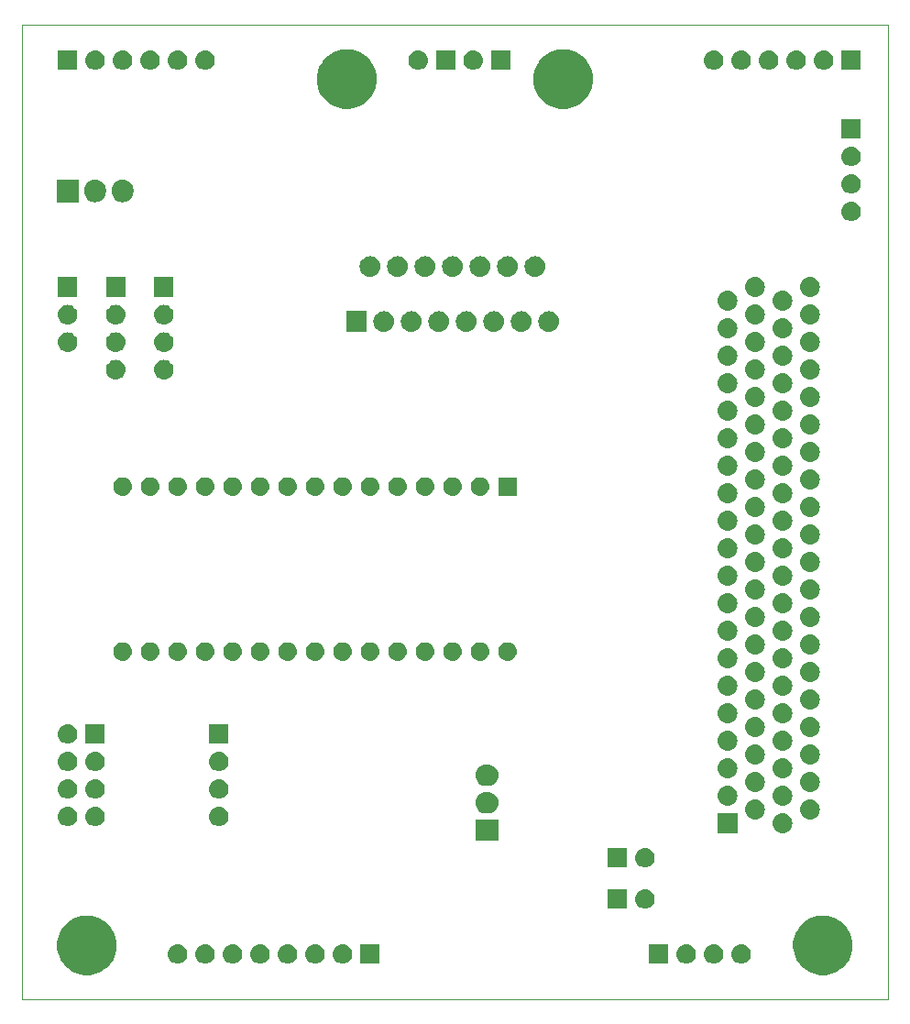
<source format=gbr>
G04 #@! TF.GenerationSoftware,KiCad,Pcbnew,5.1.4-e60b266~84~ubuntu18.04.1*
G04 #@! TF.CreationDate,2019-10-03T13:17:44+01:00*
G04 #@! TF.ProjectId,M2MRover,4d324d52-6f76-4657-922e-6b696361645f,rev?*
G04 #@! TF.SameCoordinates,Original*
G04 #@! TF.FileFunction,Soldermask,Bot*
G04 #@! TF.FilePolarity,Negative*
%FSLAX46Y46*%
G04 Gerber Fmt 4.6, Leading zero omitted, Abs format (unit mm)*
G04 Created by KiCad (PCBNEW 5.1.4-e60b266~84~ubuntu18.04.1) date 2019-10-03 13:17:44*
%MOMM*%
%LPD*%
G04 APERTURE LIST*
%ADD10C,0.050000*%
%ADD11C,0.150000*%
G04 APERTURE END LIST*
D10*
X105000000Y-135000000D02*
X105000000Y-45000000D01*
X185000000Y-135000000D02*
X105000000Y-135000000D01*
X185000000Y-45000000D02*
X185000000Y-135000000D01*
X105000000Y-45000000D02*
X185000000Y-45000000D01*
D11*
G36*
X179536693Y-127301859D02*
G01*
X179802437Y-127354719D01*
X180303087Y-127562095D01*
X180483561Y-127682684D01*
X180753660Y-127863158D01*
X181136842Y-128246340D01*
X181317316Y-128516439D01*
X181437905Y-128696913D01*
X181437905Y-128696914D01*
X181645281Y-129197564D01*
X181751000Y-129729049D01*
X181751000Y-130270951D01*
X181743827Y-130307011D01*
X181645281Y-130802437D01*
X181437905Y-131303087D01*
X181431287Y-131312991D01*
X181136842Y-131753660D01*
X180753660Y-132136842D01*
X180483561Y-132317316D01*
X180303087Y-132437905D01*
X179802437Y-132645281D01*
X179536694Y-132698140D01*
X179270951Y-132751000D01*
X178729049Y-132751000D01*
X178463306Y-132698140D01*
X178197563Y-132645281D01*
X177696913Y-132437905D01*
X177516439Y-132317316D01*
X177246340Y-132136842D01*
X176863158Y-131753660D01*
X176568713Y-131312991D01*
X176562095Y-131303087D01*
X176354719Y-130802437D01*
X176256173Y-130307011D01*
X176249000Y-130270951D01*
X176249000Y-129729049D01*
X176354719Y-129197564D01*
X176562095Y-128696914D01*
X176562095Y-128696913D01*
X176682684Y-128516439D01*
X176863158Y-128246340D01*
X177246340Y-127863158D01*
X177516439Y-127682684D01*
X177696913Y-127562095D01*
X178197563Y-127354719D01*
X178463307Y-127301859D01*
X178729049Y-127249000D01*
X179270951Y-127249000D01*
X179536693Y-127301859D01*
X179536693Y-127301859D01*
G37*
G36*
X111536693Y-127301859D02*
G01*
X111802437Y-127354719D01*
X112303087Y-127562095D01*
X112483561Y-127682684D01*
X112753660Y-127863158D01*
X113136842Y-128246340D01*
X113317316Y-128516439D01*
X113437905Y-128696913D01*
X113437905Y-128696914D01*
X113645281Y-129197564D01*
X113751000Y-129729049D01*
X113751000Y-130270951D01*
X113743827Y-130307011D01*
X113645281Y-130802437D01*
X113437905Y-131303087D01*
X113431287Y-131312991D01*
X113136842Y-131753660D01*
X112753660Y-132136842D01*
X112483561Y-132317316D01*
X112303087Y-132437905D01*
X111802437Y-132645281D01*
X111536694Y-132698140D01*
X111270951Y-132751000D01*
X110729049Y-132751000D01*
X110463306Y-132698140D01*
X110197563Y-132645281D01*
X109696913Y-132437905D01*
X109516439Y-132317316D01*
X109246340Y-132136842D01*
X108863158Y-131753660D01*
X108568713Y-131312991D01*
X108562095Y-131303087D01*
X108354719Y-130802437D01*
X108256173Y-130307011D01*
X108249000Y-130270951D01*
X108249000Y-129729049D01*
X108354719Y-129197564D01*
X108562095Y-128696914D01*
X108562095Y-128696913D01*
X108682684Y-128516439D01*
X108863158Y-128246340D01*
X109246340Y-127863158D01*
X109516439Y-127682684D01*
X109696913Y-127562095D01*
X110197563Y-127354719D01*
X110463307Y-127301859D01*
X110729049Y-127249000D01*
X111270951Y-127249000D01*
X111536693Y-127301859D01*
X111536693Y-127301859D01*
G37*
G36*
X171560442Y-129915518D02*
G01*
X171626627Y-129922037D01*
X171796466Y-129973557D01*
X171952991Y-130057222D01*
X171988729Y-130086552D01*
X172090186Y-130169814D01*
X172173185Y-130270950D01*
X172202778Y-130307009D01*
X172286443Y-130463534D01*
X172337963Y-130633373D01*
X172355359Y-130810000D01*
X172337963Y-130986627D01*
X172286443Y-131156466D01*
X172202778Y-131312991D01*
X172173448Y-131348729D01*
X172090186Y-131450186D01*
X171988729Y-131533448D01*
X171952991Y-131562778D01*
X171796466Y-131646443D01*
X171626627Y-131697963D01*
X171560443Y-131704481D01*
X171494260Y-131711000D01*
X171405740Y-131711000D01*
X171339557Y-131704481D01*
X171273373Y-131697963D01*
X171103534Y-131646443D01*
X170947009Y-131562778D01*
X170911271Y-131533448D01*
X170809814Y-131450186D01*
X170726552Y-131348729D01*
X170697222Y-131312991D01*
X170613557Y-131156466D01*
X170562037Y-130986627D01*
X170544641Y-130810000D01*
X170562037Y-130633373D01*
X170613557Y-130463534D01*
X170697222Y-130307009D01*
X170726815Y-130270950D01*
X170809814Y-130169814D01*
X170911271Y-130086552D01*
X170947009Y-130057222D01*
X171103534Y-129973557D01*
X171273373Y-129922037D01*
X171339558Y-129915518D01*
X171405740Y-129909000D01*
X171494260Y-129909000D01*
X171560442Y-129915518D01*
X171560442Y-129915518D01*
G37*
G36*
X166480442Y-129915518D02*
G01*
X166546627Y-129922037D01*
X166716466Y-129973557D01*
X166872991Y-130057222D01*
X166908729Y-130086552D01*
X167010186Y-130169814D01*
X167093185Y-130270950D01*
X167122778Y-130307009D01*
X167206443Y-130463534D01*
X167257963Y-130633373D01*
X167275359Y-130810000D01*
X167257963Y-130986627D01*
X167206443Y-131156466D01*
X167122778Y-131312991D01*
X167093448Y-131348729D01*
X167010186Y-131450186D01*
X166908729Y-131533448D01*
X166872991Y-131562778D01*
X166716466Y-131646443D01*
X166546627Y-131697963D01*
X166480443Y-131704481D01*
X166414260Y-131711000D01*
X166325740Y-131711000D01*
X166259557Y-131704481D01*
X166193373Y-131697963D01*
X166023534Y-131646443D01*
X165867009Y-131562778D01*
X165831271Y-131533448D01*
X165729814Y-131450186D01*
X165646552Y-131348729D01*
X165617222Y-131312991D01*
X165533557Y-131156466D01*
X165482037Y-130986627D01*
X165464641Y-130810000D01*
X165482037Y-130633373D01*
X165533557Y-130463534D01*
X165617222Y-130307009D01*
X165646815Y-130270950D01*
X165729814Y-130169814D01*
X165831271Y-130086552D01*
X165867009Y-130057222D01*
X166023534Y-129973557D01*
X166193373Y-129922037D01*
X166259558Y-129915518D01*
X166325740Y-129909000D01*
X166414260Y-129909000D01*
X166480442Y-129915518D01*
X166480442Y-129915518D01*
G37*
G36*
X169020442Y-129915518D02*
G01*
X169086627Y-129922037D01*
X169256466Y-129973557D01*
X169412991Y-130057222D01*
X169448729Y-130086552D01*
X169550186Y-130169814D01*
X169633185Y-130270950D01*
X169662778Y-130307009D01*
X169746443Y-130463534D01*
X169797963Y-130633373D01*
X169815359Y-130810000D01*
X169797963Y-130986627D01*
X169746443Y-131156466D01*
X169662778Y-131312991D01*
X169633448Y-131348729D01*
X169550186Y-131450186D01*
X169448729Y-131533448D01*
X169412991Y-131562778D01*
X169256466Y-131646443D01*
X169086627Y-131697963D01*
X169020443Y-131704481D01*
X168954260Y-131711000D01*
X168865740Y-131711000D01*
X168799557Y-131704481D01*
X168733373Y-131697963D01*
X168563534Y-131646443D01*
X168407009Y-131562778D01*
X168371271Y-131533448D01*
X168269814Y-131450186D01*
X168186552Y-131348729D01*
X168157222Y-131312991D01*
X168073557Y-131156466D01*
X168022037Y-130986627D01*
X168004641Y-130810000D01*
X168022037Y-130633373D01*
X168073557Y-130463534D01*
X168157222Y-130307009D01*
X168186815Y-130270950D01*
X168269814Y-130169814D01*
X168371271Y-130086552D01*
X168407009Y-130057222D01*
X168563534Y-129973557D01*
X168733373Y-129922037D01*
X168799558Y-129915518D01*
X168865740Y-129909000D01*
X168954260Y-129909000D01*
X169020442Y-129915518D01*
X169020442Y-129915518D01*
G37*
G36*
X164731000Y-131711000D02*
G01*
X162929000Y-131711000D01*
X162929000Y-129909000D01*
X164731000Y-129909000D01*
X164731000Y-131711000D01*
X164731000Y-131711000D01*
G37*
G36*
X119490442Y-129915518D02*
G01*
X119556627Y-129922037D01*
X119726466Y-129973557D01*
X119882991Y-130057222D01*
X119918729Y-130086552D01*
X120020186Y-130169814D01*
X120103185Y-130270950D01*
X120132778Y-130307009D01*
X120216443Y-130463534D01*
X120267963Y-130633373D01*
X120285359Y-130810000D01*
X120267963Y-130986627D01*
X120216443Y-131156466D01*
X120132778Y-131312991D01*
X120103448Y-131348729D01*
X120020186Y-131450186D01*
X119918729Y-131533448D01*
X119882991Y-131562778D01*
X119726466Y-131646443D01*
X119556627Y-131697963D01*
X119490443Y-131704481D01*
X119424260Y-131711000D01*
X119335740Y-131711000D01*
X119269557Y-131704481D01*
X119203373Y-131697963D01*
X119033534Y-131646443D01*
X118877009Y-131562778D01*
X118841271Y-131533448D01*
X118739814Y-131450186D01*
X118656552Y-131348729D01*
X118627222Y-131312991D01*
X118543557Y-131156466D01*
X118492037Y-130986627D01*
X118474641Y-130810000D01*
X118492037Y-130633373D01*
X118543557Y-130463534D01*
X118627222Y-130307009D01*
X118656815Y-130270950D01*
X118739814Y-130169814D01*
X118841271Y-130086552D01*
X118877009Y-130057222D01*
X119033534Y-129973557D01*
X119203373Y-129922037D01*
X119269558Y-129915518D01*
X119335740Y-129909000D01*
X119424260Y-129909000D01*
X119490442Y-129915518D01*
X119490442Y-129915518D01*
G37*
G36*
X122030442Y-129915518D02*
G01*
X122096627Y-129922037D01*
X122266466Y-129973557D01*
X122422991Y-130057222D01*
X122458729Y-130086552D01*
X122560186Y-130169814D01*
X122643185Y-130270950D01*
X122672778Y-130307009D01*
X122756443Y-130463534D01*
X122807963Y-130633373D01*
X122825359Y-130810000D01*
X122807963Y-130986627D01*
X122756443Y-131156466D01*
X122672778Y-131312991D01*
X122643448Y-131348729D01*
X122560186Y-131450186D01*
X122458729Y-131533448D01*
X122422991Y-131562778D01*
X122266466Y-131646443D01*
X122096627Y-131697963D01*
X122030443Y-131704481D01*
X121964260Y-131711000D01*
X121875740Y-131711000D01*
X121809557Y-131704481D01*
X121743373Y-131697963D01*
X121573534Y-131646443D01*
X121417009Y-131562778D01*
X121381271Y-131533448D01*
X121279814Y-131450186D01*
X121196552Y-131348729D01*
X121167222Y-131312991D01*
X121083557Y-131156466D01*
X121032037Y-130986627D01*
X121014641Y-130810000D01*
X121032037Y-130633373D01*
X121083557Y-130463534D01*
X121167222Y-130307009D01*
X121196815Y-130270950D01*
X121279814Y-130169814D01*
X121381271Y-130086552D01*
X121417009Y-130057222D01*
X121573534Y-129973557D01*
X121743373Y-129922037D01*
X121809558Y-129915518D01*
X121875740Y-129909000D01*
X121964260Y-129909000D01*
X122030442Y-129915518D01*
X122030442Y-129915518D01*
G37*
G36*
X124570442Y-129915518D02*
G01*
X124636627Y-129922037D01*
X124806466Y-129973557D01*
X124962991Y-130057222D01*
X124998729Y-130086552D01*
X125100186Y-130169814D01*
X125183185Y-130270950D01*
X125212778Y-130307009D01*
X125296443Y-130463534D01*
X125347963Y-130633373D01*
X125365359Y-130810000D01*
X125347963Y-130986627D01*
X125296443Y-131156466D01*
X125212778Y-131312991D01*
X125183448Y-131348729D01*
X125100186Y-131450186D01*
X124998729Y-131533448D01*
X124962991Y-131562778D01*
X124806466Y-131646443D01*
X124636627Y-131697963D01*
X124570443Y-131704481D01*
X124504260Y-131711000D01*
X124415740Y-131711000D01*
X124349557Y-131704481D01*
X124283373Y-131697963D01*
X124113534Y-131646443D01*
X123957009Y-131562778D01*
X123921271Y-131533448D01*
X123819814Y-131450186D01*
X123736552Y-131348729D01*
X123707222Y-131312991D01*
X123623557Y-131156466D01*
X123572037Y-130986627D01*
X123554641Y-130810000D01*
X123572037Y-130633373D01*
X123623557Y-130463534D01*
X123707222Y-130307009D01*
X123736815Y-130270950D01*
X123819814Y-130169814D01*
X123921271Y-130086552D01*
X123957009Y-130057222D01*
X124113534Y-129973557D01*
X124283373Y-129922037D01*
X124349558Y-129915518D01*
X124415740Y-129909000D01*
X124504260Y-129909000D01*
X124570442Y-129915518D01*
X124570442Y-129915518D01*
G37*
G36*
X129650442Y-129915518D02*
G01*
X129716627Y-129922037D01*
X129886466Y-129973557D01*
X130042991Y-130057222D01*
X130078729Y-130086552D01*
X130180186Y-130169814D01*
X130263185Y-130270950D01*
X130292778Y-130307009D01*
X130376443Y-130463534D01*
X130427963Y-130633373D01*
X130445359Y-130810000D01*
X130427963Y-130986627D01*
X130376443Y-131156466D01*
X130292778Y-131312991D01*
X130263448Y-131348729D01*
X130180186Y-131450186D01*
X130078729Y-131533448D01*
X130042991Y-131562778D01*
X129886466Y-131646443D01*
X129716627Y-131697963D01*
X129650443Y-131704481D01*
X129584260Y-131711000D01*
X129495740Y-131711000D01*
X129429557Y-131704481D01*
X129363373Y-131697963D01*
X129193534Y-131646443D01*
X129037009Y-131562778D01*
X129001271Y-131533448D01*
X128899814Y-131450186D01*
X128816552Y-131348729D01*
X128787222Y-131312991D01*
X128703557Y-131156466D01*
X128652037Y-130986627D01*
X128634641Y-130810000D01*
X128652037Y-130633373D01*
X128703557Y-130463534D01*
X128787222Y-130307009D01*
X128816815Y-130270950D01*
X128899814Y-130169814D01*
X129001271Y-130086552D01*
X129037009Y-130057222D01*
X129193534Y-129973557D01*
X129363373Y-129922037D01*
X129429558Y-129915518D01*
X129495740Y-129909000D01*
X129584260Y-129909000D01*
X129650442Y-129915518D01*
X129650442Y-129915518D01*
G37*
G36*
X132190442Y-129915518D02*
G01*
X132256627Y-129922037D01*
X132426466Y-129973557D01*
X132582991Y-130057222D01*
X132618729Y-130086552D01*
X132720186Y-130169814D01*
X132803185Y-130270950D01*
X132832778Y-130307009D01*
X132916443Y-130463534D01*
X132967963Y-130633373D01*
X132985359Y-130810000D01*
X132967963Y-130986627D01*
X132916443Y-131156466D01*
X132832778Y-131312991D01*
X132803448Y-131348729D01*
X132720186Y-131450186D01*
X132618729Y-131533448D01*
X132582991Y-131562778D01*
X132426466Y-131646443D01*
X132256627Y-131697963D01*
X132190443Y-131704481D01*
X132124260Y-131711000D01*
X132035740Y-131711000D01*
X131969557Y-131704481D01*
X131903373Y-131697963D01*
X131733534Y-131646443D01*
X131577009Y-131562778D01*
X131541271Y-131533448D01*
X131439814Y-131450186D01*
X131356552Y-131348729D01*
X131327222Y-131312991D01*
X131243557Y-131156466D01*
X131192037Y-130986627D01*
X131174641Y-130810000D01*
X131192037Y-130633373D01*
X131243557Y-130463534D01*
X131327222Y-130307009D01*
X131356815Y-130270950D01*
X131439814Y-130169814D01*
X131541271Y-130086552D01*
X131577009Y-130057222D01*
X131733534Y-129973557D01*
X131903373Y-129922037D01*
X131969558Y-129915518D01*
X132035740Y-129909000D01*
X132124260Y-129909000D01*
X132190442Y-129915518D01*
X132190442Y-129915518D01*
G37*
G36*
X134730442Y-129915518D02*
G01*
X134796627Y-129922037D01*
X134966466Y-129973557D01*
X135122991Y-130057222D01*
X135158729Y-130086552D01*
X135260186Y-130169814D01*
X135343185Y-130270950D01*
X135372778Y-130307009D01*
X135456443Y-130463534D01*
X135507963Y-130633373D01*
X135525359Y-130810000D01*
X135507963Y-130986627D01*
X135456443Y-131156466D01*
X135372778Y-131312991D01*
X135343448Y-131348729D01*
X135260186Y-131450186D01*
X135158729Y-131533448D01*
X135122991Y-131562778D01*
X134966466Y-131646443D01*
X134796627Y-131697963D01*
X134730443Y-131704481D01*
X134664260Y-131711000D01*
X134575740Y-131711000D01*
X134509557Y-131704481D01*
X134443373Y-131697963D01*
X134273534Y-131646443D01*
X134117009Y-131562778D01*
X134081271Y-131533448D01*
X133979814Y-131450186D01*
X133896552Y-131348729D01*
X133867222Y-131312991D01*
X133783557Y-131156466D01*
X133732037Y-130986627D01*
X133714641Y-130810000D01*
X133732037Y-130633373D01*
X133783557Y-130463534D01*
X133867222Y-130307009D01*
X133896815Y-130270950D01*
X133979814Y-130169814D01*
X134081271Y-130086552D01*
X134117009Y-130057222D01*
X134273534Y-129973557D01*
X134443373Y-129922037D01*
X134509558Y-129915518D01*
X134575740Y-129909000D01*
X134664260Y-129909000D01*
X134730442Y-129915518D01*
X134730442Y-129915518D01*
G37*
G36*
X138061000Y-131711000D02*
G01*
X136259000Y-131711000D01*
X136259000Y-129909000D01*
X138061000Y-129909000D01*
X138061000Y-131711000D01*
X138061000Y-131711000D01*
G37*
G36*
X127110442Y-129915518D02*
G01*
X127176627Y-129922037D01*
X127346466Y-129973557D01*
X127502991Y-130057222D01*
X127538729Y-130086552D01*
X127640186Y-130169814D01*
X127723185Y-130270950D01*
X127752778Y-130307009D01*
X127836443Y-130463534D01*
X127887963Y-130633373D01*
X127905359Y-130810000D01*
X127887963Y-130986627D01*
X127836443Y-131156466D01*
X127752778Y-131312991D01*
X127723448Y-131348729D01*
X127640186Y-131450186D01*
X127538729Y-131533448D01*
X127502991Y-131562778D01*
X127346466Y-131646443D01*
X127176627Y-131697963D01*
X127110443Y-131704481D01*
X127044260Y-131711000D01*
X126955740Y-131711000D01*
X126889557Y-131704481D01*
X126823373Y-131697963D01*
X126653534Y-131646443D01*
X126497009Y-131562778D01*
X126461271Y-131533448D01*
X126359814Y-131450186D01*
X126276552Y-131348729D01*
X126247222Y-131312991D01*
X126163557Y-131156466D01*
X126112037Y-130986627D01*
X126094641Y-130810000D01*
X126112037Y-130633373D01*
X126163557Y-130463534D01*
X126247222Y-130307009D01*
X126276815Y-130270950D01*
X126359814Y-130169814D01*
X126461271Y-130086552D01*
X126497009Y-130057222D01*
X126653534Y-129973557D01*
X126823373Y-129922037D01*
X126889558Y-129915518D01*
X126955740Y-129909000D01*
X127044260Y-129909000D01*
X127110442Y-129915518D01*
X127110442Y-129915518D01*
G37*
G36*
X162670443Y-124835519D02*
G01*
X162736627Y-124842037D01*
X162906466Y-124893557D01*
X163062991Y-124977222D01*
X163098729Y-125006552D01*
X163200186Y-125089814D01*
X163283448Y-125191271D01*
X163312778Y-125227009D01*
X163396443Y-125383534D01*
X163447963Y-125553373D01*
X163465359Y-125730000D01*
X163447963Y-125906627D01*
X163396443Y-126076466D01*
X163312778Y-126232991D01*
X163283448Y-126268729D01*
X163200186Y-126370186D01*
X163098729Y-126453448D01*
X163062991Y-126482778D01*
X162906466Y-126566443D01*
X162736627Y-126617963D01*
X162670442Y-126624482D01*
X162604260Y-126631000D01*
X162515740Y-126631000D01*
X162449558Y-126624482D01*
X162383373Y-126617963D01*
X162213534Y-126566443D01*
X162057009Y-126482778D01*
X162021271Y-126453448D01*
X161919814Y-126370186D01*
X161836552Y-126268729D01*
X161807222Y-126232991D01*
X161723557Y-126076466D01*
X161672037Y-125906627D01*
X161654641Y-125730000D01*
X161672037Y-125553373D01*
X161723557Y-125383534D01*
X161807222Y-125227009D01*
X161836552Y-125191271D01*
X161919814Y-125089814D01*
X162021271Y-125006552D01*
X162057009Y-124977222D01*
X162213534Y-124893557D01*
X162383373Y-124842037D01*
X162449557Y-124835519D01*
X162515740Y-124829000D01*
X162604260Y-124829000D01*
X162670443Y-124835519D01*
X162670443Y-124835519D01*
G37*
G36*
X160921000Y-126631000D02*
G01*
X159119000Y-126631000D01*
X159119000Y-124829000D01*
X160921000Y-124829000D01*
X160921000Y-126631000D01*
X160921000Y-126631000D01*
G37*
G36*
X162670442Y-121025518D02*
G01*
X162736627Y-121032037D01*
X162906466Y-121083557D01*
X163062991Y-121167222D01*
X163098729Y-121196552D01*
X163200186Y-121279814D01*
X163283448Y-121381271D01*
X163312778Y-121417009D01*
X163396443Y-121573534D01*
X163447963Y-121743373D01*
X163465359Y-121920000D01*
X163447963Y-122096627D01*
X163396443Y-122266466D01*
X163312778Y-122422991D01*
X163283448Y-122458729D01*
X163200186Y-122560186D01*
X163098729Y-122643448D01*
X163062991Y-122672778D01*
X162906466Y-122756443D01*
X162736627Y-122807963D01*
X162670443Y-122814481D01*
X162604260Y-122821000D01*
X162515740Y-122821000D01*
X162449557Y-122814481D01*
X162383373Y-122807963D01*
X162213534Y-122756443D01*
X162057009Y-122672778D01*
X162021271Y-122643448D01*
X161919814Y-122560186D01*
X161836552Y-122458729D01*
X161807222Y-122422991D01*
X161723557Y-122266466D01*
X161672037Y-122096627D01*
X161654641Y-121920000D01*
X161672037Y-121743373D01*
X161723557Y-121573534D01*
X161807222Y-121417009D01*
X161836552Y-121381271D01*
X161919814Y-121279814D01*
X162021271Y-121196552D01*
X162057009Y-121167222D01*
X162213534Y-121083557D01*
X162383373Y-121032037D01*
X162449558Y-121025518D01*
X162515740Y-121019000D01*
X162604260Y-121019000D01*
X162670442Y-121025518D01*
X162670442Y-121025518D01*
G37*
G36*
X160921000Y-122821000D02*
G01*
X159119000Y-122821000D01*
X159119000Y-121019000D01*
X160921000Y-121019000D01*
X160921000Y-122821000D01*
X160921000Y-122821000D01*
G37*
G36*
X149006000Y-120383500D02*
G01*
X146904000Y-120383500D01*
X146904000Y-118376500D01*
X149006000Y-118376500D01*
X149006000Y-120383500D01*
X149006000Y-120383500D01*
G37*
G36*
X175439294Y-117843633D02*
G01*
X175611695Y-117895931D01*
X175770583Y-117980858D01*
X175909849Y-118095151D01*
X176024142Y-118234417D01*
X176109069Y-118393305D01*
X176161367Y-118565706D01*
X176179025Y-118745000D01*
X176161367Y-118924294D01*
X176109069Y-119096695D01*
X176024142Y-119255583D01*
X175909849Y-119394849D01*
X175770583Y-119509142D01*
X175611695Y-119594069D01*
X175439294Y-119646367D01*
X175304931Y-119659600D01*
X175215069Y-119659600D01*
X175080706Y-119646367D01*
X174908305Y-119594069D01*
X174749417Y-119509142D01*
X174610151Y-119394849D01*
X174495858Y-119255583D01*
X174410931Y-119096695D01*
X174358633Y-118924294D01*
X174340975Y-118745000D01*
X174358633Y-118565706D01*
X174410931Y-118393305D01*
X174495858Y-118234417D01*
X174610151Y-118095151D01*
X174749417Y-117980858D01*
X174908305Y-117895931D01*
X175080706Y-117843633D01*
X175215069Y-117830400D01*
X175304931Y-117830400D01*
X175439294Y-117843633D01*
X175439294Y-117843633D01*
G37*
G36*
X171094600Y-119659600D02*
G01*
X169265400Y-119659600D01*
X169265400Y-117830400D01*
X171094600Y-117830400D01*
X171094600Y-119659600D01*
X171094600Y-119659600D01*
G37*
G36*
X123300443Y-117215519D02*
G01*
X123366627Y-117222037D01*
X123536466Y-117273557D01*
X123692991Y-117357222D01*
X123728729Y-117386552D01*
X123830186Y-117469814D01*
X123898466Y-117553015D01*
X123942778Y-117607009D01*
X124026443Y-117763534D01*
X124077963Y-117933373D01*
X124095359Y-118110000D01*
X124077963Y-118286627D01*
X124026443Y-118456466D01*
X123942778Y-118612991D01*
X123913448Y-118648729D01*
X123830186Y-118750186D01*
X123728729Y-118833448D01*
X123692991Y-118862778D01*
X123536466Y-118946443D01*
X123366627Y-118997963D01*
X123300443Y-119004481D01*
X123234260Y-119011000D01*
X123145740Y-119011000D01*
X123079557Y-119004481D01*
X123013373Y-118997963D01*
X122843534Y-118946443D01*
X122687009Y-118862778D01*
X122651271Y-118833448D01*
X122549814Y-118750186D01*
X122466552Y-118648729D01*
X122437222Y-118612991D01*
X122353557Y-118456466D01*
X122302037Y-118286627D01*
X122284641Y-118110000D01*
X122302037Y-117933373D01*
X122353557Y-117763534D01*
X122437222Y-117607009D01*
X122481534Y-117553015D01*
X122549814Y-117469814D01*
X122651271Y-117386552D01*
X122687009Y-117357222D01*
X122843534Y-117273557D01*
X123013373Y-117222037D01*
X123079557Y-117215519D01*
X123145740Y-117209000D01*
X123234260Y-117209000D01*
X123300443Y-117215519D01*
X123300443Y-117215519D01*
G37*
G36*
X111870443Y-117215519D02*
G01*
X111936627Y-117222037D01*
X112106466Y-117273557D01*
X112262991Y-117357222D01*
X112298729Y-117386552D01*
X112400186Y-117469814D01*
X112468466Y-117553015D01*
X112512778Y-117607009D01*
X112596443Y-117763534D01*
X112647963Y-117933373D01*
X112665359Y-118110000D01*
X112647963Y-118286627D01*
X112596443Y-118456466D01*
X112512778Y-118612991D01*
X112483448Y-118648729D01*
X112400186Y-118750186D01*
X112298729Y-118833448D01*
X112262991Y-118862778D01*
X112106466Y-118946443D01*
X111936627Y-118997963D01*
X111870443Y-119004481D01*
X111804260Y-119011000D01*
X111715740Y-119011000D01*
X111649557Y-119004481D01*
X111583373Y-118997963D01*
X111413534Y-118946443D01*
X111257009Y-118862778D01*
X111221271Y-118833448D01*
X111119814Y-118750186D01*
X111036552Y-118648729D01*
X111007222Y-118612991D01*
X110923557Y-118456466D01*
X110872037Y-118286627D01*
X110854641Y-118110000D01*
X110872037Y-117933373D01*
X110923557Y-117763534D01*
X111007222Y-117607009D01*
X111051534Y-117553015D01*
X111119814Y-117469814D01*
X111221271Y-117386552D01*
X111257009Y-117357222D01*
X111413534Y-117273557D01*
X111583373Y-117222037D01*
X111649557Y-117215519D01*
X111715740Y-117209000D01*
X111804260Y-117209000D01*
X111870443Y-117215519D01*
X111870443Y-117215519D01*
G37*
G36*
X109330443Y-117215519D02*
G01*
X109396627Y-117222037D01*
X109566466Y-117273557D01*
X109722991Y-117357222D01*
X109758729Y-117386552D01*
X109860186Y-117469814D01*
X109928466Y-117553015D01*
X109972778Y-117607009D01*
X110056443Y-117763534D01*
X110107963Y-117933373D01*
X110125359Y-118110000D01*
X110107963Y-118286627D01*
X110056443Y-118456466D01*
X109972778Y-118612991D01*
X109943448Y-118648729D01*
X109860186Y-118750186D01*
X109758729Y-118833448D01*
X109722991Y-118862778D01*
X109566466Y-118946443D01*
X109396627Y-118997963D01*
X109330443Y-119004481D01*
X109264260Y-119011000D01*
X109175740Y-119011000D01*
X109109557Y-119004481D01*
X109043373Y-118997963D01*
X108873534Y-118946443D01*
X108717009Y-118862778D01*
X108681271Y-118833448D01*
X108579814Y-118750186D01*
X108496552Y-118648729D01*
X108467222Y-118612991D01*
X108383557Y-118456466D01*
X108332037Y-118286627D01*
X108314641Y-118110000D01*
X108332037Y-117933373D01*
X108383557Y-117763534D01*
X108467222Y-117607009D01*
X108511534Y-117553015D01*
X108579814Y-117469814D01*
X108681271Y-117386552D01*
X108717009Y-117357222D01*
X108873534Y-117273557D01*
X109043373Y-117222037D01*
X109109557Y-117215519D01*
X109175740Y-117209000D01*
X109264260Y-117209000D01*
X109330443Y-117215519D01*
X109330443Y-117215519D01*
G37*
G36*
X177979294Y-116573633D02*
G01*
X178151695Y-116625931D01*
X178310583Y-116710858D01*
X178449849Y-116825151D01*
X178564142Y-116964417D01*
X178649069Y-117123305D01*
X178701367Y-117295706D01*
X178719025Y-117475000D01*
X178701367Y-117654294D01*
X178649069Y-117826695D01*
X178564142Y-117985583D01*
X178449849Y-118124849D01*
X178310583Y-118239142D01*
X178151695Y-118324069D01*
X177979294Y-118376367D01*
X177844931Y-118389600D01*
X177755069Y-118389600D01*
X177620706Y-118376367D01*
X177448305Y-118324069D01*
X177289417Y-118239142D01*
X177150151Y-118124849D01*
X177035858Y-117985583D01*
X176950931Y-117826695D01*
X176898633Y-117654294D01*
X176880975Y-117475000D01*
X176898633Y-117295706D01*
X176950931Y-117123305D01*
X177035858Y-116964417D01*
X177150151Y-116825151D01*
X177289417Y-116710858D01*
X177448305Y-116625931D01*
X177620706Y-116573633D01*
X177755069Y-116560400D01*
X177844931Y-116560400D01*
X177979294Y-116573633D01*
X177979294Y-116573633D01*
G37*
G36*
X172899294Y-116573633D02*
G01*
X173071695Y-116625931D01*
X173230583Y-116710858D01*
X173369849Y-116825151D01*
X173484142Y-116964417D01*
X173569069Y-117123305D01*
X173621367Y-117295706D01*
X173639025Y-117475000D01*
X173621367Y-117654294D01*
X173569069Y-117826695D01*
X173484142Y-117985583D01*
X173369849Y-118124849D01*
X173230583Y-118239142D01*
X173071695Y-118324069D01*
X172899294Y-118376367D01*
X172764931Y-118389600D01*
X172675069Y-118389600D01*
X172540706Y-118376367D01*
X172368305Y-118324069D01*
X172209417Y-118239142D01*
X172070151Y-118124849D01*
X171955858Y-117985583D01*
X171870931Y-117826695D01*
X171818633Y-117654294D01*
X171800975Y-117475000D01*
X171818633Y-117295706D01*
X171870931Y-117123305D01*
X171955858Y-116964417D01*
X172070151Y-116825151D01*
X172209417Y-116710858D01*
X172368305Y-116625931D01*
X172540706Y-116573633D01*
X172675069Y-116560400D01*
X172764931Y-116560400D01*
X172899294Y-116573633D01*
X172899294Y-116573633D01*
G37*
G36*
X148100936Y-115841340D02*
G01*
X148199220Y-115851020D01*
X148388381Y-115908401D01*
X148562712Y-116001583D01*
X148715515Y-116126985D01*
X148840917Y-116279788D01*
X148934099Y-116454119D01*
X148991480Y-116643280D01*
X149010855Y-116840000D01*
X148991480Y-117036720D01*
X148934099Y-117225881D01*
X148840917Y-117400212D01*
X148715515Y-117553015D01*
X148562712Y-117678417D01*
X148388381Y-117771599D01*
X148199220Y-117828980D01*
X148100936Y-117838660D01*
X148051795Y-117843500D01*
X147858205Y-117843500D01*
X147809064Y-117838660D01*
X147710780Y-117828980D01*
X147521619Y-117771599D01*
X147347288Y-117678417D01*
X147194485Y-117553015D01*
X147069083Y-117400212D01*
X146975901Y-117225881D01*
X146918520Y-117036720D01*
X146899145Y-116840000D01*
X146918520Y-116643280D01*
X146975901Y-116454119D01*
X147069083Y-116279788D01*
X147194485Y-116126985D01*
X147347288Y-116001583D01*
X147521619Y-115908401D01*
X147710780Y-115851020D01*
X147809064Y-115841340D01*
X147858205Y-115836500D01*
X148051795Y-115836500D01*
X148100936Y-115841340D01*
X148100936Y-115841340D01*
G37*
G36*
X175439294Y-115303633D02*
G01*
X175611695Y-115355931D01*
X175770583Y-115440858D01*
X175909849Y-115555151D01*
X176024142Y-115694417D01*
X176109069Y-115853305D01*
X176161367Y-116025706D01*
X176179025Y-116205000D01*
X176161367Y-116384294D01*
X176109069Y-116556695D01*
X176024142Y-116715583D01*
X175909849Y-116854849D01*
X175770583Y-116969142D01*
X175611695Y-117054069D01*
X175439294Y-117106367D01*
X175304931Y-117119600D01*
X175215069Y-117119600D01*
X175080706Y-117106367D01*
X174908305Y-117054069D01*
X174749417Y-116969142D01*
X174610151Y-116854849D01*
X174495858Y-116715583D01*
X174410931Y-116556695D01*
X174358633Y-116384294D01*
X174340975Y-116205000D01*
X174358633Y-116025706D01*
X174410931Y-115853305D01*
X174495858Y-115694417D01*
X174610151Y-115555151D01*
X174749417Y-115440858D01*
X174908305Y-115355931D01*
X175080706Y-115303633D01*
X175215069Y-115290400D01*
X175304931Y-115290400D01*
X175439294Y-115303633D01*
X175439294Y-115303633D01*
G37*
G36*
X170359294Y-115303633D02*
G01*
X170531695Y-115355931D01*
X170690583Y-115440858D01*
X170829849Y-115555151D01*
X170944142Y-115694417D01*
X171029069Y-115853305D01*
X171081367Y-116025706D01*
X171099025Y-116205000D01*
X171081367Y-116384294D01*
X171029069Y-116556695D01*
X170944142Y-116715583D01*
X170829849Y-116854849D01*
X170690583Y-116969142D01*
X170531695Y-117054069D01*
X170359294Y-117106367D01*
X170224931Y-117119600D01*
X170135069Y-117119600D01*
X170000706Y-117106367D01*
X169828305Y-117054069D01*
X169669417Y-116969142D01*
X169530151Y-116854849D01*
X169415858Y-116715583D01*
X169330931Y-116556695D01*
X169278633Y-116384294D01*
X169260975Y-116205000D01*
X169278633Y-116025706D01*
X169330931Y-115853305D01*
X169415858Y-115694417D01*
X169530151Y-115555151D01*
X169669417Y-115440858D01*
X169828305Y-115355931D01*
X170000706Y-115303633D01*
X170135069Y-115290400D01*
X170224931Y-115290400D01*
X170359294Y-115303633D01*
X170359294Y-115303633D01*
G37*
G36*
X123300443Y-114675519D02*
G01*
X123366627Y-114682037D01*
X123536466Y-114733557D01*
X123692991Y-114817222D01*
X123728729Y-114846552D01*
X123830186Y-114929814D01*
X123898466Y-115013015D01*
X123942778Y-115067009D01*
X124026443Y-115223534D01*
X124077963Y-115393373D01*
X124095359Y-115570000D01*
X124077963Y-115746627D01*
X124026443Y-115916466D01*
X123942778Y-116072991D01*
X123913448Y-116108729D01*
X123830186Y-116210186D01*
X123745374Y-116279788D01*
X123692991Y-116322778D01*
X123536466Y-116406443D01*
X123366627Y-116457963D01*
X123300442Y-116464482D01*
X123234260Y-116471000D01*
X123145740Y-116471000D01*
X123079558Y-116464482D01*
X123013373Y-116457963D01*
X122843534Y-116406443D01*
X122687009Y-116322778D01*
X122634626Y-116279788D01*
X122549814Y-116210186D01*
X122466552Y-116108729D01*
X122437222Y-116072991D01*
X122353557Y-115916466D01*
X122302037Y-115746627D01*
X122284641Y-115570000D01*
X122302037Y-115393373D01*
X122353557Y-115223534D01*
X122437222Y-115067009D01*
X122481534Y-115013015D01*
X122549814Y-114929814D01*
X122651271Y-114846552D01*
X122687009Y-114817222D01*
X122843534Y-114733557D01*
X123013373Y-114682037D01*
X123079557Y-114675519D01*
X123145740Y-114669000D01*
X123234260Y-114669000D01*
X123300443Y-114675519D01*
X123300443Y-114675519D01*
G37*
G36*
X109330443Y-114675519D02*
G01*
X109396627Y-114682037D01*
X109566466Y-114733557D01*
X109722991Y-114817222D01*
X109758729Y-114846552D01*
X109860186Y-114929814D01*
X109928466Y-115013015D01*
X109972778Y-115067009D01*
X110056443Y-115223534D01*
X110107963Y-115393373D01*
X110125359Y-115570000D01*
X110107963Y-115746627D01*
X110056443Y-115916466D01*
X109972778Y-116072991D01*
X109943448Y-116108729D01*
X109860186Y-116210186D01*
X109775374Y-116279788D01*
X109722991Y-116322778D01*
X109566466Y-116406443D01*
X109396627Y-116457963D01*
X109330442Y-116464482D01*
X109264260Y-116471000D01*
X109175740Y-116471000D01*
X109109558Y-116464482D01*
X109043373Y-116457963D01*
X108873534Y-116406443D01*
X108717009Y-116322778D01*
X108664626Y-116279788D01*
X108579814Y-116210186D01*
X108496552Y-116108729D01*
X108467222Y-116072991D01*
X108383557Y-115916466D01*
X108332037Y-115746627D01*
X108314641Y-115570000D01*
X108332037Y-115393373D01*
X108383557Y-115223534D01*
X108467222Y-115067009D01*
X108511534Y-115013015D01*
X108579814Y-114929814D01*
X108681271Y-114846552D01*
X108717009Y-114817222D01*
X108873534Y-114733557D01*
X109043373Y-114682037D01*
X109109557Y-114675519D01*
X109175740Y-114669000D01*
X109264260Y-114669000D01*
X109330443Y-114675519D01*
X109330443Y-114675519D01*
G37*
G36*
X111870443Y-114675519D02*
G01*
X111936627Y-114682037D01*
X112106466Y-114733557D01*
X112262991Y-114817222D01*
X112298729Y-114846552D01*
X112400186Y-114929814D01*
X112468466Y-115013015D01*
X112512778Y-115067009D01*
X112596443Y-115223534D01*
X112647963Y-115393373D01*
X112665359Y-115570000D01*
X112647963Y-115746627D01*
X112596443Y-115916466D01*
X112512778Y-116072991D01*
X112483448Y-116108729D01*
X112400186Y-116210186D01*
X112315374Y-116279788D01*
X112262991Y-116322778D01*
X112106466Y-116406443D01*
X111936627Y-116457963D01*
X111870442Y-116464482D01*
X111804260Y-116471000D01*
X111715740Y-116471000D01*
X111649558Y-116464482D01*
X111583373Y-116457963D01*
X111413534Y-116406443D01*
X111257009Y-116322778D01*
X111204626Y-116279788D01*
X111119814Y-116210186D01*
X111036552Y-116108729D01*
X111007222Y-116072991D01*
X110923557Y-115916466D01*
X110872037Y-115746627D01*
X110854641Y-115570000D01*
X110872037Y-115393373D01*
X110923557Y-115223534D01*
X111007222Y-115067009D01*
X111051534Y-115013015D01*
X111119814Y-114929814D01*
X111221271Y-114846552D01*
X111257009Y-114817222D01*
X111413534Y-114733557D01*
X111583373Y-114682037D01*
X111649557Y-114675519D01*
X111715740Y-114669000D01*
X111804260Y-114669000D01*
X111870443Y-114675519D01*
X111870443Y-114675519D01*
G37*
G36*
X177979294Y-114033633D02*
G01*
X178151695Y-114085931D01*
X178310583Y-114170858D01*
X178449849Y-114285151D01*
X178564142Y-114424417D01*
X178649069Y-114583305D01*
X178701367Y-114755706D01*
X178719025Y-114935000D01*
X178701367Y-115114294D01*
X178649069Y-115286695D01*
X178564142Y-115445583D01*
X178449849Y-115584849D01*
X178310583Y-115699142D01*
X178151695Y-115784069D01*
X177979294Y-115836367D01*
X177844931Y-115849600D01*
X177755069Y-115849600D01*
X177620706Y-115836367D01*
X177448305Y-115784069D01*
X177289417Y-115699142D01*
X177150151Y-115584849D01*
X177035858Y-115445583D01*
X176950931Y-115286695D01*
X176898633Y-115114294D01*
X176880975Y-114935000D01*
X176898633Y-114755706D01*
X176950931Y-114583305D01*
X177035858Y-114424417D01*
X177150151Y-114285151D01*
X177289417Y-114170858D01*
X177448305Y-114085931D01*
X177620706Y-114033633D01*
X177755069Y-114020400D01*
X177844931Y-114020400D01*
X177979294Y-114033633D01*
X177979294Y-114033633D01*
G37*
G36*
X172899294Y-114033633D02*
G01*
X173071695Y-114085931D01*
X173230583Y-114170858D01*
X173369849Y-114285151D01*
X173484142Y-114424417D01*
X173569069Y-114583305D01*
X173621367Y-114755706D01*
X173639025Y-114935000D01*
X173621367Y-115114294D01*
X173569069Y-115286695D01*
X173484142Y-115445583D01*
X173369849Y-115584849D01*
X173230583Y-115699142D01*
X173071695Y-115784069D01*
X172899294Y-115836367D01*
X172764931Y-115849600D01*
X172675069Y-115849600D01*
X172540706Y-115836367D01*
X172368305Y-115784069D01*
X172209417Y-115699142D01*
X172070151Y-115584849D01*
X171955858Y-115445583D01*
X171870931Y-115286695D01*
X171818633Y-115114294D01*
X171800975Y-114935000D01*
X171818633Y-114755706D01*
X171870931Y-114583305D01*
X171955858Y-114424417D01*
X172070151Y-114285151D01*
X172209417Y-114170858D01*
X172368305Y-114085931D01*
X172540706Y-114033633D01*
X172675069Y-114020400D01*
X172764931Y-114020400D01*
X172899294Y-114033633D01*
X172899294Y-114033633D01*
G37*
G36*
X148100936Y-113301340D02*
G01*
X148199220Y-113311020D01*
X148388381Y-113368401D01*
X148562712Y-113461583D01*
X148715515Y-113586985D01*
X148840917Y-113739788D01*
X148934099Y-113914119D01*
X148991480Y-114103280D01*
X149010855Y-114300000D01*
X148991480Y-114496720D01*
X148934099Y-114685881D01*
X148840917Y-114860212D01*
X148715515Y-115013015D01*
X148562712Y-115138417D01*
X148388381Y-115231599D01*
X148199220Y-115288980D01*
X148100936Y-115298660D01*
X148051795Y-115303500D01*
X147858205Y-115303500D01*
X147809064Y-115298660D01*
X147710780Y-115288980D01*
X147521619Y-115231599D01*
X147347288Y-115138417D01*
X147194485Y-115013015D01*
X147069083Y-114860212D01*
X146975901Y-114685881D01*
X146918520Y-114496720D01*
X146899145Y-114300000D01*
X146918520Y-114103280D01*
X146975901Y-113914119D01*
X147069083Y-113739788D01*
X147194485Y-113586985D01*
X147347288Y-113461583D01*
X147521619Y-113368401D01*
X147710780Y-113311020D01*
X147809064Y-113301340D01*
X147858205Y-113296500D01*
X148051795Y-113296500D01*
X148100936Y-113301340D01*
X148100936Y-113301340D01*
G37*
G36*
X175439294Y-112763633D02*
G01*
X175611695Y-112815931D01*
X175770583Y-112900858D01*
X175909849Y-113015151D01*
X176024142Y-113154417D01*
X176109069Y-113313305D01*
X176161367Y-113485706D01*
X176179025Y-113665000D01*
X176161367Y-113844294D01*
X176109069Y-114016695D01*
X176024142Y-114175583D01*
X175909849Y-114314849D01*
X175770583Y-114429142D01*
X175611695Y-114514069D01*
X175439294Y-114566367D01*
X175304931Y-114579600D01*
X175215069Y-114579600D01*
X175080706Y-114566367D01*
X174908305Y-114514069D01*
X174749417Y-114429142D01*
X174610151Y-114314849D01*
X174495858Y-114175583D01*
X174410931Y-114016695D01*
X174358633Y-113844294D01*
X174340975Y-113665000D01*
X174358633Y-113485706D01*
X174410931Y-113313305D01*
X174495858Y-113154417D01*
X174610151Y-113015151D01*
X174749417Y-112900858D01*
X174908305Y-112815931D01*
X175080706Y-112763633D01*
X175215069Y-112750400D01*
X175304931Y-112750400D01*
X175439294Y-112763633D01*
X175439294Y-112763633D01*
G37*
G36*
X170359294Y-112763633D02*
G01*
X170531695Y-112815931D01*
X170690583Y-112900858D01*
X170829849Y-113015151D01*
X170944142Y-113154417D01*
X171029069Y-113313305D01*
X171081367Y-113485706D01*
X171099025Y-113665000D01*
X171081367Y-113844294D01*
X171029069Y-114016695D01*
X170944142Y-114175583D01*
X170829849Y-114314849D01*
X170690583Y-114429142D01*
X170531695Y-114514069D01*
X170359294Y-114566367D01*
X170224931Y-114579600D01*
X170135069Y-114579600D01*
X170000706Y-114566367D01*
X169828305Y-114514069D01*
X169669417Y-114429142D01*
X169530151Y-114314849D01*
X169415858Y-114175583D01*
X169330931Y-114016695D01*
X169278633Y-113844294D01*
X169260975Y-113665000D01*
X169278633Y-113485706D01*
X169330931Y-113313305D01*
X169415858Y-113154417D01*
X169530151Y-113015151D01*
X169669417Y-112900858D01*
X169828305Y-112815931D01*
X170000706Y-112763633D01*
X170135069Y-112750400D01*
X170224931Y-112750400D01*
X170359294Y-112763633D01*
X170359294Y-112763633D01*
G37*
G36*
X123300443Y-112135519D02*
G01*
X123366627Y-112142037D01*
X123536466Y-112193557D01*
X123692991Y-112277222D01*
X123728729Y-112306552D01*
X123830186Y-112389814D01*
X123913448Y-112491271D01*
X123942778Y-112527009D01*
X124026443Y-112683534D01*
X124077963Y-112853373D01*
X124095359Y-113030000D01*
X124077963Y-113206627D01*
X124026443Y-113376466D01*
X123942778Y-113532991D01*
X123913448Y-113568729D01*
X123830186Y-113670186D01*
X123745374Y-113739788D01*
X123692991Y-113782778D01*
X123536466Y-113866443D01*
X123366627Y-113917963D01*
X123300443Y-113924481D01*
X123234260Y-113931000D01*
X123145740Y-113931000D01*
X123079557Y-113924481D01*
X123013373Y-113917963D01*
X122843534Y-113866443D01*
X122687009Y-113782778D01*
X122634626Y-113739788D01*
X122549814Y-113670186D01*
X122466552Y-113568729D01*
X122437222Y-113532991D01*
X122353557Y-113376466D01*
X122302037Y-113206627D01*
X122284641Y-113030000D01*
X122302037Y-112853373D01*
X122353557Y-112683534D01*
X122437222Y-112527009D01*
X122466552Y-112491271D01*
X122549814Y-112389814D01*
X122651271Y-112306552D01*
X122687009Y-112277222D01*
X122843534Y-112193557D01*
X123013373Y-112142037D01*
X123079557Y-112135519D01*
X123145740Y-112129000D01*
X123234260Y-112129000D01*
X123300443Y-112135519D01*
X123300443Y-112135519D01*
G37*
G36*
X111870443Y-112135519D02*
G01*
X111936627Y-112142037D01*
X112106466Y-112193557D01*
X112262991Y-112277222D01*
X112298729Y-112306552D01*
X112400186Y-112389814D01*
X112483448Y-112491271D01*
X112512778Y-112527009D01*
X112596443Y-112683534D01*
X112647963Y-112853373D01*
X112665359Y-113030000D01*
X112647963Y-113206627D01*
X112596443Y-113376466D01*
X112512778Y-113532991D01*
X112483448Y-113568729D01*
X112400186Y-113670186D01*
X112315374Y-113739788D01*
X112262991Y-113782778D01*
X112106466Y-113866443D01*
X111936627Y-113917963D01*
X111870443Y-113924481D01*
X111804260Y-113931000D01*
X111715740Y-113931000D01*
X111649557Y-113924481D01*
X111583373Y-113917963D01*
X111413534Y-113866443D01*
X111257009Y-113782778D01*
X111204626Y-113739788D01*
X111119814Y-113670186D01*
X111036552Y-113568729D01*
X111007222Y-113532991D01*
X110923557Y-113376466D01*
X110872037Y-113206627D01*
X110854641Y-113030000D01*
X110872037Y-112853373D01*
X110923557Y-112683534D01*
X111007222Y-112527009D01*
X111036552Y-112491271D01*
X111119814Y-112389814D01*
X111221271Y-112306552D01*
X111257009Y-112277222D01*
X111413534Y-112193557D01*
X111583373Y-112142037D01*
X111649557Y-112135519D01*
X111715740Y-112129000D01*
X111804260Y-112129000D01*
X111870443Y-112135519D01*
X111870443Y-112135519D01*
G37*
G36*
X109330443Y-112135519D02*
G01*
X109396627Y-112142037D01*
X109566466Y-112193557D01*
X109722991Y-112277222D01*
X109758729Y-112306552D01*
X109860186Y-112389814D01*
X109943448Y-112491271D01*
X109972778Y-112527009D01*
X110056443Y-112683534D01*
X110107963Y-112853373D01*
X110125359Y-113030000D01*
X110107963Y-113206627D01*
X110056443Y-113376466D01*
X109972778Y-113532991D01*
X109943448Y-113568729D01*
X109860186Y-113670186D01*
X109775374Y-113739788D01*
X109722991Y-113782778D01*
X109566466Y-113866443D01*
X109396627Y-113917963D01*
X109330443Y-113924481D01*
X109264260Y-113931000D01*
X109175740Y-113931000D01*
X109109557Y-113924481D01*
X109043373Y-113917963D01*
X108873534Y-113866443D01*
X108717009Y-113782778D01*
X108664626Y-113739788D01*
X108579814Y-113670186D01*
X108496552Y-113568729D01*
X108467222Y-113532991D01*
X108383557Y-113376466D01*
X108332037Y-113206627D01*
X108314641Y-113030000D01*
X108332037Y-112853373D01*
X108383557Y-112683534D01*
X108467222Y-112527009D01*
X108496552Y-112491271D01*
X108579814Y-112389814D01*
X108681271Y-112306552D01*
X108717009Y-112277222D01*
X108873534Y-112193557D01*
X109043373Y-112142037D01*
X109109557Y-112135519D01*
X109175740Y-112129000D01*
X109264260Y-112129000D01*
X109330443Y-112135519D01*
X109330443Y-112135519D01*
G37*
G36*
X177979294Y-111493633D02*
G01*
X178151695Y-111545931D01*
X178310583Y-111630858D01*
X178449849Y-111745151D01*
X178564142Y-111884417D01*
X178649069Y-112043305D01*
X178701367Y-112215706D01*
X178719025Y-112395000D01*
X178701367Y-112574294D01*
X178649069Y-112746695D01*
X178564142Y-112905583D01*
X178449849Y-113044849D01*
X178310583Y-113159142D01*
X178151695Y-113244069D01*
X177979294Y-113296367D01*
X177844931Y-113309600D01*
X177755069Y-113309600D01*
X177620706Y-113296367D01*
X177448305Y-113244069D01*
X177289417Y-113159142D01*
X177150151Y-113044849D01*
X177035858Y-112905583D01*
X176950931Y-112746695D01*
X176898633Y-112574294D01*
X176880975Y-112395000D01*
X176898633Y-112215706D01*
X176950931Y-112043305D01*
X177035858Y-111884417D01*
X177150151Y-111745151D01*
X177289417Y-111630858D01*
X177448305Y-111545931D01*
X177620706Y-111493633D01*
X177755069Y-111480400D01*
X177844931Y-111480400D01*
X177979294Y-111493633D01*
X177979294Y-111493633D01*
G37*
G36*
X172899294Y-111493633D02*
G01*
X173071695Y-111545931D01*
X173230583Y-111630858D01*
X173369849Y-111745151D01*
X173484142Y-111884417D01*
X173569069Y-112043305D01*
X173621367Y-112215706D01*
X173639025Y-112395000D01*
X173621367Y-112574294D01*
X173569069Y-112746695D01*
X173484142Y-112905583D01*
X173369849Y-113044849D01*
X173230583Y-113159142D01*
X173071695Y-113244069D01*
X172899294Y-113296367D01*
X172764931Y-113309600D01*
X172675069Y-113309600D01*
X172540706Y-113296367D01*
X172368305Y-113244069D01*
X172209417Y-113159142D01*
X172070151Y-113044849D01*
X171955858Y-112905583D01*
X171870931Y-112746695D01*
X171818633Y-112574294D01*
X171800975Y-112395000D01*
X171818633Y-112215706D01*
X171870931Y-112043305D01*
X171955858Y-111884417D01*
X172070151Y-111745151D01*
X172209417Y-111630858D01*
X172368305Y-111545931D01*
X172540706Y-111493633D01*
X172675069Y-111480400D01*
X172764931Y-111480400D01*
X172899294Y-111493633D01*
X172899294Y-111493633D01*
G37*
G36*
X175439294Y-110223633D02*
G01*
X175611695Y-110275931D01*
X175770583Y-110360858D01*
X175909849Y-110475151D01*
X176024142Y-110614417D01*
X176109069Y-110773305D01*
X176161367Y-110945706D01*
X176179025Y-111125000D01*
X176161367Y-111304294D01*
X176109069Y-111476695D01*
X176024142Y-111635583D01*
X175909849Y-111774849D01*
X175770583Y-111889142D01*
X175611695Y-111974069D01*
X175439294Y-112026367D01*
X175304931Y-112039600D01*
X175215069Y-112039600D01*
X175080706Y-112026367D01*
X174908305Y-111974069D01*
X174749417Y-111889142D01*
X174610151Y-111774849D01*
X174495858Y-111635583D01*
X174410931Y-111476695D01*
X174358633Y-111304294D01*
X174340975Y-111125000D01*
X174358633Y-110945706D01*
X174410931Y-110773305D01*
X174495858Y-110614417D01*
X174610151Y-110475151D01*
X174749417Y-110360858D01*
X174908305Y-110275931D01*
X175080706Y-110223633D01*
X175215069Y-110210400D01*
X175304931Y-110210400D01*
X175439294Y-110223633D01*
X175439294Y-110223633D01*
G37*
G36*
X170359294Y-110223633D02*
G01*
X170531695Y-110275931D01*
X170690583Y-110360858D01*
X170829849Y-110475151D01*
X170944142Y-110614417D01*
X171029069Y-110773305D01*
X171081367Y-110945706D01*
X171099025Y-111125000D01*
X171081367Y-111304294D01*
X171029069Y-111476695D01*
X170944142Y-111635583D01*
X170829849Y-111774849D01*
X170690583Y-111889142D01*
X170531695Y-111974069D01*
X170359294Y-112026367D01*
X170224931Y-112039600D01*
X170135069Y-112039600D01*
X170000706Y-112026367D01*
X169828305Y-111974069D01*
X169669417Y-111889142D01*
X169530151Y-111774849D01*
X169415858Y-111635583D01*
X169330931Y-111476695D01*
X169278633Y-111304294D01*
X169260975Y-111125000D01*
X169278633Y-110945706D01*
X169330931Y-110773305D01*
X169415858Y-110614417D01*
X169530151Y-110475151D01*
X169669417Y-110360858D01*
X169828305Y-110275931D01*
X170000706Y-110223633D01*
X170135069Y-110210400D01*
X170224931Y-110210400D01*
X170359294Y-110223633D01*
X170359294Y-110223633D01*
G37*
G36*
X124091000Y-111391000D02*
G01*
X122289000Y-111391000D01*
X122289000Y-109589000D01*
X124091000Y-109589000D01*
X124091000Y-111391000D01*
X124091000Y-111391000D01*
G37*
G36*
X112661000Y-111391000D02*
G01*
X110859000Y-111391000D01*
X110859000Y-109589000D01*
X112661000Y-109589000D01*
X112661000Y-111391000D01*
X112661000Y-111391000D01*
G37*
G36*
X109330442Y-109595518D02*
G01*
X109396627Y-109602037D01*
X109566466Y-109653557D01*
X109722991Y-109737222D01*
X109758729Y-109766552D01*
X109860186Y-109849814D01*
X109943448Y-109951271D01*
X109972778Y-109987009D01*
X110056443Y-110143534D01*
X110107963Y-110313373D01*
X110125359Y-110490000D01*
X110107963Y-110666627D01*
X110056443Y-110836466D01*
X109972778Y-110992991D01*
X109943448Y-111028729D01*
X109860186Y-111130186D01*
X109758729Y-111213448D01*
X109722991Y-111242778D01*
X109566466Y-111326443D01*
X109396627Y-111377963D01*
X109330443Y-111384481D01*
X109264260Y-111391000D01*
X109175740Y-111391000D01*
X109109557Y-111384481D01*
X109043373Y-111377963D01*
X108873534Y-111326443D01*
X108717009Y-111242778D01*
X108681271Y-111213448D01*
X108579814Y-111130186D01*
X108496552Y-111028729D01*
X108467222Y-110992991D01*
X108383557Y-110836466D01*
X108332037Y-110666627D01*
X108314641Y-110490000D01*
X108332037Y-110313373D01*
X108383557Y-110143534D01*
X108467222Y-109987009D01*
X108496552Y-109951271D01*
X108579814Y-109849814D01*
X108681271Y-109766552D01*
X108717009Y-109737222D01*
X108873534Y-109653557D01*
X109043373Y-109602037D01*
X109109558Y-109595518D01*
X109175740Y-109589000D01*
X109264260Y-109589000D01*
X109330442Y-109595518D01*
X109330442Y-109595518D01*
G37*
G36*
X177979294Y-108953633D02*
G01*
X178151695Y-109005931D01*
X178310583Y-109090858D01*
X178449849Y-109205151D01*
X178564142Y-109344417D01*
X178649069Y-109503305D01*
X178701367Y-109675706D01*
X178719025Y-109855000D01*
X178701367Y-110034294D01*
X178649069Y-110206695D01*
X178564142Y-110365583D01*
X178449849Y-110504849D01*
X178310583Y-110619142D01*
X178151695Y-110704069D01*
X177979294Y-110756367D01*
X177844931Y-110769600D01*
X177755069Y-110769600D01*
X177620706Y-110756367D01*
X177448305Y-110704069D01*
X177289417Y-110619142D01*
X177150151Y-110504849D01*
X177035858Y-110365583D01*
X176950931Y-110206695D01*
X176898633Y-110034294D01*
X176880975Y-109855000D01*
X176898633Y-109675706D01*
X176950931Y-109503305D01*
X177035858Y-109344417D01*
X177150151Y-109205151D01*
X177289417Y-109090858D01*
X177448305Y-109005931D01*
X177620706Y-108953633D01*
X177755069Y-108940400D01*
X177844931Y-108940400D01*
X177979294Y-108953633D01*
X177979294Y-108953633D01*
G37*
G36*
X172899294Y-108953633D02*
G01*
X173071695Y-109005931D01*
X173230583Y-109090858D01*
X173369849Y-109205151D01*
X173484142Y-109344417D01*
X173569069Y-109503305D01*
X173621367Y-109675706D01*
X173639025Y-109855000D01*
X173621367Y-110034294D01*
X173569069Y-110206695D01*
X173484142Y-110365583D01*
X173369849Y-110504849D01*
X173230583Y-110619142D01*
X173071695Y-110704069D01*
X172899294Y-110756367D01*
X172764931Y-110769600D01*
X172675069Y-110769600D01*
X172540706Y-110756367D01*
X172368305Y-110704069D01*
X172209417Y-110619142D01*
X172070151Y-110504849D01*
X171955858Y-110365583D01*
X171870931Y-110206695D01*
X171818633Y-110034294D01*
X171800975Y-109855000D01*
X171818633Y-109675706D01*
X171870931Y-109503305D01*
X171955858Y-109344417D01*
X172070151Y-109205151D01*
X172209417Y-109090858D01*
X172368305Y-109005931D01*
X172540706Y-108953633D01*
X172675069Y-108940400D01*
X172764931Y-108940400D01*
X172899294Y-108953633D01*
X172899294Y-108953633D01*
G37*
G36*
X175439294Y-107683633D02*
G01*
X175611695Y-107735931D01*
X175770583Y-107820858D01*
X175909849Y-107935151D01*
X176024142Y-108074417D01*
X176109069Y-108233305D01*
X176161367Y-108405706D01*
X176179025Y-108585000D01*
X176161367Y-108764294D01*
X176109069Y-108936695D01*
X176024142Y-109095583D01*
X175909849Y-109234849D01*
X175770583Y-109349142D01*
X175611695Y-109434069D01*
X175439294Y-109486367D01*
X175304931Y-109499600D01*
X175215069Y-109499600D01*
X175080706Y-109486367D01*
X174908305Y-109434069D01*
X174749417Y-109349142D01*
X174610151Y-109234849D01*
X174495858Y-109095583D01*
X174410931Y-108936695D01*
X174358633Y-108764294D01*
X174340975Y-108585000D01*
X174358633Y-108405706D01*
X174410931Y-108233305D01*
X174495858Y-108074417D01*
X174610151Y-107935151D01*
X174749417Y-107820858D01*
X174908305Y-107735931D01*
X175080706Y-107683633D01*
X175215069Y-107670400D01*
X175304931Y-107670400D01*
X175439294Y-107683633D01*
X175439294Y-107683633D01*
G37*
G36*
X170359294Y-107683633D02*
G01*
X170531695Y-107735931D01*
X170690583Y-107820858D01*
X170829849Y-107935151D01*
X170944142Y-108074417D01*
X171029069Y-108233305D01*
X171081367Y-108405706D01*
X171099025Y-108585000D01*
X171081367Y-108764294D01*
X171029069Y-108936695D01*
X170944142Y-109095583D01*
X170829849Y-109234849D01*
X170690583Y-109349142D01*
X170531695Y-109434069D01*
X170359294Y-109486367D01*
X170224931Y-109499600D01*
X170135069Y-109499600D01*
X170000706Y-109486367D01*
X169828305Y-109434069D01*
X169669417Y-109349142D01*
X169530151Y-109234849D01*
X169415858Y-109095583D01*
X169330931Y-108936695D01*
X169278633Y-108764294D01*
X169260975Y-108585000D01*
X169278633Y-108405706D01*
X169330931Y-108233305D01*
X169415858Y-108074417D01*
X169530151Y-107935151D01*
X169669417Y-107820858D01*
X169828305Y-107735931D01*
X170000706Y-107683633D01*
X170135069Y-107670400D01*
X170224931Y-107670400D01*
X170359294Y-107683633D01*
X170359294Y-107683633D01*
G37*
G36*
X177979294Y-106413633D02*
G01*
X178151695Y-106465931D01*
X178310583Y-106550858D01*
X178449849Y-106665151D01*
X178564142Y-106804417D01*
X178649069Y-106963305D01*
X178701367Y-107135706D01*
X178719025Y-107315000D01*
X178701367Y-107494294D01*
X178649069Y-107666695D01*
X178564142Y-107825583D01*
X178449849Y-107964849D01*
X178310583Y-108079142D01*
X178151695Y-108164069D01*
X177979294Y-108216367D01*
X177844931Y-108229600D01*
X177755069Y-108229600D01*
X177620706Y-108216367D01*
X177448305Y-108164069D01*
X177289417Y-108079142D01*
X177150151Y-107964849D01*
X177035858Y-107825583D01*
X176950931Y-107666695D01*
X176898633Y-107494294D01*
X176880975Y-107315000D01*
X176898633Y-107135706D01*
X176950931Y-106963305D01*
X177035858Y-106804417D01*
X177150151Y-106665151D01*
X177289417Y-106550858D01*
X177448305Y-106465931D01*
X177620706Y-106413633D01*
X177755069Y-106400400D01*
X177844931Y-106400400D01*
X177979294Y-106413633D01*
X177979294Y-106413633D01*
G37*
G36*
X172899294Y-106413633D02*
G01*
X173071695Y-106465931D01*
X173230583Y-106550858D01*
X173369849Y-106665151D01*
X173484142Y-106804417D01*
X173569069Y-106963305D01*
X173621367Y-107135706D01*
X173639025Y-107315000D01*
X173621367Y-107494294D01*
X173569069Y-107666695D01*
X173484142Y-107825583D01*
X173369849Y-107964849D01*
X173230583Y-108079142D01*
X173071695Y-108164069D01*
X172899294Y-108216367D01*
X172764931Y-108229600D01*
X172675069Y-108229600D01*
X172540706Y-108216367D01*
X172368305Y-108164069D01*
X172209417Y-108079142D01*
X172070151Y-107964849D01*
X171955858Y-107825583D01*
X171870931Y-107666695D01*
X171818633Y-107494294D01*
X171800975Y-107315000D01*
X171818633Y-107135706D01*
X171870931Y-106963305D01*
X171955858Y-106804417D01*
X172070151Y-106665151D01*
X172209417Y-106550858D01*
X172368305Y-106465931D01*
X172540706Y-106413633D01*
X172675069Y-106400400D01*
X172764931Y-106400400D01*
X172899294Y-106413633D01*
X172899294Y-106413633D01*
G37*
G36*
X175439294Y-105143633D02*
G01*
X175611695Y-105195931D01*
X175770583Y-105280858D01*
X175909849Y-105395151D01*
X176024142Y-105534417D01*
X176109069Y-105693305D01*
X176161367Y-105865706D01*
X176179025Y-106045000D01*
X176161367Y-106224294D01*
X176109069Y-106396695D01*
X176024142Y-106555583D01*
X175909849Y-106694849D01*
X175770583Y-106809142D01*
X175611695Y-106894069D01*
X175439294Y-106946367D01*
X175304931Y-106959600D01*
X175215069Y-106959600D01*
X175080706Y-106946367D01*
X174908305Y-106894069D01*
X174749417Y-106809142D01*
X174610151Y-106694849D01*
X174495858Y-106555583D01*
X174410931Y-106396695D01*
X174358633Y-106224294D01*
X174340975Y-106045000D01*
X174358633Y-105865706D01*
X174410931Y-105693305D01*
X174495858Y-105534417D01*
X174610151Y-105395151D01*
X174749417Y-105280858D01*
X174908305Y-105195931D01*
X175080706Y-105143633D01*
X175215069Y-105130400D01*
X175304931Y-105130400D01*
X175439294Y-105143633D01*
X175439294Y-105143633D01*
G37*
G36*
X170359294Y-105143633D02*
G01*
X170531695Y-105195931D01*
X170690583Y-105280858D01*
X170829849Y-105395151D01*
X170944142Y-105534417D01*
X171029069Y-105693305D01*
X171081367Y-105865706D01*
X171099025Y-106045000D01*
X171081367Y-106224294D01*
X171029069Y-106396695D01*
X170944142Y-106555583D01*
X170829849Y-106694849D01*
X170690583Y-106809142D01*
X170531695Y-106894069D01*
X170359294Y-106946367D01*
X170224931Y-106959600D01*
X170135069Y-106959600D01*
X170000706Y-106946367D01*
X169828305Y-106894069D01*
X169669417Y-106809142D01*
X169530151Y-106694849D01*
X169415858Y-106555583D01*
X169330931Y-106396695D01*
X169278633Y-106224294D01*
X169260975Y-106045000D01*
X169278633Y-105865706D01*
X169330931Y-105693305D01*
X169415858Y-105534417D01*
X169530151Y-105395151D01*
X169669417Y-105280858D01*
X169828305Y-105195931D01*
X170000706Y-105143633D01*
X170135069Y-105130400D01*
X170224931Y-105130400D01*
X170359294Y-105143633D01*
X170359294Y-105143633D01*
G37*
G36*
X172899294Y-103873633D02*
G01*
X173071695Y-103925931D01*
X173230583Y-104010858D01*
X173369849Y-104125151D01*
X173484142Y-104264417D01*
X173569069Y-104423305D01*
X173621367Y-104595706D01*
X173639025Y-104775000D01*
X173621367Y-104954294D01*
X173569069Y-105126695D01*
X173484142Y-105285583D01*
X173369849Y-105424849D01*
X173230583Y-105539142D01*
X173071695Y-105624069D01*
X172899294Y-105676367D01*
X172764931Y-105689600D01*
X172675069Y-105689600D01*
X172540706Y-105676367D01*
X172368305Y-105624069D01*
X172209417Y-105539142D01*
X172070151Y-105424849D01*
X171955858Y-105285583D01*
X171870931Y-105126695D01*
X171818633Y-104954294D01*
X171800975Y-104775000D01*
X171818633Y-104595706D01*
X171870931Y-104423305D01*
X171955858Y-104264417D01*
X172070151Y-104125151D01*
X172209417Y-104010858D01*
X172368305Y-103925931D01*
X172540706Y-103873633D01*
X172675069Y-103860400D01*
X172764931Y-103860400D01*
X172899294Y-103873633D01*
X172899294Y-103873633D01*
G37*
G36*
X177979294Y-103873633D02*
G01*
X178151695Y-103925931D01*
X178310583Y-104010858D01*
X178449849Y-104125151D01*
X178564142Y-104264417D01*
X178649069Y-104423305D01*
X178701367Y-104595706D01*
X178719025Y-104775000D01*
X178701367Y-104954294D01*
X178649069Y-105126695D01*
X178564142Y-105285583D01*
X178449849Y-105424849D01*
X178310583Y-105539142D01*
X178151695Y-105624069D01*
X177979294Y-105676367D01*
X177844931Y-105689600D01*
X177755069Y-105689600D01*
X177620706Y-105676367D01*
X177448305Y-105624069D01*
X177289417Y-105539142D01*
X177150151Y-105424849D01*
X177035858Y-105285583D01*
X176950931Y-105126695D01*
X176898633Y-104954294D01*
X176880975Y-104775000D01*
X176898633Y-104595706D01*
X176950931Y-104423305D01*
X177035858Y-104264417D01*
X177150151Y-104125151D01*
X177289417Y-104010858D01*
X177448305Y-103925931D01*
X177620706Y-103873633D01*
X177755069Y-103860400D01*
X177844931Y-103860400D01*
X177979294Y-103873633D01*
X177979294Y-103873633D01*
G37*
G36*
X170359294Y-102603633D02*
G01*
X170531695Y-102655931D01*
X170690583Y-102740858D01*
X170829849Y-102855151D01*
X170944142Y-102994417D01*
X171029069Y-103153305D01*
X171081367Y-103325706D01*
X171099025Y-103505000D01*
X171081367Y-103684294D01*
X171029069Y-103856695D01*
X170944142Y-104015583D01*
X170829849Y-104154849D01*
X170690583Y-104269142D01*
X170531695Y-104354069D01*
X170359294Y-104406367D01*
X170224931Y-104419600D01*
X170135069Y-104419600D01*
X170000706Y-104406367D01*
X169828305Y-104354069D01*
X169669417Y-104269142D01*
X169530151Y-104154849D01*
X169415858Y-104015583D01*
X169330931Y-103856695D01*
X169278633Y-103684294D01*
X169260975Y-103505000D01*
X169278633Y-103325706D01*
X169330931Y-103153305D01*
X169415858Y-102994417D01*
X169530151Y-102855151D01*
X169669417Y-102740858D01*
X169828305Y-102655931D01*
X170000706Y-102603633D01*
X170135069Y-102590400D01*
X170224931Y-102590400D01*
X170359294Y-102603633D01*
X170359294Y-102603633D01*
G37*
G36*
X175439294Y-102603633D02*
G01*
X175611695Y-102655931D01*
X175770583Y-102740858D01*
X175909849Y-102855151D01*
X176024142Y-102994417D01*
X176109069Y-103153305D01*
X176161367Y-103325706D01*
X176179025Y-103505000D01*
X176161367Y-103684294D01*
X176109069Y-103856695D01*
X176024142Y-104015583D01*
X175909849Y-104154849D01*
X175770583Y-104269142D01*
X175611695Y-104354069D01*
X175439294Y-104406367D01*
X175304931Y-104419600D01*
X175215069Y-104419600D01*
X175080706Y-104406367D01*
X174908305Y-104354069D01*
X174749417Y-104269142D01*
X174610151Y-104154849D01*
X174495858Y-104015583D01*
X174410931Y-103856695D01*
X174358633Y-103684294D01*
X174340975Y-103505000D01*
X174358633Y-103325706D01*
X174410931Y-103153305D01*
X174495858Y-102994417D01*
X174610151Y-102855151D01*
X174749417Y-102740858D01*
X174908305Y-102655931D01*
X175080706Y-102603633D01*
X175215069Y-102590400D01*
X175304931Y-102590400D01*
X175439294Y-102603633D01*
X175439294Y-102603633D01*
G37*
G36*
X150026823Y-102031313D02*
G01*
X150187242Y-102079976D01*
X150319906Y-102150886D01*
X150335078Y-102158996D01*
X150464659Y-102265341D01*
X150571004Y-102394922D01*
X150571005Y-102394924D01*
X150650024Y-102542758D01*
X150698687Y-102703177D01*
X150715117Y-102870000D01*
X150698687Y-103036823D01*
X150650024Y-103197242D01*
X150581358Y-103325706D01*
X150571004Y-103345078D01*
X150464659Y-103474659D01*
X150335078Y-103581004D01*
X150335076Y-103581005D01*
X150187242Y-103660024D01*
X150026823Y-103708687D01*
X149901804Y-103721000D01*
X149818196Y-103721000D01*
X149693177Y-103708687D01*
X149532758Y-103660024D01*
X149384924Y-103581005D01*
X149384922Y-103581004D01*
X149255341Y-103474659D01*
X149148996Y-103345078D01*
X149138642Y-103325706D01*
X149069976Y-103197242D01*
X149021313Y-103036823D01*
X149004883Y-102870000D01*
X149021313Y-102703177D01*
X149069976Y-102542758D01*
X149148995Y-102394924D01*
X149148996Y-102394922D01*
X149255341Y-102265341D01*
X149384922Y-102158996D01*
X149400094Y-102150886D01*
X149532758Y-102079976D01*
X149693177Y-102031313D01*
X149818196Y-102019000D01*
X149901804Y-102019000D01*
X150026823Y-102031313D01*
X150026823Y-102031313D01*
G37*
G36*
X147486823Y-102031313D02*
G01*
X147647242Y-102079976D01*
X147779906Y-102150886D01*
X147795078Y-102158996D01*
X147924659Y-102265341D01*
X148031004Y-102394922D01*
X148031005Y-102394924D01*
X148110024Y-102542758D01*
X148158687Y-102703177D01*
X148175117Y-102870000D01*
X148158687Y-103036823D01*
X148110024Y-103197242D01*
X148041358Y-103325706D01*
X148031004Y-103345078D01*
X147924659Y-103474659D01*
X147795078Y-103581004D01*
X147795076Y-103581005D01*
X147647242Y-103660024D01*
X147486823Y-103708687D01*
X147361804Y-103721000D01*
X147278196Y-103721000D01*
X147153177Y-103708687D01*
X146992758Y-103660024D01*
X146844924Y-103581005D01*
X146844922Y-103581004D01*
X146715341Y-103474659D01*
X146608996Y-103345078D01*
X146598642Y-103325706D01*
X146529976Y-103197242D01*
X146481313Y-103036823D01*
X146464883Y-102870000D01*
X146481313Y-102703177D01*
X146529976Y-102542758D01*
X146608995Y-102394924D01*
X146608996Y-102394922D01*
X146715341Y-102265341D01*
X146844922Y-102158996D01*
X146860094Y-102150886D01*
X146992758Y-102079976D01*
X147153177Y-102031313D01*
X147278196Y-102019000D01*
X147361804Y-102019000D01*
X147486823Y-102031313D01*
X147486823Y-102031313D01*
G37*
G36*
X144946823Y-102031313D02*
G01*
X145107242Y-102079976D01*
X145239906Y-102150886D01*
X145255078Y-102158996D01*
X145384659Y-102265341D01*
X145491004Y-102394922D01*
X145491005Y-102394924D01*
X145570024Y-102542758D01*
X145618687Y-102703177D01*
X145635117Y-102870000D01*
X145618687Y-103036823D01*
X145570024Y-103197242D01*
X145501358Y-103325706D01*
X145491004Y-103345078D01*
X145384659Y-103474659D01*
X145255078Y-103581004D01*
X145255076Y-103581005D01*
X145107242Y-103660024D01*
X144946823Y-103708687D01*
X144821804Y-103721000D01*
X144738196Y-103721000D01*
X144613177Y-103708687D01*
X144452758Y-103660024D01*
X144304924Y-103581005D01*
X144304922Y-103581004D01*
X144175341Y-103474659D01*
X144068996Y-103345078D01*
X144058642Y-103325706D01*
X143989976Y-103197242D01*
X143941313Y-103036823D01*
X143924883Y-102870000D01*
X143941313Y-102703177D01*
X143989976Y-102542758D01*
X144068995Y-102394924D01*
X144068996Y-102394922D01*
X144175341Y-102265341D01*
X144304922Y-102158996D01*
X144320094Y-102150886D01*
X144452758Y-102079976D01*
X144613177Y-102031313D01*
X144738196Y-102019000D01*
X144821804Y-102019000D01*
X144946823Y-102031313D01*
X144946823Y-102031313D01*
G37*
G36*
X142406823Y-102031313D02*
G01*
X142567242Y-102079976D01*
X142699906Y-102150886D01*
X142715078Y-102158996D01*
X142844659Y-102265341D01*
X142951004Y-102394922D01*
X142951005Y-102394924D01*
X143030024Y-102542758D01*
X143078687Y-102703177D01*
X143095117Y-102870000D01*
X143078687Y-103036823D01*
X143030024Y-103197242D01*
X142961358Y-103325706D01*
X142951004Y-103345078D01*
X142844659Y-103474659D01*
X142715078Y-103581004D01*
X142715076Y-103581005D01*
X142567242Y-103660024D01*
X142406823Y-103708687D01*
X142281804Y-103721000D01*
X142198196Y-103721000D01*
X142073177Y-103708687D01*
X141912758Y-103660024D01*
X141764924Y-103581005D01*
X141764922Y-103581004D01*
X141635341Y-103474659D01*
X141528996Y-103345078D01*
X141518642Y-103325706D01*
X141449976Y-103197242D01*
X141401313Y-103036823D01*
X141384883Y-102870000D01*
X141401313Y-102703177D01*
X141449976Y-102542758D01*
X141528995Y-102394924D01*
X141528996Y-102394922D01*
X141635341Y-102265341D01*
X141764922Y-102158996D01*
X141780094Y-102150886D01*
X141912758Y-102079976D01*
X142073177Y-102031313D01*
X142198196Y-102019000D01*
X142281804Y-102019000D01*
X142406823Y-102031313D01*
X142406823Y-102031313D01*
G37*
G36*
X139866823Y-102031313D02*
G01*
X140027242Y-102079976D01*
X140159906Y-102150886D01*
X140175078Y-102158996D01*
X140304659Y-102265341D01*
X140411004Y-102394922D01*
X140411005Y-102394924D01*
X140490024Y-102542758D01*
X140538687Y-102703177D01*
X140555117Y-102870000D01*
X140538687Y-103036823D01*
X140490024Y-103197242D01*
X140421358Y-103325706D01*
X140411004Y-103345078D01*
X140304659Y-103474659D01*
X140175078Y-103581004D01*
X140175076Y-103581005D01*
X140027242Y-103660024D01*
X139866823Y-103708687D01*
X139741804Y-103721000D01*
X139658196Y-103721000D01*
X139533177Y-103708687D01*
X139372758Y-103660024D01*
X139224924Y-103581005D01*
X139224922Y-103581004D01*
X139095341Y-103474659D01*
X138988996Y-103345078D01*
X138978642Y-103325706D01*
X138909976Y-103197242D01*
X138861313Y-103036823D01*
X138844883Y-102870000D01*
X138861313Y-102703177D01*
X138909976Y-102542758D01*
X138988995Y-102394924D01*
X138988996Y-102394922D01*
X139095341Y-102265341D01*
X139224922Y-102158996D01*
X139240094Y-102150886D01*
X139372758Y-102079976D01*
X139533177Y-102031313D01*
X139658196Y-102019000D01*
X139741804Y-102019000D01*
X139866823Y-102031313D01*
X139866823Y-102031313D01*
G37*
G36*
X137326823Y-102031313D02*
G01*
X137487242Y-102079976D01*
X137619906Y-102150886D01*
X137635078Y-102158996D01*
X137764659Y-102265341D01*
X137871004Y-102394922D01*
X137871005Y-102394924D01*
X137950024Y-102542758D01*
X137998687Y-102703177D01*
X138015117Y-102870000D01*
X137998687Y-103036823D01*
X137950024Y-103197242D01*
X137881358Y-103325706D01*
X137871004Y-103345078D01*
X137764659Y-103474659D01*
X137635078Y-103581004D01*
X137635076Y-103581005D01*
X137487242Y-103660024D01*
X137326823Y-103708687D01*
X137201804Y-103721000D01*
X137118196Y-103721000D01*
X136993177Y-103708687D01*
X136832758Y-103660024D01*
X136684924Y-103581005D01*
X136684922Y-103581004D01*
X136555341Y-103474659D01*
X136448996Y-103345078D01*
X136438642Y-103325706D01*
X136369976Y-103197242D01*
X136321313Y-103036823D01*
X136304883Y-102870000D01*
X136321313Y-102703177D01*
X136369976Y-102542758D01*
X136448995Y-102394924D01*
X136448996Y-102394922D01*
X136555341Y-102265341D01*
X136684922Y-102158996D01*
X136700094Y-102150886D01*
X136832758Y-102079976D01*
X136993177Y-102031313D01*
X137118196Y-102019000D01*
X137201804Y-102019000D01*
X137326823Y-102031313D01*
X137326823Y-102031313D01*
G37*
G36*
X134786823Y-102031313D02*
G01*
X134947242Y-102079976D01*
X135079906Y-102150886D01*
X135095078Y-102158996D01*
X135224659Y-102265341D01*
X135331004Y-102394922D01*
X135331005Y-102394924D01*
X135410024Y-102542758D01*
X135458687Y-102703177D01*
X135475117Y-102870000D01*
X135458687Y-103036823D01*
X135410024Y-103197242D01*
X135341358Y-103325706D01*
X135331004Y-103345078D01*
X135224659Y-103474659D01*
X135095078Y-103581004D01*
X135095076Y-103581005D01*
X134947242Y-103660024D01*
X134786823Y-103708687D01*
X134661804Y-103721000D01*
X134578196Y-103721000D01*
X134453177Y-103708687D01*
X134292758Y-103660024D01*
X134144924Y-103581005D01*
X134144922Y-103581004D01*
X134015341Y-103474659D01*
X133908996Y-103345078D01*
X133898642Y-103325706D01*
X133829976Y-103197242D01*
X133781313Y-103036823D01*
X133764883Y-102870000D01*
X133781313Y-102703177D01*
X133829976Y-102542758D01*
X133908995Y-102394924D01*
X133908996Y-102394922D01*
X134015341Y-102265341D01*
X134144922Y-102158996D01*
X134160094Y-102150886D01*
X134292758Y-102079976D01*
X134453177Y-102031313D01*
X134578196Y-102019000D01*
X134661804Y-102019000D01*
X134786823Y-102031313D01*
X134786823Y-102031313D01*
G37*
G36*
X127166823Y-102031313D02*
G01*
X127327242Y-102079976D01*
X127459906Y-102150886D01*
X127475078Y-102158996D01*
X127604659Y-102265341D01*
X127711004Y-102394922D01*
X127711005Y-102394924D01*
X127790024Y-102542758D01*
X127838687Y-102703177D01*
X127855117Y-102870000D01*
X127838687Y-103036823D01*
X127790024Y-103197242D01*
X127721358Y-103325706D01*
X127711004Y-103345078D01*
X127604659Y-103474659D01*
X127475078Y-103581004D01*
X127475076Y-103581005D01*
X127327242Y-103660024D01*
X127166823Y-103708687D01*
X127041804Y-103721000D01*
X126958196Y-103721000D01*
X126833177Y-103708687D01*
X126672758Y-103660024D01*
X126524924Y-103581005D01*
X126524922Y-103581004D01*
X126395341Y-103474659D01*
X126288996Y-103345078D01*
X126278642Y-103325706D01*
X126209976Y-103197242D01*
X126161313Y-103036823D01*
X126144883Y-102870000D01*
X126161313Y-102703177D01*
X126209976Y-102542758D01*
X126288995Y-102394924D01*
X126288996Y-102394922D01*
X126395341Y-102265341D01*
X126524922Y-102158996D01*
X126540094Y-102150886D01*
X126672758Y-102079976D01*
X126833177Y-102031313D01*
X126958196Y-102019000D01*
X127041804Y-102019000D01*
X127166823Y-102031313D01*
X127166823Y-102031313D01*
G37*
G36*
X124626823Y-102031313D02*
G01*
X124787242Y-102079976D01*
X124919906Y-102150886D01*
X124935078Y-102158996D01*
X125064659Y-102265341D01*
X125171004Y-102394922D01*
X125171005Y-102394924D01*
X125250024Y-102542758D01*
X125298687Y-102703177D01*
X125315117Y-102870000D01*
X125298687Y-103036823D01*
X125250024Y-103197242D01*
X125181358Y-103325706D01*
X125171004Y-103345078D01*
X125064659Y-103474659D01*
X124935078Y-103581004D01*
X124935076Y-103581005D01*
X124787242Y-103660024D01*
X124626823Y-103708687D01*
X124501804Y-103721000D01*
X124418196Y-103721000D01*
X124293177Y-103708687D01*
X124132758Y-103660024D01*
X123984924Y-103581005D01*
X123984922Y-103581004D01*
X123855341Y-103474659D01*
X123748996Y-103345078D01*
X123738642Y-103325706D01*
X123669976Y-103197242D01*
X123621313Y-103036823D01*
X123604883Y-102870000D01*
X123621313Y-102703177D01*
X123669976Y-102542758D01*
X123748995Y-102394924D01*
X123748996Y-102394922D01*
X123855341Y-102265341D01*
X123984922Y-102158996D01*
X124000094Y-102150886D01*
X124132758Y-102079976D01*
X124293177Y-102031313D01*
X124418196Y-102019000D01*
X124501804Y-102019000D01*
X124626823Y-102031313D01*
X124626823Y-102031313D01*
G37*
G36*
X122086823Y-102031313D02*
G01*
X122247242Y-102079976D01*
X122379906Y-102150886D01*
X122395078Y-102158996D01*
X122524659Y-102265341D01*
X122631004Y-102394922D01*
X122631005Y-102394924D01*
X122710024Y-102542758D01*
X122758687Y-102703177D01*
X122775117Y-102870000D01*
X122758687Y-103036823D01*
X122710024Y-103197242D01*
X122641358Y-103325706D01*
X122631004Y-103345078D01*
X122524659Y-103474659D01*
X122395078Y-103581004D01*
X122395076Y-103581005D01*
X122247242Y-103660024D01*
X122086823Y-103708687D01*
X121961804Y-103721000D01*
X121878196Y-103721000D01*
X121753177Y-103708687D01*
X121592758Y-103660024D01*
X121444924Y-103581005D01*
X121444922Y-103581004D01*
X121315341Y-103474659D01*
X121208996Y-103345078D01*
X121198642Y-103325706D01*
X121129976Y-103197242D01*
X121081313Y-103036823D01*
X121064883Y-102870000D01*
X121081313Y-102703177D01*
X121129976Y-102542758D01*
X121208995Y-102394924D01*
X121208996Y-102394922D01*
X121315341Y-102265341D01*
X121444922Y-102158996D01*
X121460094Y-102150886D01*
X121592758Y-102079976D01*
X121753177Y-102031313D01*
X121878196Y-102019000D01*
X121961804Y-102019000D01*
X122086823Y-102031313D01*
X122086823Y-102031313D01*
G37*
G36*
X119546823Y-102031313D02*
G01*
X119707242Y-102079976D01*
X119839906Y-102150886D01*
X119855078Y-102158996D01*
X119984659Y-102265341D01*
X120091004Y-102394922D01*
X120091005Y-102394924D01*
X120170024Y-102542758D01*
X120218687Y-102703177D01*
X120235117Y-102870000D01*
X120218687Y-103036823D01*
X120170024Y-103197242D01*
X120101358Y-103325706D01*
X120091004Y-103345078D01*
X119984659Y-103474659D01*
X119855078Y-103581004D01*
X119855076Y-103581005D01*
X119707242Y-103660024D01*
X119546823Y-103708687D01*
X119421804Y-103721000D01*
X119338196Y-103721000D01*
X119213177Y-103708687D01*
X119052758Y-103660024D01*
X118904924Y-103581005D01*
X118904922Y-103581004D01*
X118775341Y-103474659D01*
X118668996Y-103345078D01*
X118658642Y-103325706D01*
X118589976Y-103197242D01*
X118541313Y-103036823D01*
X118524883Y-102870000D01*
X118541313Y-102703177D01*
X118589976Y-102542758D01*
X118668995Y-102394924D01*
X118668996Y-102394922D01*
X118775341Y-102265341D01*
X118904922Y-102158996D01*
X118920094Y-102150886D01*
X119052758Y-102079976D01*
X119213177Y-102031313D01*
X119338196Y-102019000D01*
X119421804Y-102019000D01*
X119546823Y-102031313D01*
X119546823Y-102031313D01*
G37*
G36*
X114466823Y-102031313D02*
G01*
X114627242Y-102079976D01*
X114759906Y-102150886D01*
X114775078Y-102158996D01*
X114904659Y-102265341D01*
X115011004Y-102394922D01*
X115011005Y-102394924D01*
X115090024Y-102542758D01*
X115138687Y-102703177D01*
X115155117Y-102870000D01*
X115138687Y-103036823D01*
X115090024Y-103197242D01*
X115021358Y-103325706D01*
X115011004Y-103345078D01*
X114904659Y-103474659D01*
X114775078Y-103581004D01*
X114775076Y-103581005D01*
X114627242Y-103660024D01*
X114466823Y-103708687D01*
X114341804Y-103721000D01*
X114258196Y-103721000D01*
X114133177Y-103708687D01*
X113972758Y-103660024D01*
X113824924Y-103581005D01*
X113824922Y-103581004D01*
X113695341Y-103474659D01*
X113588996Y-103345078D01*
X113578642Y-103325706D01*
X113509976Y-103197242D01*
X113461313Y-103036823D01*
X113444883Y-102870000D01*
X113461313Y-102703177D01*
X113509976Y-102542758D01*
X113588995Y-102394924D01*
X113588996Y-102394922D01*
X113695341Y-102265341D01*
X113824922Y-102158996D01*
X113840094Y-102150886D01*
X113972758Y-102079976D01*
X114133177Y-102031313D01*
X114258196Y-102019000D01*
X114341804Y-102019000D01*
X114466823Y-102031313D01*
X114466823Y-102031313D01*
G37*
G36*
X132246823Y-102031313D02*
G01*
X132407242Y-102079976D01*
X132539906Y-102150886D01*
X132555078Y-102158996D01*
X132684659Y-102265341D01*
X132791004Y-102394922D01*
X132791005Y-102394924D01*
X132870024Y-102542758D01*
X132918687Y-102703177D01*
X132935117Y-102870000D01*
X132918687Y-103036823D01*
X132870024Y-103197242D01*
X132801358Y-103325706D01*
X132791004Y-103345078D01*
X132684659Y-103474659D01*
X132555078Y-103581004D01*
X132555076Y-103581005D01*
X132407242Y-103660024D01*
X132246823Y-103708687D01*
X132121804Y-103721000D01*
X132038196Y-103721000D01*
X131913177Y-103708687D01*
X131752758Y-103660024D01*
X131604924Y-103581005D01*
X131604922Y-103581004D01*
X131475341Y-103474659D01*
X131368996Y-103345078D01*
X131358642Y-103325706D01*
X131289976Y-103197242D01*
X131241313Y-103036823D01*
X131224883Y-102870000D01*
X131241313Y-102703177D01*
X131289976Y-102542758D01*
X131368995Y-102394924D01*
X131368996Y-102394922D01*
X131475341Y-102265341D01*
X131604922Y-102158996D01*
X131620094Y-102150886D01*
X131752758Y-102079976D01*
X131913177Y-102031313D01*
X132038196Y-102019000D01*
X132121804Y-102019000D01*
X132246823Y-102031313D01*
X132246823Y-102031313D01*
G37*
G36*
X117006823Y-102031313D02*
G01*
X117167242Y-102079976D01*
X117299906Y-102150886D01*
X117315078Y-102158996D01*
X117444659Y-102265341D01*
X117551004Y-102394922D01*
X117551005Y-102394924D01*
X117630024Y-102542758D01*
X117678687Y-102703177D01*
X117695117Y-102870000D01*
X117678687Y-103036823D01*
X117630024Y-103197242D01*
X117561358Y-103325706D01*
X117551004Y-103345078D01*
X117444659Y-103474659D01*
X117315078Y-103581004D01*
X117315076Y-103581005D01*
X117167242Y-103660024D01*
X117006823Y-103708687D01*
X116881804Y-103721000D01*
X116798196Y-103721000D01*
X116673177Y-103708687D01*
X116512758Y-103660024D01*
X116364924Y-103581005D01*
X116364922Y-103581004D01*
X116235341Y-103474659D01*
X116128996Y-103345078D01*
X116118642Y-103325706D01*
X116049976Y-103197242D01*
X116001313Y-103036823D01*
X115984883Y-102870000D01*
X116001313Y-102703177D01*
X116049976Y-102542758D01*
X116128995Y-102394924D01*
X116128996Y-102394922D01*
X116235341Y-102265341D01*
X116364922Y-102158996D01*
X116380094Y-102150886D01*
X116512758Y-102079976D01*
X116673177Y-102031313D01*
X116798196Y-102019000D01*
X116881804Y-102019000D01*
X117006823Y-102031313D01*
X117006823Y-102031313D01*
G37*
G36*
X129706823Y-102031313D02*
G01*
X129867242Y-102079976D01*
X129999906Y-102150886D01*
X130015078Y-102158996D01*
X130144659Y-102265341D01*
X130251004Y-102394922D01*
X130251005Y-102394924D01*
X130330024Y-102542758D01*
X130378687Y-102703177D01*
X130395117Y-102870000D01*
X130378687Y-103036823D01*
X130330024Y-103197242D01*
X130261358Y-103325706D01*
X130251004Y-103345078D01*
X130144659Y-103474659D01*
X130015078Y-103581004D01*
X130015076Y-103581005D01*
X129867242Y-103660024D01*
X129706823Y-103708687D01*
X129581804Y-103721000D01*
X129498196Y-103721000D01*
X129373177Y-103708687D01*
X129212758Y-103660024D01*
X129064924Y-103581005D01*
X129064922Y-103581004D01*
X128935341Y-103474659D01*
X128828996Y-103345078D01*
X128818642Y-103325706D01*
X128749976Y-103197242D01*
X128701313Y-103036823D01*
X128684883Y-102870000D01*
X128701313Y-102703177D01*
X128749976Y-102542758D01*
X128828995Y-102394924D01*
X128828996Y-102394922D01*
X128935341Y-102265341D01*
X129064922Y-102158996D01*
X129080094Y-102150886D01*
X129212758Y-102079976D01*
X129373177Y-102031313D01*
X129498196Y-102019000D01*
X129581804Y-102019000D01*
X129706823Y-102031313D01*
X129706823Y-102031313D01*
G37*
G36*
X177979294Y-101333633D02*
G01*
X178151695Y-101385931D01*
X178310583Y-101470858D01*
X178449849Y-101585151D01*
X178564142Y-101724417D01*
X178649069Y-101883305D01*
X178701367Y-102055706D01*
X178719025Y-102235000D01*
X178701367Y-102414294D01*
X178649069Y-102586695D01*
X178564142Y-102745583D01*
X178449849Y-102884849D01*
X178310583Y-102999142D01*
X178151695Y-103084069D01*
X177979294Y-103136367D01*
X177844931Y-103149600D01*
X177755069Y-103149600D01*
X177620706Y-103136367D01*
X177448305Y-103084069D01*
X177289417Y-102999142D01*
X177150151Y-102884849D01*
X177035858Y-102745583D01*
X176950931Y-102586695D01*
X176898633Y-102414294D01*
X176880975Y-102235000D01*
X176898633Y-102055706D01*
X176950931Y-101883305D01*
X177035858Y-101724417D01*
X177150151Y-101585151D01*
X177289417Y-101470858D01*
X177448305Y-101385931D01*
X177620706Y-101333633D01*
X177755069Y-101320400D01*
X177844931Y-101320400D01*
X177979294Y-101333633D01*
X177979294Y-101333633D01*
G37*
G36*
X172899294Y-101333633D02*
G01*
X173071695Y-101385931D01*
X173230583Y-101470858D01*
X173369849Y-101585151D01*
X173484142Y-101724417D01*
X173569069Y-101883305D01*
X173621367Y-102055706D01*
X173639025Y-102235000D01*
X173621367Y-102414294D01*
X173569069Y-102586695D01*
X173484142Y-102745583D01*
X173369849Y-102884849D01*
X173230583Y-102999142D01*
X173071695Y-103084069D01*
X172899294Y-103136367D01*
X172764931Y-103149600D01*
X172675069Y-103149600D01*
X172540706Y-103136367D01*
X172368305Y-103084069D01*
X172209417Y-102999142D01*
X172070151Y-102884849D01*
X171955858Y-102745583D01*
X171870931Y-102586695D01*
X171818633Y-102414294D01*
X171800975Y-102235000D01*
X171818633Y-102055706D01*
X171870931Y-101883305D01*
X171955858Y-101724417D01*
X172070151Y-101585151D01*
X172209417Y-101470858D01*
X172368305Y-101385931D01*
X172540706Y-101333633D01*
X172675069Y-101320400D01*
X172764931Y-101320400D01*
X172899294Y-101333633D01*
X172899294Y-101333633D01*
G37*
G36*
X170359294Y-100063633D02*
G01*
X170531695Y-100115931D01*
X170690583Y-100200858D01*
X170829849Y-100315151D01*
X170944142Y-100454417D01*
X171029069Y-100613305D01*
X171081367Y-100785706D01*
X171099025Y-100965000D01*
X171081367Y-101144294D01*
X171029069Y-101316695D01*
X170944142Y-101475583D01*
X170829849Y-101614849D01*
X170690583Y-101729142D01*
X170531695Y-101814069D01*
X170359294Y-101866367D01*
X170224931Y-101879600D01*
X170135069Y-101879600D01*
X170000706Y-101866367D01*
X169828305Y-101814069D01*
X169669417Y-101729142D01*
X169530151Y-101614849D01*
X169415858Y-101475583D01*
X169330931Y-101316695D01*
X169278633Y-101144294D01*
X169260975Y-100965000D01*
X169278633Y-100785706D01*
X169330931Y-100613305D01*
X169415858Y-100454417D01*
X169530151Y-100315151D01*
X169669417Y-100200858D01*
X169828305Y-100115931D01*
X170000706Y-100063633D01*
X170135069Y-100050400D01*
X170224931Y-100050400D01*
X170359294Y-100063633D01*
X170359294Y-100063633D01*
G37*
G36*
X175439294Y-100063633D02*
G01*
X175611695Y-100115931D01*
X175770583Y-100200858D01*
X175909849Y-100315151D01*
X176024142Y-100454417D01*
X176109069Y-100613305D01*
X176161367Y-100785706D01*
X176179025Y-100965000D01*
X176161367Y-101144294D01*
X176109069Y-101316695D01*
X176024142Y-101475583D01*
X175909849Y-101614849D01*
X175770583Y-101729142D01*
X175611695Y-101814069D01*
X175439294Y-101866367D01*
X175304931Y-101879600D01*
X175215069Y-101879600D01*
X175080706Y-101866367D01*
X174908305Y-101814069D01*
X174749417Y-101729142D01*
X174610151Y-101614849D01*
X174495858Y-101475583D01*
X174410931Y-101316695D01*
X174358633Y-101144294D01*
X174340975Y-100965000D01*
X174358633Y-100785706D01*
X174410931Y-100613305D01*
X174495858Y-100454417D01*
X174610151Y-100315151D01*
X174749417Y-100200858D01*
X174908305Y-100115931D01*
X175080706Y-100063633D01*
X175215069Y-100050400D01*
X175304931Y-100050400D01*
X175439294Y-100063633D01*
X175439294Y-100063633D01*
G37*
G36*
X177979294Y-98793633D02*
G01*
X178151695Y-98845931D01*
X178310583Y-98930858D01*
X178449849Y-99045151D01*
X178564142Y-99184417D01*
X178649069Y-99343305D01*
X178701367Y-99515706D01*
X178719025Y-99695000D01*
X178701367Y-99874294D01*
X178649069Y-100046695D01*
X178564142Y-100205583D01*
X178449849Y-100344849D01*
X178310583Y-100459142D01*
X178151695Y-100544069D01*
X177979294Y-100596367D01*
X177844931Y-100609600D01*
X177755069Y-100609600D01*
X177620706Y-100596367D01*
X177448305Y-100544069D01*
X177289417Y-100459142D01*
X177150151Y-100344849D01*
X177035858Y-100205583D01*
X176950931Y-100046695D01*
X176898633Y-99874294D01*
X176880975Y-99695000D01*
X176898633Y-99515706D01*
X176950931Y-99343305D01*
X177035858Y-99184417D01*
X177150151Y-99045151D01*
X177289417Y-98930858D01*
X177448305Y-98845931D01*
X177620706Y-98793633D01*
X177755069Y-98780400D01*
X177844931Y-98780400D01*
X177979294Y-98793633D01*
X177979294Y-98793633D01*
G37*
G36*
X172899294Y-98793633D02*
G01*
X173071695Y-98845931D01*
X173230583Y-98930858D01*
X173369849Y-99045151D01*
X173484142Y-99184417D01*
X173569069Y-99343305D01*
X173621367Y-99515706D01*
X173639025Y-99695000D01*
X173621367Y-99874294D01*
X173569069Y-100046695D01*
X173484142Y-100205583D01*
X173369849Y-100344849D01*
X173230583Y-100459142D01*
X173071695Y-100544069D01*
X172899294Y-100596367D01*
X172764931Y-100609600D01*
X172675069Y-100609600D01*
X172540706Y-100596367D01*
X172368305Y-100544069D01*
X172209417Y-100459142D01*
X172070151Y-100344849D01*
X171955858Y-100205583D01*
X171870931Y-100046695D01*
X171818633Y-99874294D01*
X171800975Y-99695000D01*
X171818633Y-99515706D01*
X171870931Y-99343305D01*
X171955858Y-99184417D01*
X172070151Y-99045151D01*
X172209417Y-98930858D01*
X172368305Y-98845931D01*
X172540706Y-98793633D01*
X172675069Y-98780400D01*
X172764931Y-98780400D01*
X172899294Y-98793633D01*
X172899294Y-98793633D01*
G37*
G36*
X170359294Y-97523633D02*
G01*
X170531695Y-97575931D01*
X170690583Y-97660858D01*
X170829849Y-97775151D01*
X170944142Y-97914417D01*
X171029069Y-98073305D01*
X171081367Y-98245706D01*
X171099025Y-98425000D01*
X171081367Y-98604294D01*
X171029069Y-98776695D01*
X170944142Y-98935583D01*
X170829849Y-99074849D01*
X170690583Y-99189142D01*
X170531695Y-99274069D01*
X170359294Y-99326367D01*
X170224931Y-99339600D01*
X170135069Y-99339600D01*
X170000706Y-99326367D01*
X169828305Y-99274069D01*
X169669417Y-99189142D01*
X169530151Y-99074849D01*
X169415858Y-98935583D01*
X169330931Y-98776695D01*
X169278633Y-98604294D01*
X169260975Y-98425000D01*
X169278633Y-98245706D01*
X169330931Y-98073305D01*
X169415858Y-97914417D01*
X169530151Y-97775151D01*
X169669417Y-97660858D01*
X169828305Y-97575931D01*
X170000706Y-97523633D01*
X170135069Y-97510400D01*
X170224931Y-97510400D01*
X170359294Y-97523633D01*
X170359294Y-97523633D01*
G37*
G36*
X175439294Y-97523633D02*
G01*
X175611695Y-97575931D01*
X175770583Y-97660858D01*
X175909849Y-97775151D01*
X176024142Y-97914417D01*
X176109069Y-98073305D01*
X176161367Y-98245706D01*
X176179025Y-98425000D01*
X176161367Y-98604294D01*
X176109069Y-98776695D01*
X176024142Y-98935583D01*
X175909849Y-99074849D01*
X175770583Y-99189142D01*
X175611695Y-99274069D01*
X175439294Y-99326367D01*
X175304931Y-99339600D01*
X175215069Y-99339600D01*
X175080706Y-99326367D01*
X174908305Y-99274069D01*
X174749417Y-99189142D01*
X174610151Y-99074849D01*
X174495858Y-98935583D01*
X174410931Y-98776695D01*
X174358633Y-98604294D01*
X174340975Y-98425000D01*
X174358633Y-98245706D01*
X174410931Y-98073305D01*
X174495858Y-97914417D01*
X174610151Y-97775151D01*
X174749417Y-97660858D01*
X174908305Y-97575931D01*
X175080706Y-97523633D01*
X175215069Y-97510400D01*
X175304931Y-97510400D01*
X175439294Y-97523633D01*
X175439294Y-97523633D01*
G37*
G36*
X172899294Y-96253633D02*
G01*
X173071695Y-96305931D01*
X173230583Y-96390858D01*
X173369849Y-96505151D01*
X173484142Y-96644417D01*
X173569069Y-96803305D01*
X173621367Y-96975706D01*
X173639025Y-97155000D01*
X173621367Y-97334294D01*
X173569069Y-97506695D01*
X173484142Y-97665583D01*
X173369849Y-97804849D01*
X173230583Y-97919142D01*
X173071695Y-98004069D01*
X172899294Y-98056367D01*
X172764931Y-98069600D01*
X172675069Y-98069600D01*
X172540706Y-98056367D01*
X172368305Y-98004069D01*
X172209417Y-97919142D01*
X172070151Y-97804849D01*
X171955858Y-97665583D01*
X171870931Y-97506695D01*
X171818633Y-97334294D01*
X171800975Y-97155000D01*
X171818633Y-96975706D01*
X171870931Y-96803305D01*
X171955858Y-96644417D01*
X172070151Y-96505151D01*
X172209417Y-96390858D01*
X172368305Y-96305931D01*
X172540706Y-96253633D01*
X172675069Y-96240400D01*
X172764931Y-96240400D01*
X172899294Y-96253633D01*
X172899294Y-96253633D01*
G37*
G36*
X177979294Y-96253633D02*
G01*
X178151695Y-96305931D01*
X178310583Y-96390858D01*
X178449849Y-96505151D01*
X178564142Y-96644417D01*
X178649069Y-96803305D01*
X178701367Y-96975706D01*
X178719025Y-97155000D01*
X178701367Y-97334294D01*
X178649069Y-97506695D01*
X178564142Y-97665583D01*
X178449849Y-97804849D01*
X178310583Y-97919142D01*
X178151695Y-98004069D01*
X177979294Y-98056367D01*
X177844931Y-98069600D01*
X177755069Y-98069600D01*
X177620706Y-98056367D01*
X177448305Y-98004069D01*
X177289417Y-97919142D01*
X177150151Y-97804849D01*
X177035858Y-97665583D01*
X176950931Y-97506695D01*
X176898633Y-97334294D01*
X176880975Y-97155000D01*
X176898633Y-96975706D01*
X176950931Y-96803305D01*
X177035858Y-96644417D01*
X177150151Y-96505151D01*
X177289417Y-96390858D01*
X177448305Y-96305931D01*
X177620706Y-96253633D01*
X177755069Y-96240400D01*
X177844931Y-96240400D01*
X177979294Y-96253633D01*
X177979294Y-96253633D01*
G37*
G36*
X170359294Y-94983633D02*
G01*
X170531695Y-95035931D01*
X170690583Y-95120858D01*
X170829849Y-95235151D01*
X170944142Y-95374417D01*
X171029069Y-95533305D01*
X171081367Y-95705706D01*
X171099025Y-95885000D01*
X171081367Y-96064294D01*
X171029069Y-96236695D01*
X170944142Y-96395583D01*
X170829849Y-96534849D01*
X170690583Y-96649142D01*
X170531695Y-96734069D01*
X170359294Y-96786367D01*
X170224931Y-96799600D01*
X170135069Y-96799600D01*
X170000706Y-96786367D01*
X169828305Y-96734069D01*
X169669417Y-96649142D01*
X169530151Y-96534849D01*
X169415858Y-96395583D01*
X169330931Y-96236695D01*
X169278633Y-96064294D01*
X169260975Y-95885000D01*
X169278633Y-95705706D01*
X169330931Y-95533305D01*
X169415858Y-95374417D01*
X169530151Y-95235151D01*
X169669417Y-95120858D01*
X169828305Y-95035931D01*
X170000706Y-94983633D01*
X170135069Y-94970400D01*
X170224931Y-94970400D01*
X170359294Y-94983633D01*
X170359294Y-94983633D01*
G37*
G36*
X175439294Y-94983633D02*
G01*
X175611695Y-95035931D01*
X175770583Y-95120858D01*
X175909849Y-95235151D01*
X176024142Y-95374417D01*
X176109069Y-95533305D01*
X176161367Y-95705706D01*
X176179025Y-95885000D01*
X176161367Y-96064294D01*
X176109069Y-96236695D01*
X176024142Y-96395583D01*
X175909849Y-96534849D01*
X175770583Y-96649142D01*
X175611695Y-96734069D01*
X175439294Y-96786367D01*
X175304931Y-96799600D01*
X175215069Y-96799600D01*
X175080706Y-96786367D01*
X174908305Y-96734069D01*
X174749417Y-96649142D01*
X174610151Y-96534849D01*
X174495858Y-96395583D01*
X174410931Y-96236695D01*
X174358633Y-96064294D01*
X174340975Y-95885000D01*
X174358633Y-95705706D01*
X174410931Y-95533305D01*
X174495858Y-95374417D01*
X174610151Y-95235151D01*
X174749417Y-95120858D01*
X174908305Y-95035931D01*
X175080706Y-94983633D01*
X175215069Y-94970400D01*
X175304931Y-94970400D01*
X175439294Y-94983633D01*
X175439294Y-94983633D01*
G37*
G36*
X177979294Y-93713633D02*
G01*
X178151695Y-93765931D01*
X178310583Y-93850858D01*
X178449849Y-93965151D01*
X178564142Y-94104417D01*
X178649069Y-94263305D01*
X178701367Y-94435706D01*
X178719025Y-94615000D01*
X178701367Y-94794294D01*
X178649069Y-94966695D01*
X178564142Y-95125583D01*
X178449849Y-95264849D01*
X178310583Y-95379142D01*
X178151695Y-95464069D01*
X177979294Y-95516367D01*
X177844931Y-95529600D01*
X177755069Y-95529600D01*
X177620706Y-95516367D01*
X177448305Y-95464069D01*
X177289417Y-95379142D01*
X177150151Y-95264849D01*
X177035858Y-95125583D01*
X176950931Y-94966695D01*
X176898633Y-94794294D01*
X176880975Y-94615000D01*
X176898633Y-94435706D01*
X176950931Y-94263305D01*
X177035858Y-94104417D01*
X177150151Y-93965151D01*
X177289417Y-93850858D01*
X177448305Y-93765931D01*
X177620706Y-93713633D01*
X177755069Y-93700400D01*
X177844931Y-93700400D01*
X177979294Y-93713633D01*
X177979294Y-93713633D01*
G37*
G36*
X172899294Y-93713633D02*
G01*
X173071695Y-93765931D01*
X173230583Y-93850858D01*
X173369849Y-93965151D01*
X173484142Y-94104417D01*
X173569069Y-94263305D01*
X173621367Y-94435706D01*
X173639025Y-94615000D01*
X173621367Y-94794294D01*
X173569069Y-94966695D01*
X173484142Y-95125583D01*
X173369849Y-95264849D01*
X173230583Y-95379142D01*
X173071695Y-95464069D01*
X172899294Y-95516367D01*
X172764931Y-95529600D01*
X172675069Y-95529600D01*
X172540706Y-95516367D01*
X172368305Y-95464069D01*
X172209417Y-95379142D01*
X172070151Y-95264849D01*
X171955858Y-95125583D01*
X171870931Y-94966695D01*
X171818633Y-94794294D01*
X171800975Y-94615000D01*
X171818633Y-94435706D01*
X171870931Y-94263305D01*
X171955858Y-94104417D01*
X172070151Y-93965151D01*
X172209417Y-93850858D01*
X172368305Y-93765931D01*
X172540706Y-93713633D01*
X172675069Y-93700400D01*
X172764931Y-93700400D01*
X172899294Y-93713633D01*
X172899294Y-93713633D01*
G37*
G36*
X175439294Y-92443633D02*
G01*
X175611695Y-92495931D01*
X175770583Y-92580858D01*
X175909849Y-92695151D01*
X176024142Y-92834417D01*
X176109069Y-92993305D01*
X176161367Y-93165706D01*
X176179025Y-93345000D01*
X176161367Y-93524294D01*
X176109069Y-93696695D01*
X176024142Y-93855583D01*
X175909849Y-93994849D01*
X175770583Y-94109142D01*
X175611695Y-94194069D01*
X175439294Y-94246367D01*
X175304931Y-94259600D01*
X175215069Y-94259600D01*
X175080706Y-94246367D01*
X174908305Y-94194069D01*
X174749417Y-94109142D01*
X174610151Y-93994849D01*
X174495858Y-93855583D01*
X174410931Y-93696695D01*
X174358633Y-93524294D01*
X174340975Y-93345000D01*
X174358633Y-93165706D01*
X174410931Y-92993305D01*
X174495858Y-92834417D01*
X174610151Y-92695151D01*
X174749417Y-92580858D01*
X174908305Y-92495931D01*
X175080706Y-92443633D01*
X175215069Y-92430400D01*
X175304931Y-92430400D01*
X175439294Y-92443633D01*
X175439294Y-92443633D01*
G37*
G36*
X170359294Y-92443633D02*
G01*
X170531695Y-92495931D01*
X170690583Y-92580858D01*
X170829849Y-92695151D01*
X170944142Y-92834417D01*
X171029069Y-92993305D01*
X171081367Y-93165706D01*
X171099025Y-93345000D01*
X171081367Y-93524294D01*
X171029069Y-93696695D01*
X170944142Y-93855583D01*
X170829849Y-93994849D01*
X170690583Y-94109142D01*
X170531695Y-94194069D01*
X170359294Y-94246367D01*
X170224931Y-94259600D01*
X170135069Y-94259600D01*
X170000706Y-94246367D01*
X169828305Y-94194069D01*
X169669417Y-94109142D01*
X169530151Y-93994849D01*
X169415858Y-93855583D01*
X169330931Y-93696695D01*
X169278633Y-93524294D01*
X169260975Y-93345000D01*
X169278633Y-93165706D01*
X169330931Y-92993305D01*
X169415858Y-92834417D01*
X169530151Y-92695151D01*
X169669417Y-92580858D01*
X169828305Y-92495931D01*
X170000706Y-92443633D01*
X170135069Y-92430400D01*
X170224931Y-92430400D01*
X170359294Y-92443633D01*
X170359294Y-92443633D01*
G37*
G36*
X172899294Y-91173633D02*
G01*
X173071695Y-91225931D01*
X173230583Y-91310858D01*
X173369849Y-91425151D01*
X173484142Y-91564417D01*
X173569069Y-91723305D01*
X173621367Y-91895706D01*
X173639025Y-92075000D01*
X173621367Y-92254294D01*
X173569069Y-92426695D01*
X173484142Y-92585583D01*
X173369849Y-92724849D01*
X173230583Y-92839142D01*
X173071695Y-92924069D01*
X172899294Y-92976367D01*
X172764931Y-92989600D01*
X172675069Y-92989600D01*
X172540706Y-92976367D01*
X172368305Y-92924069D01*
X172209417Y-92839142D01*
X172070151Y-92724849D01*
X171955858Y-92585583D01*
X171870931Y-92426695D01*
X171818633Y-92254294D01*
X171800975Y-92075000D01*
X171818633Y-91895706D01*
X171870931Y-91723305D01*
X171955858Y-91564417D01*
X172070151Y-91425151D01*
X172209417Y-91310858D01*
X172368305Y-91225931D01*
X172540706Y-91173633D01*
X172675069Y-91160400D01*
X172764931Y-91160400D01*
X172899294Y-91173633D01*
X172899294Y-91173633D01*
G37*
G36*
X177979294Y-91173633D02*
G01*
X178151695Y-91225931D01*
X178310583Y-91310858D01*
X178449849Y-91425151D01*
X178564142Y-91564417D01*
X178649069Y-91723305D01*
X178701367Y-91895706D01*
X178719025Y-92075000D01*
X178701367Y-92254294D01*
X178649069Y-92426695D01*
X178564142Y-92585583D01*
X178449849Y-92724849D01*
X178310583Y-92839142D01*
X178151695Y-92924069D01*
X177979294Y-92976367D01*
X177844931Y-92989600D01*
X177755069Y-92989600D01*
X177620706Y-92976367D01*
X177448305Y-92924069D01*
X177289417Y-92839142D01*
X177150151Y-92724849D01*
X177035858Y-92585583D01*
X176950931Y-92426695D01*
X176898633Y-92254294D01*
X176880975Y-92075000D01*
X176898633Y-91895706D01*
X176950931Y-91723305D01*
X177035858Y-91564417D01*
X177150151Y-91425151D01*
X177289417Y-91310858D01*
X177448305Y-91225931D01*
X177620706Y-91173633D01*
X177755069Y-91160400D01*
X177844931Y-91160400D01*
X177979294Y-91173633D01*
X177979294Y-91173633D01*
G37*
G36*
X170359294Y-89903633D02*
G01*
X170531695Y-89955931D01*
X170690583Y-90040858D01*
X170829849Y-90155151D01*
X170944142Y-90294417D01*
X171029069Y-90453305D01*
X171081367Y-90625706D01*
X171099025Y-90805000D01*
X171081367Y-90984294D01*
X171029069Y-91156695D01*
X170944142Y-91315583D01*
X170829849Y-91454849D01*
X170690583Y-91569142D01*
X170531695Y-91654069D01*
X170359294Y-91706367D01*
X170224931Y-91719600D01*
X170135069Y-91719600D01*
X170000706Y-91706367D01*
X169828305Y-91654069D01*
X169669417Y-91569142D01*
X169530151Y-91454849D01*
X169415858Y-91315583D01*
X169330931Y-91156695D01*
X169278633Y-90984294D01*
X169260975Y-90805000D01*
X169278633Y-90625706D01*
X169330931Y-90453305D01*
X169415858Y-90294417D01*
X169530151Y-90155151D01*
X169669417Y-90040858D01*
X169828305Y-89955931D01*
X170000706Y-89903633D01*
X170135069Y-89890400D01*
X170224931Y-89890400D01*
X170359294Y-89903633D01*
X170359294Y-89903633D01*
G37*
G36*
X175439294Y-89903633D02*
G01*
X175611695Y-89955931D01*
X175770583Y-90040858D01*
X175909849Y-90155151D01*
X176024142Y-90294417D01*
X176109069Y-90453305D01*
X176161367Y-90625706D01*
X176179025Y-90805000D01*
X176161367Y-90984294D01*
X176109069Y-91156695D01*
X176024142Y-91315583D01*
X175909849Y-91454849D01*
X175770583Y-91569142D01*
X175611695Y-91654069D01*
X175439294Y-91706367D01*
X175304931Y-91719600D01*
X175215069Y-91719600D01*
X175080706Y-91706367D01*
X174908305Y-91654069D01*
X174749417Y-91569142D01*
X174610151Y-91454849D01*
X174495858Y-91315583D01*
X174410931Y-91156695D01*
X174358633Y-90984294D01*
X174340975Y-90805000D01*
X174358633Y-90625706D01*
X174410931Y-90453305D01*
X174495858Y-90294417D01*
X174610151Y-90155151D01*
X174749417Y-90040858D01*
X174908305Y-89955931D01*
X175080706Y-89903633D01*
X175215069Y-89890400D01*
X175304931Y-89890400D01*
X175439294Y-89903633D01*
X175439294Y-89903633D01*
G37*
G36*
X172899294Y-88633633D02*
G01*
X173071695Y-88685931D01*
X173230583Y-88770858D01*
X173369849Y-88885151D01*
X173484142Y-89024417D01*
X173569069Y-89183305D01*
X173621367Y-89355706D01*
X173639025Y-89535000D01*
X173621367Y-89714294D01*
X173569069Y-89886695D01*
X173484142Y-90045583D01*
X173369849Y-90184849D01*
X173230583Y-90299142D01*
X173071695Y-90384069D01*
X172899294Y-90436367D01*
X172764931Y-90449600D01*
X172675069Y-90449600D01*
X172540706Y-90436367D01*
X172368305Y-90384069D01*
X172209417Y-90299142D01*
X172070151Y-90184849D01*
X171955858Y-90045583D01*
X171870931Y-89886695D01*
X171818633Y-89714294D01*
X171800975Y-89535000D01*
X171818633Y-89355706D01*
X171870931Y-89183305D01*
X171955858Y-89024417D01*
X172070151Y-88885151D01*
X172209417Y-88770858D01*
X172368305Y-88685931D01*
X172540706Y-88633633D01*
X172675069Y-88620400D01*
X172764931Y-88620400D01*
X172899294Y-88633633D01*
X172899294Y-88633633D01*
G37*
G36*
X177979294Y-88633633D02*
G01*
X178151695Y-88685931D01*
X178310583Y-88770858D01*
X178449849Y-88885151D01*
X178564142Y-89024417D01*
X178649069Y-89183305D01*
X178701367Y-89355706D01*
X178719025Y-89535000D01*
X178701367Y-89714294D01*
X178649069Y-89886695D01*
X178564142Y-90045583D01*
X178449849Y-90184849D01*
X178310583Y-90299142D01*
X178151695Y-90384069D01*
X177979294Y-90436367D01*
X177844931Y-90449600D01*
X177755069Y-90449600D01*
X177620706Y-90436367D01*
X177448305Y-90384069D01*
X177289417Y-90299142D01*
X177150151Y-90184849D01*
X177035858Y-90045583D01*
X176950931Y-89886695D01*
X176898633Y-89714294D01*
X176880975Y-89535000D01*
X176898633Y-89355706D01*
X176950931Y-89183305D01*
X177035858Y-89024417D01*
X177150151Y-88885151D01*
X177289417Y-88770858D01*
X177448305Y-88685931D01*
X177620706Y-88633633D01*
X177755069Y-88620400D01*
X177844931Y-88620400D01*
X177979294Y-88633633D01*
X177979294Y-88633633D01*
G37*
G36*
X175439294Y-87363633D02*
G01*
X175611695Y-87415931D01*
X175770583Y-87500858D01*
X175909849Y-87615151D01*
X176024142Y-87754417D01*
X176109069Y-87913305D01*
X176161367Y-88085706D01*
X176179025Y-88265000D01*
X176161367Y-88444294D01*
X176109069Y-88616695D01*
X176024142Y-88775583D01*
X175909849Y-88914849D01*
X175770583Y-89029142D01*
X175611695Y-89114069D01*
X175439294Y-89166367D01*
X175304931Y-89179600D01*
X175215069Y-89179600D01*
X175080706Y-89166367D01*
X174908305Y-89114069D01*
X174749417Y-89029142D01*
X174610151Y-88914849D01*
X174495858Y-88775583D01*
X174410931Y-88616695D01*
X174358633Y-88444294D01*
X174340975Y-88265000D01*
X174358633Y-88085706D01*
X174410931Y-87913305D01*
X174495858Y-87754417D01*
X174610151Y-87615151D01*
X174749417Y-87500858D01*
X174908305Y-87415931D01*
X175080706Y-87363633D01*
X175215069Y-87350400D01*
X175304931Y-87350400D01*
X175439294Y-87363633D01*
X175439294Y-87363633D01*
G37*
G36*
X170359294Y-87363633D02*
G01*
X170531695Y-87415931D01*
X170690583Y-87500858D01*
X170829849Y-87615151D01*
X170944142Y-87754417D01*
X171029069Y-87913305D01*
X171081367Y-88085706D01*
X171099025Y-88265000D01*
X171081367Y-88444294D01*
X171029069Y-88616695D01*
X170944142Y-88775583D01*
X170829849Y-88914849D01*
X170690583Y-89029142D01*
X170531695Y-89114069D01*
X170359294Y-89166367D01*
X170224931Y-89179600D01*
X170135069Y-89179600D01*
X170000706Y-89166367D01*
X169828305Y-89114069D01*
X169669417Y-89029142D01*
X169530151Y-88914849D01*
X169415858Y-88775583D01*
X169330931Y-88616695D01*
X169278633Y-88444294D01*
X169260975Y-88265000D01*
X169278633Y-88085706D01*
X169330931Y-87913305D01*
X169415858Y-87754417D01*
X169530151Y-87615151D01*
X169669417Y-87500858D01*
X169828305Y-87415931D01*
X170000706Y-87363633D01*
X170135069Y-87350400D01*
X170224931Y-87350400D01*
X170359294Y-87363633D01*
X170359294Y-87363633D01*
G37*
G36*
X127166823Y-86791313D02*
G01*
X127327242Y-86839976D01*
X127459906Y-86910886D01*
X127475078Y-86918996D01*
X127604659Y-87025341D01*
X127711004Y-87154922D01*
X127711005Y-87154924D01*
X127790024Y-87302758D01*
X127838687Y-87463177D01*
X127855117Y-87630000D01*
X127838687Y-87796823D01*
X127790024Y-87957242D01*
X127721358Y-88085706D01*
X127711004Y-88105078D01*
X127604659Y-88234659D01*
X127475078Y-88341004D01*
X127475076Y-88341005D01*
X127327242Y-88420024D01*
X127166823Y-88468687D01*
X127041804Y-88481000D01*
X126958196Y-88481000D01*
X126833177Y-88468687D01*
X126672758Y-88420024D01*
X126524924Y-88341005D01*
X126524922Y-88341004D01*
X126395341Y-88234659D01*
X126288996Y-88105078D01*
X126278642Y-88085706D01*
X126209976Y-87957242D01*
X126161313Y-87796823D01*
X126144883Y-87630000D01*
X126161313Y-87463177D01*
X126209976Y-87302758D01*
X126288995Y-87154924D01*
X126288996Y-87154922D01*
X126395341Y-87025341D01*
X126524922Y-86918996D01*
X126540094Y-86910886D01*
X126672758Y-86839976D01*
X126833177Y-86791313D01*
X126958196Y-86779000D01*
X127041804Y-86779000D01*
X127166823Y-86791313D01*
X127166823Y-86791313D01*
G37*
G36*
X137326823Y-86791313D02*
G01*
X137487242Y-86839976D01*
X137619906Y-86910886D01*
X137635078Y-86918996D01*
X137764659Y-87025341D01*
X137871004Y-87154922D01*
X137871005Y-87154924D01*
X137950024Y-87302758D01*
X137998687Y-87463177D01*
X138015117Y-87630000D01*
X137998687Y-87796823D01*
X137950024Y-87957242D01*
X137881358Y-88085706D01*
X137871004Y-88105078D01*
X137764659Y-88234659D01*
X137635078Y-88341004D01*
X137635076Y-88341005D01*
X137487242Y-88420024D01*
X137326823Y-88468687D01*
X137201804Y-88481000D01*
X137118196Y-88481000D01*
X136993177Y-88468687D01*
X136832758Y-88420024D01*
X136684924Y-88341005D01*
X136684922Y-88341004D01*
X136555341Y-88234659D01*
X136448996Y-88105078D01*
X136438642Y-88085706D01*
X136369976Y-87957242D01*
X136321313Y-87796823D01*
X136304883Y-87630000D01*
X136321313Y-87463177D01*
X136369976Y-87302758D01*
X136448995Y-87154924D01*
X136448996Y-87154922D01*
X136555341Y-87025341D01*
X136684922Y-86918996D01*
X136700094Y-86910886D01*
X136832758Y-86839976D01*
X136993177Y-86791313D01*
X137118196Y-86779000D01*
X137201804Y-86779000D01*
X137326823Y-86791313D01*
X137326823Y-86791313D01*
G37*
G36*
X139866823Y-86791313D02*
G01*
X140027242Y-86839976D01*
X140159906Y-86910886D01*
X140175078Y-86918996D01*
X140304659Y-87025341D01*
X140411004Y-87154922D01*
X140411005Y-87154924D01*
X140490024Y-87302758D01*
X140538687Y-87463177D01*
X140555117Y-87630000D01*
X140538687Y-87796823D01*
X140490024Y-87957242D01*
X140421358Y-88085706D01*
X140411004Y-88105078D01*
X140304659Y-88234659D01*
X140175078Y-88341004D01*
X140175076Y-88341005D01*
X140027242Y-88420024D01*
X139866823Y-88468687D01*
X139741804Y-88481000D01*
X139658196Y-88481000D01*
X139533177Y-88468687D01*
X139372758Y-88420024D01*
X139224924Y-88341005D01*
X139224922Y-88341004D01*
X139095341Y-88234659D01*
X138988996Y-88105078D01*
X138978642Y-88085706D01*
X138909976Y-87957242D01*
X138861313Y-87796823D01*
X138844883Y-87630000D01*
X138861313Y-87463177D01*
X138909976Y-87302758D01*
X138988995Y-87154924D01*
X138988996Y-87154922D01*
X139095341Y-87025341D01*
X139224922Y-86918996D01*
X139240094Y-86910886D01*
X139372758Y-86839976D01*
X139533177Y-86791313D01*
X139658196Y-86779000D01*
X139741804Y-86779000D01*
X139866823Y-86791313D01*
X139866823Y-86791313D01*
G37*
G36*
X134786823Y-86791313D02*
G01*
X134947242Y-86839976D01*
X135079906Y-86910886D01*
X135095078Y-86918996D01*
X135224659Y-87025341D01*
X135331004Y-87154922D01*
X135331005Y-87154924D01*
X135410024Y-87302758D01*
X135458687Y-87463177D01*
X135475117Y-87630000D01*
X135458687Y-87796823D01*
X135410024Y-87957242D01*
X135341358Y-88085706D01*
X135331004Y-88105078D01*
X135224659Y-88234659D01*
X135095078Y-88341004D01*
X135095076Y-88341005D01*
X134947242Y-88420024D01*
X134786823Y-88468687D01*
X134661804Y-88481000D01*
X134578196Y-88481000D01*
X134453177Y-88468687D01*
X134292758Y-88420024D01*
X134144924Y-88341005D01*
X134144922Y-88341004D01*
X134015341Y-88234659D01*
X133908996Y-88105078D01*
X133898642Y-88085706D01*
X133829976Y-87957242D01*
X133781313Y-87796823D01*
X133764883Y-87630000D01*
X133781313Y-87463177D01*
X133829976Y-87302758D01*
X133908995Y-87154924D01*
X133908996Y-87154922D01*
X134015341Y-87025341D01*
X134144922Y-86918996D01*
X134160094Y-86910886D01*
X134292758Y-86839976D01*
X134453177Y-86791313D01*
X134578196Y-86779000D01*
X134661804Y-86779000D01*
X134786823Y-86791313D01*
X134786823Y-86791313D01*
G37*
G36*
X132246823Y-86791313D02*
G01*
X132407242Y-86839976D01*
X132539906Y-86910886D01*
X132555078Y-86918996D01*
X132684659Y-87025341D01*
X132791004Y-87154922D01*
X132791005Y-87154924D01*
X132870024Y-87302758D01*
X132918687Y-87463177D01*
X132935117Y-87630000D01*
X132918687Y-87796823D01*
X132870024Y-87957242D01*
X132801358Y-88085706D01*
X132791004Y-88105078D01*
X132684659Y-88234659D01*
X132555078Y-88341004D01*
X132555076Y-88341005D01*
X132407242Y-88420024D01*
X132246823Y-88468687D01*
X132121804Y-88481000D01*
X132038196Y-88481000D01*
X131913177Y-88468687D01*
X131752758Y-88420024D01*
X131604924Y-88341005D01*
X131604922Y-88341004D01*
X131475341Y-88234659D01*
X131368996Y-88105078D01*
X131358642Y-88085706D01*
X131289976Y-87957242D01*
X131241313Y-87796823D01*
X131224883Y-87630000D01*
X131241313Y-87463177D01*
X131289976Y-87302758D01*
X131368995Y-87154924D01*
X131368996Y-87154922D01*
X131475341Y-87025341D01*
X131604922Y-86918996D01*
X131620094Y-86910886D01*
X131752758Y-86839976D01*
X131913177Y-86791313D01*
X132038196Y-86779000D01*
X132121804Y-86779000D01*
X132246823Y-86791313D01*
X132246823Y-86791313D01*
G37*
G36*
X129706823Y-86791313D02*
G01*
X129867242Y-86839976D01*
X129999906Y-86910886D01*
X130015078Y-86918996D01*
X130144659Y-87025341D01*
X130251004Y-87154922D01*
X130251005Y-87154924D01*
X130330024Y-87302758D01*
X130378687Y-87463177D01*
X130395117Y-87630000D01*
X130378687Y-87796823D01*
X130330024Y-87957242D01*
X130261358Y-88085706D01*
X130251004Y-88105078D01*
X130144659Y-88234659D01*
X130015078Y-88341004D01*
X130015076Y-88341005D01*
X129867242Y-88420024D01*
X129706823Y-88468687D01*
X129581804Y-88481000D01*
X129498196Y-88481000D01*
X129373177Y-88468687D01*
X129212758Y-88420024D01*
X129064924Y-88341005D01*
X129064922Y-88341004D01*
X128935341Y-88234659D01*
X128828996Y-88105078D01*
X128818642Y-88085706D01*
X128749976Y-87957242D01*
X128701313Y-87796823D01*
X128684883Y-87630000D01*
X128701313Y-87463177D01*
X128749976Y-87302758D01*
X128828995Y-87154924D01*
X128828996Y-87154922D01*
X128935341Y-87025341D01*
X129064922Y-86918996D01*
X129080094Y-86910886D01*
X129212758Y-86839976D01*
X129373177Y-86791313D01*
X129498196Y-86779000D01*
X129581804Y-86779000D01*
X129706823Y-86791313D01*
X129706823Y-86791313D01*
G37*
G36*
X124626823Y-86791313D02*
G01*
X124787242Y-86839976D01*
X124919906Y-86910886D01*
X124935078Y-86918996D01*
X125064659Y-87025341D01*
X125171004Y-87154922D01*
X125171005Y-87154924D01*
X125250024Y-87302758D01*
X125298687Y-87463177D01*
X125315117Y-87630000D01*
X125298687Y-87796823D01*
X125250024Y-87957242D01*
X125181358Y-88085706D01*
X125171004Y-88105078D01*
X125064659Y-88234659D01*
X124935078Y-88341004D01*
X124935076Y-88341005D01*
X124787242Y-88420024D01*
X124626823Y-88468687D01*
X124501804Y-88481000D01*
X124418196Y-88481000D01*
X124293177Y-88468687D01*
X124132758Y-88420024D01*
X123984924Y-88341005D01*
X123984922Y-88341004D01*
X123855341Y-88234659D01*
X123748996Y-88105078D01*
X123738642Y-88085706D01*
X123669976Y-87957242D01*
X123621313Y-87796823D01*
X123604883Y-87630000D01*
X123621313Y-87463177D01*
X123669976Y-87302758D01*
X123748995Y-87154924D01*
X123748996Y-87154922D01*
X123855341Y-87025341D01*
X123984922Y-86918996D01*
X124000094Y-86910886D01*
X124132758Y-86839976D01*
X124293177Y-86791313D01*
X124418196Y-86779000D01*
X124501804Y-86779000D01*
X124626823Y-86791313D01*
X124626823Y-86791313D01*
G37*
G36*
X122086823Y-86791313D02*
G01*
X122247242Y-86839976D01*
X122379906Y-86910886D01*
X122395078Y-86918996D01*
X122524659Y-87025341D01*
X122631004Y-87154922D01*
X122631005Y-87154924D01*
X122710024Y-87302758D01*
X122758687Y-87463177D01*
X122775117Y-87630000D01*
X122758687Y-87796823D01*
X122710024Y-87957242D01*
X122641358Y-88085706D01*
X122631004Y-88105078D01*
X122524659Y-88234659D01*
X122395078Y-88341004D01*
X122395076Y-88341005D01*
X122247242Y-88420024D01*
X122086823Y-88468687D01*
X121961804Y-88481000D01*
X121878196Y-88481000D01*
X121753177Y-88468687D01*
X121592758Y-88420024D01*
X121444924Y-88341005D01*
X121444922Y-88341004D01*
X121315341Y-88234659D01*
X121208996Y-88105078D01*
X121198642Y-88085706D01*
X121129976Y-87957242D01*
X121081313Y-87796823D01*
X121064883Y-87630000D01*
X121081313Y-87463177D01*
X121129976Y-87302758D01*
X121208995Y-87154924D01*
X121208996Y-87154922D01*
X121315341Y-87025341D01*
X121444922Y-86918996D01*
X121460094Y-86910886D01*
X121592758Y-86839976D01*
X121753177Y-86791313D01*
X121878196Y-86779000D01*
X121961804Y-86779000D01*
X122086823Y-86791313D01*
X122086823Y-86791313D01*
G37*
G36*
X117006823Y-86791313D02*
G01*
X117167242Y-86839976D01*
X117299906Y-86910886D01*
X117315078Y-86918996D01*
X117444659Y-87025341D01*
X117551004Y-87154922D01*
X117551005Y-87154924D01*
X117630024Y-87302758D01*
X117678687Y-87463177D01*
X117695117Y-87630000D01*
X117678687Y-87796823D01*
X117630024Y-87957242D01*
X117561358Y-88085706D01*
X117551004Y-88105078D01*
X117444659Y-88234659D01*
X117315078Y-88341004D01*
X117315076Y-88341005D01*
X117167242Y-88420024D01*
X117006823Y-88468687D01*
X116881804Y-88481000D01*
X116798196Y-88481000D01*
X116673177Y-88468687D01*
X116512758Y-88420024D01*
X116364924Y-88341005D01*
X116364922Y-88341004D01*
X116235341Y-88234659D01*
X116128996Y-88105078D01*
X116118642Y-88085706D01*
X116049976Y-87957242D01*
X116001313Y-87796823D01*
X115984883Y-87630000D01*
X116001313Y-87463177D01*
X116049976Y-87302758D01*
X116128995Y-87154924D01*
X116128996Y-87154922D01*
X116235341Y-87025341D01*
X116364922Y-86918996D01*
X116380094Y-86910886D01*
X116512758Y-86839976D01*
X116673177Y-86791313D01*
X116798196Y-86779000D01*
X116881804Y-86779000D01*
X117006823Y-86791313D01*
X117006823Y-86791313D01*
G37*
G36*
X119546823Y-86791313D02*
G01*
X119707242Y-86839976D01*
X119839906Y-86910886D01*
X119855078Y-86918996D01*
X119984659Y-87025341D01*
X120091004Y-87154922D01*
X120091005Y-87154924D01*
X120170024Y-87302758D01*
X120218687Y-87463177D01*
X120235117Y-87630000D01*
X120218687Y-87796823D01*
X120170024Y-87957242D01*
X120101358Y-88085706D01*
X120091004Y-88105078D01*
X119984659Y-88234659D01*
X119855078Y-88341004D01*
X119855076Y-88341005D01*
X119707242Y-88420024D01*
X119546823Y-88468687D01*
X119421804Y-88481000D01*
X119338196Y-88481000D01*
X119213177Y-88468687D01*
X119052758Y-88420024D01*
X118904924Y-88341005D01*
X118904922Y-88341004D01*
X118775341Y-88234659D01*
X118668996Y-88105078D01*
X118658642Y-88085706D01*
X118589976Y-87957242D01*
X118541313Y-87796823D01*
X118524883Y-87630000D01*
X118541313Y-87463177D01*
X118589976Y-87302758D01*
X118668995Y-87154924D01*
X118668996Y-87154922D01*
X118775341Y-87025341D01*
X118904922Y-86918996D01*
X118920094Y-86910886D01*
X119052758Y-86839976D01*
X119213177Y-86791313D01*
X119338196Y-86779000D01*
X119421804Y-86779000D01*
X119546823Y-86791313D01*
X119546823Y-86791313D01*
G37*
G36*
X142406823Y-86791313D02*
G01*
X142567242Y-86839976D01*
X142699906Y-86910886D01*
X142715078Y-86918996D01*
X142844659Y-87025341D01*
X142951004Y-87154922D01*
X142951005Y-87154924D01*
X143030024Y-87302758D01*
X143078687Y-87463177D01*
X143095117Y-87630000D01*
X143078687Y-87796823D01*
X143030024Y-87957242D01*
X142961358Y-88085706D01*
X142951004Y-88105078D01*
X142844659Y-88234659D01*
X142715078Y-88341004D01*
X142715076Y-88341005D01*
X142567242Y-88420024D01*
X142406823Y-88468687D01*
X142281804Y-88481000D01*
X142198196Y-88481000D01*
X142073177Y-88468687D01*
X141912758Y-88420024D01*
X141764924Y-88341005D01*
X141764922Y-88341004D01*
X141635341Y-88234659D01*
X141528996Y-88105078D01*
X141518642Y-88085706D01*
X141449976Y-87957242D01*
X141401313Y-87796823D01*
X141384883Y-87630000D01*
X141401313Y-87463177D01*
X141449976Y-87302758D01*
X141528995Y-87154924D01*
X141528996Y-87154922D01*
X141635341Y-87025341D01*
X141764922Y-86918996D01*
X141780094Y-86910886D01*
X141912758Y-86839976D01*
X142073177Y-86791313D01*
X142198196Y-86779000D01*
X142281804Y-86779000D01*
X142406823Y-86791313D01*
X142406823Y-86791313D01*
G37*
G36*
X144946823Y-86791313D02*
G01*
X145107242Y-86839976D01*
X145239906Y-86910886D01*
X145255078Y-86918996D01*
X145384659Y-87025341D01*
X145491004Y-87154922D01*
X145491005Y-87154924D01*
X145570024Y-87302758D01*
X145618687Y-87463177D01*
X145635117Y-87630000D01*
X145618687Y-87796823D01*
X145570024Y-87957242D01*
X145501358Y-88085706D01*
X145491004Y-88105078D01*
X145384659Y-88234659D01*
X145255078Y-88341004D01*
X145255076Y-88341005D01*
X145107242Y-88420024D01*
X144946823Y-88468687D01*
X144821804Y-88481000D01*
X144738196Y-88481000D01*
X144613177Y-88468687D01*
X144452758Y-88420024D01*
X144304924Y-88341005D01*
X144304922Y-88341004D01*
X144175341Y-88234659D01*
X144068996Y-88105078D01*
X144058642Y-88085706D01*
X143989976Y-87957242D01*
X143941313Y-87796823D01*
X143924883Y-87630000D01*
X143941313Y-87463177D01*
X143989976Y-87302758D01*
X144068995Y-87154924D01*
X144068996Y-87154922D01*
X144175341Y-87025341D01*
X144304922Y-86918996D01*
X144320094Y-86910886D01*
X144452758Y-86839976D01*
X144613177Y-86791313D01*
X144738196Y-86779000D01*
X144821804Y-86779000D01*
X144946823Y-86791313D01*
X144946823Y-86791313D01*
G37*
G36*
X147486823Y-86791313D02*
G01*
X147647242Y-86839976D01*
X147779906Y-86910886D01*
X147795078Y-86918996D01*
X147924659Y-87025341D01*
X148031004Y-87154922D01*
X148031005Y-87154924D01*
X148110024Y-87302758D01*
X148158687Y-87463177D01*
X148175117Y-87630000D01*
X148158687Y-87796823D01*
X148110024Y-87957242D01*
X148041358Y-88085706D01*
X148031004Y-88105078D01*
X147924659Y-88234659D01*
X147795078Y-88341004D01*
X147795076Y-88341005D01*
X147647242Y-88420024D01*
X147486823Y-88468687D01*
X147361804Y-88481000D01*
X147278196Y-88481000D01*
X147153177Y-88468687D01*
X146992758Y-88420024D01*
X146844924Y-88341005D01*
X146844922Y-88341004D01*
X146715341Y-88234659D01*
X146608996Y-88105078D01*
X146598642Y-88085706D01*
X146529976Y-87957242D01*
X146481313Y-87796823D01*
X146464883Y-87630000D01*
X146481313Y-87463177D01*
X146529976Y-87302758D01*
X146608995Y-87154924D01*
X146608996Y-87154922D01*
X146715341Y-87025341D01*
X146844922Y-86918996D01*
X146860094Y-86910886D01*
X146992758Y-86839976D01*
X147153177Y-86791313D01*
X147278196Y-86779000D01*
X147361804Y-86779000D01*
X147486823Y-86791313D01*
X147486823Y-86791313D01*
G37*
G36*
X150711000Y-88481000D02*
G01*
X149009000Y-88481000D01*
X149009000Y-86779000D01*
X150711000Y-86779000D01*
X150711000Y-88481000D01*
X150711000Y-88481000D01*
G37*
G36*
X114466823Y-86791313D02*
G01*
X114627242Y-86839976D01*
X114759906Y-86910886D01*
X114775078Y-86918996D01*
X114904659Y-87025341D01*
X115011004Y-87154922D01*
X115011005Y-87154924D01*
X115090024Y-87302758D01*
X115138687Y-87463177D01*
X115155117Y-87630000D01*
X115138687Y-87796823D01*
X115090024Y-87957242D01*
X115021358Y-88085706D01*
X115011004Y-88105078D01*
X114904659Y-88234659D01*
X114775078Y-88341004D01*
X114775076Y-88341005D01*
X114627242Y-88420024D01*
X114466823Y-88468687D01*
X114341804Y-88481000D01*
X114258196Y-88481000D01*
X114133177Y-88468687D01*
X113972758Y-88420024D01*
X113824924Y-88341005D01*
X113824922Y-88341004D01*
X113695341Y-88234659D01*
X113588996Y-88105078D01*
X113578642Y-88085706D01*
X113509976Y-87957242D01*
X113461313Y-87796823D01*
X113444883Y-87630000D01*
X113461313Y-87463177D01*
X113509976Y-87302758D01*
X113588995Y-87154924D01*
X113588996Y-87154922D01*
X113695341Y-87025341D01*
X113824922Y-86918996D01*
X113840094Y-86910886D01*
X113972758Y-86839976D01*
X114133177Y-86791313D01*
X114258196Y-86779000D01*
X114341804Y-86779000D01*
X114466823Y-86791313D01*
X114466823Y-86791313D01*
G37*
G36*
X172899294Y-86093633D02*
G01*
X173071695Y-86145931D01*
X173230583Y-86230858D01*
X173369849Y-86345151D01*
X173484142Y-86484417D01*
X173569069Y-86643305D01*
X173621367Y-86815706D01*
X173639025Y-86995000D01*
X173621367Y-87174294D01*
X173569069Y-87346695D01*
X173484142Y-87505583D01*
X173369849Y-87644849D01*
X173230583Y-87759142D01*
X173071695Y-87844069D01*
X172899294Y-87896367D01*
X172764931Y-87909600D01*
X172675069Y-87909600D01*
X172540706Y-87896367D01*
X172368305Y-87844069D01*
X172209417Y-87759142D01*
X172070151Y-87644849D01*
X171955858Y-87505583D01*
X171870931Y-87346695D01*
X171818633Y-87174294D01*
X171800975Y-86995000D01*
X171818633Y-86815706D01*
X171870931Y-86643305D01*
X171955858Y-86484417D01*
X172070151Y-86345151D01*
X172209417Y-86230858D01*
X172368305Y-86145931D01*
X172540706Y-86093633D01*
X172675069Y-86080400D01*
X172764931Y-86080400D01*
X172899294Y-86093633D01*
X172899294Y-86093633D01*
G37*
G36*
X177979294Y-86093633D02*
G01*
X178151695Y-86145931D01*
X178310583Y-86230858D01*
X178449849Y-86345151D01*
X178564142Y-86484417D01*
X178649069Y-86643305D01*
X178701367Y-86815706D01*
X178719025Y-86995000D01*
X178701367Y-87174294D01*
X178649069Y-87346695D01*
X178564142Y-87505583D01*
X178449849Y-87644849D01*
X178310583Y-87759142D01*
X178151695Y-87844069D01*
X177979294Y-87896367D01*
X177844931Y-87909600D01*
X177755069Y-87909600D01*
X177620706Y-87896367D01*
X177448305Y-87844069D01*
X177289417Y-87759142D01*
X177150151Y-87644849D01*
X177035858Y-87505583D01*
X176950931Y-87346695D01*
X176898633Y-87174294D01*
X176880975Y-86995000D01*
X176898633Y-86815706D01*
X176950931Y-86643305D01*
X177035858Y-86484417D01*
X177150151Y-86345151D01*
X177289417Y-86230858D01*
X177448305Y-86145931D01*
X177620706Y-86093633D01*
X177755069Y-86080400D01*
X177844931Y-86080400D01*
X177979294Y-86093633D01*
X177979294Y-86093633D01*
G37*
G36*
X170359294Y-84823633D02*
G01*
X170531695Y-84875931D01*
X170690583Y-84960858D01*
X170829849Y-85075151D01*
X170944142Y-85214417D01*
X171029069Y-85373305D01*
X171081367Y-85545706D01*
X171099025Y-85725000D01*
X171081367Y-85904294D01*
X171029069Y-86076695D01*
X170944142Y-86235583D01*
X170829849Y-86374849D01*
X170690583Y-86489142D01*
X170531695Y-86574069D01*
X170359294Y-86626367D01*
X170224931Y-86639600D01*
X170135069Y-86639600D01*
X170000706Y-86626367D01*
X169828305Y-86574069D01*
X169669417Y-86489142D01*
X169530151Y-86374849D01*
X169415858Y-86235583D01*
X169330931Y-86076695D01*
X169278633Y-85904294D01*
X169260975Y-85725000D01*
X169278633Y-85545706D01*
X169330931Y-85373305D01*
X169415858Y-85214417D01*
X169530151Y-85075151D01*
X169669417Y-84960858D01*
X169828305Y-84875931D01*
X170000706Y-84823633D01*
X170135069Y-84810400D01*
X170224931Y-84810400D01*
X170359294Y-84823633D01*
X170359294Y-84823633D01*
G37*
G36*
X175439294Y-84823633D02*
G01*
X175611695Y-84875931D01*
X175770583Y-84960858D01*
X175909849Y-85075151D01*
X176024142Y-85214417D01*
X176109069Y-85373305D01*
X176161367Y-85545706D01*
X176179025Y-85725000D01*
X176161367Y-85904294D01*
X176109069Y-86076695D01*
X176024142Y-86235583D01*
X175909849Y-86374849D01*
X175770583Y-86489142D01*
X175611695Y-86574069D01*
X175439294Y-86626367D01*
X175304931Y-86639600D01*
X175215069Y-86639600D01*
X175080706Y-86626367D01*
X174908305Y-86574069D01*
X174749417Y-86489142D01*
X174610151Y-86374849D01*
X174495858Y-86235583D01*
X174410931Y-86076695D01*
X174358633Y-85904294D01*
X174340975Y-85725000D01*
X174358633Y-85545706D01*
X174410931Y-85373305D01*
X174495858Y-85214417D01*
X174610151Y-85075151D01*
X174749417Y-84960858D01*
X174908305Y-84875931D01*
X175080706Y-84823633D01*
X175215069Y-84810400D01*
X175304931Y-84810400D01*
X175439294Y-84823633D01*
X175439294Y-84823633D01*
G37*
G36*
X172899294Y-83553633D02*
G01*
X173071695Y-83605931D01*
X173230583Y-83690858D01*
X173369849Y-83805151D01*
X173484142Y-83944417D01*
X173569069Y-84103305D01*
X173621367Y-84275706D01*
X173639025Y-84455000D01*
X173621367Y-84634294D01*
X173569069Y-84806695D01*
X173484142Y-84965583D01*
X173369849Y-85104849D01*
X173230583Y-85219142D01*
X173071695Y-85304069D01*
X172899294Y-85356367D01*
X172764931Y-85369600D01*
X172675069Y-85369600D01*
X172540706Y-85356367D01*
X172368305Y-85304069D01*
X172209417Y-85219142D01*
X172070151Y-85104849D01*
X171955858Y-84965583D01*
X171870931Y-84806695D01*
X171818633Y-84634294D01*
X171800975Y-84455000D01*
X171818633Y-84275706D01*
X171870931Y-84103305D01*
X171955858Y-83944417D01*
X172070151Y-83805151D01*
X172209417Y-83690858D01*
X172368305Y-83605931D01*
X172540706Y-83553633D01*
X172675069Y-83540400D01*
X172764931Y-83540400D01*
X172899294Y-83553633D01*
X172899294Y-83553633D01*
G37*
G36*
X177979294Y-83553633D02*
G01*
X178151695Y-83605931D01*
X178310583Y-83690858D01*
X178449849Y-83805151D01*
X178564142Y-83944417D01*
X178649069Y-84103305D01*
X178701367Y-84275706D01*
X178719025Y-84455000D01*
X178701367Y-84634294D01*
X178649069Y-84806695D01*
X178564142Y-84965583D01*
X178449849Y-85104849D01*
X178310583Y-85219142D01*
X178151695Y-85304069D01*
X177979294Y-85356367D01*
X177844931Y-85369600D01*
X177755069Y-85369600D01*
X177620706Y-85356367D01*
X177448305Y-85304069D01*
X177289417Y-85219142D01*
X177150151Y-85104849D01*
X177035858Y-84965583D01*
X176950931Y-84806695D01*
X176898633Y-84634294D01*
X176880975Y-84455000D01*
X176898633Y-84275706D01*
X176950931Y-84103305D01*
X177035858Y-83944417D01*
X177150151Y-83805151D01*
X177289417Y-83690858D01*
X177448305Y-83605931D01*
X177620706Y-83553633D01*
X177755069Y-83540400D01*
X177844931Y-83540400D01*
X177979294Y-83553633D01*
X177979294Y-83553633D01*
G37*
G36*
X170359294Y-82283633D02*
G01*
X170531695Y-82335931D01*
X170690583Y-82420858D01*
X170829849Y-82535151D01*
X170944142Y-82674417D01*
X171029069Y-82833305D01*
X171081367Y-83005706D01*
X171099025Y-83185000D01*
X171081367Y-83364294D01*
X171029069Y-83536695D01*
X170944142Y-83695583D01*
X170829849Y-83834849D01*
X170690583Y-83949142D01*
X170531695Y-84034069D01*
X170359294Y-84086367D01*
X170224931Y-84099600D01*
X170135069Y-84099600D01*
X170000706Y-84086367D01*
X169828305Y-84034069D01*
X169669417Y-83949142D01*
X169530151Y-83834849D01*
X169415858Y-83695583D01*
X169330931Y-83536695D01*
X169278633Y-83364294D01*
X169260975Y-83185000D01*
X169278633Y-83005706D01*
X169330931Y-82833305D01*
X169415858Y-82674417D01*
X169530151Y-82535151D01*
X169669417Y-82420858D01*
X169828305Y-82335931D01*
X170000706Y-82283633D01*
X170135069Y-82270400D01*
X170224931Y-82270400D01*
X170359294Y-82283633D01*
X170359294Y-82283633D01*
G37*
G36*
X175439294Y-82283633D02*
G01*
X175611695Y-82335931D01*
X175770583Y-82420858D01*
X175909849Y-82535151D01*
X176024142Y-82674417D01*
X176109069Y-82833305D01*
X176161367Y-83005706D01*
X176179025Y-83185000D01*
X176161367Y-83364294D01*
X176109069Y-83536695D01*
X176024142Y-83695583D01*
X175909849Y-83834849D01*
X175770583Y-83949142D01*
X175611695Y-84034069D01*
X175439294Y-84086367D01*
X175304931Y-84099600D01*
X175215069Y-84099600D01*
X175080706Y-84086367D01*
X174908305Y-84034069D01*
X174749417Y-83949142D01*
X174610151Y-83834849D01*
X174495858Y-83695583D01*
X174410931Y-83536695D01*
X174358633Y-83364294D01*
X174340975Y-83185000D01*
X174358633Y-83005706D01*
X174410931Y-82833305D01*
X174495858Y-82674417D01*
X174610151Y-82535151D01*
X174749417Y-82420858D01*
X174908305Y-82335931D01*
X175080706Y-82283633D01*
X175215069Y-82270400D01*
X175304931Y-82270400D01*
X175439294Y-82283633D01*
X175439294Y-82283633D01*
G37*
G36*
X177979294Y-81013633D02*
G01*
X178151695Y-81065931D01*
X178310583Y-81150858D01*
X178449849Y-81265151D01*
X178564142Y-81404417D01*
X178649069Y-81563305D01*
X178701367Y-81735706D01*
X178719025Y-81915000D01*
X178701367Y-82094294D01*
X178649069Y-82266695D01*
X178564142Y-82425583D01*
X178449849Y-82564849D01*
X178310583Y-82679142D01*
X178151695Y-82764069D01*
X177979294Y-82816367D01*
X177844931Y-82829600D01*
X177755069Y-82829600D01*
X177620706Y-82816367D01*
X177448305Y-82764069D01*
X177289417Y-82679142D01*
X177150151Y-82564849D01*
X177035858Y-82425583D01*
X176950931Y-82266695D01*
X176898633Y-82094294D01*
X176880975Y-81915000D01*
X176898633Y-81735706D01*
X176950931Y-81563305D01*
X177035858Y-81404417D01*
X177150151Y-81265151D01*
X177289417Y-81150858D01*
X177448305Y-81065931D01*
X177620706Y-81013633D01*
X177755069Y-81000400D01*
X177844931Y-81000400D01*
X177979294Y-81013633D01*
X177979294Y-81013633D01*
G37*
G36*
X172899294Y-81013633D02*
G01*
X173071695Y-81065931D01*
X173230583Y-81150858D01*
X173369849Y-81265151D01*
X173484142Y-81404417D01*
X173569069Y-81563305D01*
X173621367Y-81735706D01*
X173639025Y-81915000D01*
X173621367Y-82094294D01*
X173569069Y-82266695D01*
X173484142Y-82425583D01*
X173369849Y-82564849D01*
X173230583Y-82679142D01*
X173071695Y-82764069D01*
X172899294Y-82816367D01*
X172764931Y-82829600D01*
X172675069Y-82829600D01*
X172540706Y-82816367D01*
X172368305Y-82764069D01*
X172209417Y-82679142D01*
X172070151Y-82564849D01*
X171955858Y-82425583D01*
X171870931Y-82266695D01*
X171818633Y-82094294D01*
X171800975Y-81915000D01*
X171818633Y-81735706D01*
X171870931Y-81563305D01*
X171955858Y-81404417D01*
X172070151Y-81265151D01*
X172209417Y-81150858D01*
X172368305Y-81065931D01*
X172540706Y-81013633D01*
X172675069Y-81000400D01*
X172764931Y-81000400D01*
X172899294Y-81013633D01*
X172899294Y-81013633D01*
G37*
G36*
X175439294Y-79743633D02*
G01*
X175611695Y-79795931D01*
X175770583Y-79880858D01*
X175909849Y-79995151D01*
X176024142Y-80134417D01*
X176109069Y-80293305D01*
X176161367Y-80465706D01*
X176179025Y-80645000D01*
X176161367Y-80824294D01*
X176109069Y-80996695D01*
X176024142Y-81155583D01*
X175909849Y-81294849D01*
X175770583Y-81409142D01*
X175611695Y-81494069D01*
X175439294Y-81546367D01*
X175304931Y-81559600D01*
X175215069Y-81559600D01*
X175080706Y-81546367D01*
X174908305Y-81494069D01*
X174749417Y-81409142D01*
X174610151Y-81294849D01*
X174495858Y-81155583D01*
X174410931Y-80996695D01*
X174358633Y-80824294D01*
X174340975Y-80645000D01*
X174358633Y-80465706D01*
X174410931Y-80293305D01*
X174495858Y-80134417D01*
X174610151Y-79995151D01*
X174749417Y-79880858D01*
X174908305Y-79795931D01*
X175080706Y-79743633D01*
X175215069Y-79730400D01*
X175304931Y-79730400D01*
X175439294Y-79743633D01*
X175439294Y-79743633D01*
G37*
G36*
X170359294Y-79743633D02*
G01*
X170531695Y-79795931D01*
X170690583Y-79880858D01*
X170829849Y-79995151D01*
X170944142Y-80134417D01*
X171029069Y-80293305D01*
X171081367Y-80465706D01*
X171099025Y-80645000D01*
X171081367Y-80824294D01*
X171029069Y-80996695D01*
X170944142Y-81155583D01*
X170829849Y-81294849D01*
X170690583Y-81409142D01*
X170531695Y-81494069D01*
X170359294Y-81546367D01*
X170224931Y-81559600D01*
X170135069Y-81559600D01*
X170000706Y-81546367D01*
X169828305Y-81494069D01*
X169669417Y-81409142D01*
X169530151Y-81294849D01*
X169415858Y-81155583D01*
X169330931Y-80996695D01*
X169278633Y-80824294D01*
X169260975Y-80645000D01*
X169278633Y-80465706D01*
X169330931Y-80293305D01*
X169415858Y-80134417D01*
X169530151Y-79995151D01*
X169669417Y-79880858D01*
X169828305Y-79795931D01*
X170000706Y-79743633D01*
X170135069Y-79730400D01*
X170224931Y-79730400D01*
X170359294Y-79743633D01*
X170359294Y-79743633D01*
G37*
G36*
X177979294Y-78473633D02*
G01*
X178151695Y-78525931D01*
X178310583Y-78610858D01*
X178449849Y-78725151D01*
X178564142Y-78864417D01*
X178649069Y-79023305D01*
X178701367Y-79195706D01*
X178719025Y-79375000D01*
X178701367Y-79554294D01*
X178649069Y-79726695D01*
X178564142Y-79885583D01*
X178449849Y-80024849D01*
X178310583Y-80139142D01*
X178151695Y-80224069D01*
X177979294Y-80276367D01*
X177844931Y-80289600D01*
X177755069Y-80289600D01*
X177620706Y-80276367D01*
X177448305Y-80224069D01*
X177289417Y-80139142D01*
X177150151Y-80024849D01*
X177035858Y-79885583D01*
X176950931Y-79726695D01*
X176898633Y-79554294D01*
X176880975Y-79375000D01*
X176898633Y-79195706D01*
X176950931Y-79023305D01*
X177035858Y-78864417D01*
X177150151Y-78725151D01*
X177289417Y-78610858D01*
X177448305Y-78525931D01*
X177620706Y-78473633D01*
X177755069Y-78460400D01*
X177844931Y-78460400D01*
X177979294Y-78473633D01*
X177979294Y-78473633D01*
G37*
G36*
X172899294Y-78473633D02*
G01*
X173071695Y-78525931D01*
X173230583Y-78610858D01*
X173369849Y-78725151D01*
X173484142Y-78864417D01*
X173569069Y-79023305D01*
X173621367Y-79195706D01*
X173639025Y-79375000D01*
X173621367Y-79554294D01*
X173569069Y-79726695D01*
X173484142Y-79885583D01*
X173369849Y-80024849D01*
X173230583Y-80139142D01*
X173071695Y-80224069D01*
X172899294Y-80276367D01*
X172764931Y-80289600D01*
X172675069Y-80289600D01*
X172540706Y-80276367D01*
X172368305Y-80224069D01*
X172209417Y-80139142D01*
X172070151Y-80024849D01*
X171955858Y-79885583D01*
X171870931Y-79726695D01*
X171818633Y-79554294D01*
X171800975Y-79375000D01*
X171818633Y-79195706D01*
X171870931Y-79023305D01*
X171955858Y-78864417D01*
X172070151Y-78725151D01*
X172209417Y-78610858D01*
X172368305Y-78525931D01*
X172540706Y-78473633D01*
X172675069Y-78460400D01*
X172764931Y-78460400D01*
X172899294Y-78473633D01*
X172899294Y-78473633D01*
G37*
G36*
X175439294Y-77203633D02*
G01*
X175611695Y-77255931D01*
X175770583Y-77340858D01*
X175909849Y-77455151D01*
X176024142Y-77594417D01*
X176109069Y-77753305D01*
X176161367Y-77925706D01*
X176179025Y-78105000D01*
X176161367Y-78284294D01*
X176109069Y-78456695D01*
X176024142Y-78615583D01*
X175909849Y-78754849D01*
X175770583Y-78869142D01*
X175611695Y-78954069D01*
X175439294Y-79006367D01*
X175304931Y-79019600D01*
X175215069Y-79019600D01*
X175080706Y-79006367D01*
X174908305Y-78954069D01*
X174749417Y-78869142D01*
X174610151Y-78754849D01*
X174495858Y-78615583D01*
X174410931Y-78456695D01*
X174358633Y-78284294D01*
X174340975Y-78105000D01*
X174358633Y-77925706D01*
X174410931Y-77753305D01*
X174495858Y-77594417D01*
X174610151Y-77455151D01*
X174749417Y-77340858D01*
X174908305Y-77255931D01*
X175080706Y-77203633D01*
X175215069Y-77190400D01*
X175304931Y-77190400D01*
X175439294Y-77203633D01*
X175439294Y-77203633D01*
G37*
G36*
X170359294Y-77203633D02*
G01*
X170531695Y-77255931D01*
X170690583Y-77340858D01*
X170829849Y-77455151D01*
X170944142Y-77594417D01*
X171029069Y-77753305D01*
X171081367Y-77925706D01*
X171099025Y-78105000D01*
X171081367Y-78284294D01*
X171029069Y-78456695D01*
X170944142Y-78615583D01*
X170829849Y-78754849D01*
X170690583Y-78869142D01*
X170531695Y-78954069D01*
X170359294Y-79006367D01*
X170224931Y-79019600D01*
X170135069Y-79019600D01*
X170000706Y-79006367D01*
X169828305Y-78954069D01*
X169669417Y-78869142D01*
X169530151Y-78754849D01*
X169415858Y-78615583D01*
X169330931Y-78456695D01*
X169278633Y-78284294D01*
X169260975Y-78105000D01*
X169278633Y-77925706D01*
X169330931Y-77753305D01*
X169415858Y-77594417D01*
X169530151Y-77455151D01*
X169669417Y-77340858D01*
X169828305Y-77255931D01*
X170000706Y-77203633D01*
X170135069Y-77190400D01*
X170224931Y-77190400D01*
X170359294Y-77203633D01*
X170359294Y-77203633D01*
G37*
G36*
X177979294Y-75933633D02*
G01*
X178151695Y-75985931D01*
X178310583Y-76070858D01*
X178449849Y-76185151D01*
X178564142Y-76324417D01*
X178649069Y-76483305D01*
X178701367Y-76655706D01*
X178719025Y-76835000D01*
X178701367Y-77014294D01*
X178649069Y-77186695D01*
X178564142Y-77345583D01*
X178449849Y-77484849D01*
X178310583Y-77599142D01*
X178151695Y-77684069D01*
X177979294Y-77736367D01*
X177844931Y-77749600D01*
X177755069Y-77749600D01*
X177620706Y-77736367D01*
X177448305Y-77684069D01*
X177289417Y-77599142D01*
X177150151Y-77484849D01*
X177035858Y-77345583D01*
X176950931Y-77186695D01*
X176898633Y-77014294D01*
X176880975Y-76835000D01*
X176898633Y-76655706D01*
X176950931Y-76483305D01*
X177035858Y-76324417D01*
X177150151Y-76185151D01*
X177289417Y-76070858D01*
X177448305Y-75985931D01*
X177620706Y-75933633D01*
X177755069Y-75920400D01*
X177844931Y-75920400D01*
X177979294Y-75933633D01*
X177979294Y-75933633D01*
G37*
G36*
X172899294Y-75933633D02*
G01*
X173071695Y-75985931D01*
X173230583Y-76070858D01*
X173369849Y-76185151D01*
X173484142Y-76324417D01*
X173569069Y-76483305D01*
X173621367Y-76655706D01*
X173639025Y-76835000D01*
X173621367Y-77014294D01*
X173569069Y-77186695D01*
X173484142Y-77345583D01*
X173369849Y-77484849D01*
X173230583Y-77599142D01*
X173071695Y-77684069D01*
X172899294Y-77736367D01*
X172764931Y-77749600D01*
X172675069Y-77749600D01*
X172540706Y-77736367D01*
X172368305Y-77684069D01*
X172209417Y-77599142D01*
X172070151Y-77484849D01*
X171955858Y-77345583D01*
X171870931Y-77186695D01*
X171818633Y-77014294D01*
X171800975Y-76835000D01*
X171818633Y-76655706D01*
X171870931Y-76483305D01*
X171955858Y-76324417D01*
X172070151Y-76185151D01*
X172209417Y-76070858D01*
X172368305Y-75985931D01*
X172540706Y-75933633D01*
X172675069Y-75920400D01*
X172764931Y-75920400D01*
X172899294Y-75933633D01*
X172899294Y-75933633D01*
G37*
G36*
X113775442Y-75940518D02*
G01*
X113841627Y-75947037D01*
X114011466Y-75998557D01*
X114167991Y-76082222D01*
X114203729Y-76111552D01*
X114305186Y-76194814D01*
X114388448Y-76296271D01*
X114417778Y-76332009D01*
X114417779Y-76332011D01*
X114498648Y-76483304D01*
X114501443Y-76488534D01*
X114552963Y-76658373D01*
X114570359Y-76835000D01*
X114552963Y-77011627D01*
X114501443Y-77181466D01*
X114501442Y-77181468D01*
X114496668Y-77190400D01*
X114417778Y-77337991D01*
X114415425Y-77340858D01*
X114305186Y-77475186D01*
X114203729Y-77558448D01*
X114167991Y-77587778D01*
X114011466Y-77671443D01*
X113841627Y-77722963D01*
X113775443Y-77729481D01*
X113709260Y-77736000D01*
X113620740Y-77736000D01*
X113554557Y-77729481D01*
X113488373Y-77722963D01*
X113318534Y-77671443D01*
X113162009Y-77587778D01*
X113126271Y-77558448D01*
X113024814Y-77475186D01*
X112914575Y-77340858D01*
X112912222Y-77337991D01*
X112833332Y-77190400D01*
X112828558Y-77181468D01*
X112828557Y-77181466D01*
X112777037Y-77011627D01*
X112759641Y-76835000D01*
X112777037Y-76658373D01*
X112828557Y-76488534D01*
X112831353Y-76483304D01*
X112912221Y-76332011D01*
X112912222Y-76332009D01*
X112941552Y-76296271D01*
X113024814Y-76194814D01*
X113126271Y-76111552D01*
X113162009Y-76082222D01*
X113318534Y-75998557D01*
X113488373Y-75947037D01*
X113554558Y-75940518D01*
X113620740Y-75934000D01*
X113709260Y-75934000D01*
X113775442Y-75940518D01*
X113775442Y-75940518D01*
G37*
G36*
X118220442Y-75940518D02*
G01*
X118286627Y-75947037D01*
X118456466Y-75998557D01*
X118612991Y-76082222D01*
X118648729Y-76111552D01*
X118750186Y-76194814D01*
X118833448Y-76296271D01*
X118862778Y-76332009D01*
X118862779Y-76332011D01*
X118943648Y-76483304D01*
X118946443Y-76488534D01*
X118997963Y-76658373D01*
X119015359Y-76835000D01*
X118997963Y-77011627D01*
X118946443Y-77181466D01*
X118946442Y-77181468D01*
X118941668Y-77190400D01*
X118862778Y-77337991D01*
X118860425Y-77340858D01*
X118750186Y-77475186D01*
X118648729Y-77558448D01*
X118612991Y-77587778D01*
X118456466Y-77671443D01*
X118286627Y-77722963D01*
X118220443Y-77729481D01*
X118154260Y-77736000D01*
X118065740Y-77736000D01*
X117999557Y-77729481D01*
X117933373Y-77722963D01*
X117763534Y-77671443D01*
X117607009Y-77587778D01*
X117571271Y-77558448D01*
X117469814Y-77475186D01*
X117359575Y-77340858D01*
X117357222Y-77337991D01*
X117278332Y-77190400D01*
X117273558Y-77181468D01*
X117273557Y-77181466D01*
X117222037Y-77011627D01*
X117204641Y-76835000D01*
X117222037Y-76658373D01*
X117273557Y-76488534D01*
X117276353Y-76483304D01*
X117357221Y-76332011D01*
X117357222Y-76332009D01*
X117386552Y-76296271D01*
X117469814Y-76194814D01*
X117571271Y-76111552D01*
X117607009Y-76082222D01*
X117763534Y-75998557D01*
X117933373Y-75947037D01*
X117999558Y-75940518D01*
X118065740Y-75934000D01*
X118154260Y-75934000D01*
X118220442Y-75940518D01*
X118220442Y-75940518D01*
G37*
G36*
X175439294Y-74663633D02*
G01*
X175611695Y-74715931D01*
X175770583Y-74800858D01*
X175909849Y-74915151D01*
X176024142Y-75054417D01*
X176109069Y-75213305D01*
X176161367Y-75385706D01*
X176179025Y-75565000D01*
X176161367Y-75744294D01*
X176109069Y-75916695D01*
X176024142Y-76075583D01*
X175909849Y-76214849D01*
X175770583Y-76329142D01*
X175611695Y-76414069D01*
X175439294Y-76466367D01*
X175304931Y-76479600D01*
X175215069Y-76479600D01*
X175080706Y-76466367D01*
X174908305Y-76414069D01*
X174749417Y-76329142D01*
X174610151Y-76214849D01*
X174495858Y-76075583D01*
X174410931Y-75916695D01*
X174358633Y-75744294D01*
X174340975Y-75565000D01*
X174358633Y-75385706D01*
X174410931Y-75213305D01*
X174495858Y-75054417D01*
X174610151Y-74915151D01*
X174749417Y-74800858D01*
X174908305Y-74715931D01*
X175080706Y-74663633D01*
X175215069Y-74650400D01*
X175304931Y-74650400D01*
X175439294Y-74663633D01*
X175439294Y-74663633D01*
G37*
G36*
X170359294Y-74663633D02*
G01*
X170531695Y-74715931D01*
X170690583Y-74800858D01*
X170829849Y-74915151D01*
X170944142Y-75054417D01*
X171029069Y-75213305D01*
X171081367Y-75385706D01*
X171099025Y-75565000D01*
X171081367Y-75744294D01*
X171029069Y-75916695D01*
X170944142Y-76075583D01*
X170829849Y-76214849D01*
X170690583Y-76329142D01*
X170531695Y-76414069D01*
X170359294Y-76466367D01*
X170224931Y-76479600D01*
X170135069Y-76479600D01*
X170000706Y-76466367D01*
X169828305Y-76414069D01*
X169669417Y-76329142D01*
X169530151Y-76214849D01*
X169415858Y-76075583D01*
X169330931Y-75916695D01*
X169278633Y-75744294D01*
X169260975Y-75565000D01*
X169278633Y-75385706D01*
X169330931Y-75213305D01*
X169415858Y-75054417D01*
X169530151Y-74915151D01*
X169669417Y-74800858D01*
X169828305Y-74715931D01*
X170000706Y-74663633D01*
X170135069Y-74650400D01*
X170224931Y-74650400D01*
X170359294Y-74663633D01*
X170359294Y-74663633D01*
G37*
G36*
X172899294Y-73393633D02*
G01*
X173071695Y-73445931D01*
X173230583Y-73530858D01*
X173369849Y-73645151D01*
X173484142Y-73784417D01*
X173569069Y-73943305D01*
X173621367Y-74115706D01*
X173639025Y-74295000D01*
X173621367Y-74474294D01*
X173569069Y-74646695D01*
X173484142Y-74805583D01*
X173369849Y-74944849D01*
X173230583Y-75059142D01*
X173071695Y-75144069D01*
X172899294Y-75196367D01*
X172764931Y-75209600D01*
X172675069Y-75209600D01*
X172540706Y-75196367D01*
X172368305Y-75144069D01*
X172209417Y-75059142D01*
X172070151Y-74944849D01*
X171955858Y-74805583D01*
X171870931Y-74646695D01*
X171818633Y-74474294D01*
X171800975Y-74295000D01*
X171818633Y-74115706D01*
X171870931Y-73943305D01*
X171955858Y-73784417D01*
X172070151Y-73645151D01*
X172209417Y-73530858D01*
X172368305Y-73445931D01*
X172540706Y-73393633D01*
X172675069Y-73380400D01*
X172764931Y-73380400D01*
X172899294Y-73393633D01*
X172899294Y-73393633D01*
G37*
G36*
X177979294Y-73393633D02*
G01*
X178151695Y-73445931D01*
X178310583Y-73530858D01*
X178449849Y-73645151D01*
X178564142Y-73784417D01*
X178649069Y-73943305D01*
X178701367Y-74115706D01*
X178719025Y-74295000D01*
X178701367Y-74474294D01*
X178649069Y-74646695D01*
X178564142Y-74805583D01*
X178449849Y-74944849D01*
X178310583Y-75059142D01*
X178151695Y-75144069D01*
X177979294Y-75196367D01*
X177844931Y-75209600D01*
X177755069Y-75209600D01*
X177620706Y-75196367D01*
X177448305Y-75144069D01*
X177289417Y-75059142D01*
X177150151Y-74944849D01*
X177035858Y-74805583D01*
X176950931Y-74646695D01*
X176898633Y-74474294D01*
X176880975Y-74295000D01*
X176898633Y-74115706D01*
X176950931Y-73943305D01*
X177035858Y-73784417D01*
X177150151Y-73645151D01*
X177289417Y-73530858D01*
X177448305Y-73445931D01*
X177620706Y-73393633D01*
X177755069Y-73380400D01*
X177844931Y-73380400D01*
X177979294Y-73393633D01*
X177979294Y-73393633D01*
G37*
G36*
X118220443Y-73400519D02*
G01*
X118286627Y-73407037D01*
X118456466Y-73458557D01*
X118612991Y-73542222D01*
X118648729Y-73571552D01*
X118750186Y-73654814D01*
X118833448Y-73756271D01*
X118862778Y-73792009D01*
X118862779Y-73792011D01*
X118943648Y-73943304D01*
X118946443Y-73948534D01*
X118997963Y-74118373D01*
X119015359Y-74295000D01*
X118997963Y-74471627D01*
X118946443Y-74641466D01*
X118946442Y-74641468D01*
X118941668Y-74650400D01*
X118862778Y-74797991D01*
X118860425Y-74800858D01*
X118750186Y-74935186D01*
X118648729Y-75018448D01*
X118612991Y-75047778D01*
X118456466Y-75131443D01*
X118286627Y-75182963D01*
X118220442Y-75189482D01*
X118154260Y-75196000D01*
X118065740Y-75196000D01*
X117999558Y-75189482D01*
X117933373Y-75182963D01*
X117763534Y-75131443D01*
X117607009Y-75047778D01*
X117571271Y-75018448D01*
X117469814Y-74935186D01*
X117359575Y-74800858D01*
X117357222Y-74797991D01*
X117278332Y-74650400D01*
X117273558Y-74641468D01*
X117273557Y-74641466D01*
X117222037Y-74471627D01*
X117204641Y-74295000D01*
X117222037Y-74118373D01*
X117273557Y-73948534D01*
X117276353Y-73943304D01*
X117357221Y-73792011D01*
X117357222Y-73792009D01*
X117386552Y-73756271D01*
X117469814Y-73654814D01*
X117571271Y-73571552D01*
X117607009Y-73542222D01*
X117763534Y-73458557D01*
X117933373Y-73407037D01*
X117999557Y-73400519D01*
X118065740Y-73394000D01*
X118154260Y-73394000D01*
X118220443Y-73400519D01*
X118220443Y-73400519D01*
G37*
G36*
X113775443Y-73400519D02*
G01*
X113841627Y-73407037D01*
X114011466Y-73458557D01*
X114167991Y-73542222D01*
X114203729Y-73571552D01*
X114305186Y-73654814D01*
X114388448Y-73756271D01*
X114417778Y-73792009D01*
X114417779Y-73792011D01*
X114498648Y-73943304D01*
X114501443Y-73948534D01*
X114552963Y-74118373D01*
X114570359Y-74295000D01*
X114552963Y-74471627D01*
X114501443Y-74641466D01*
X114501442Y-74641468D01*
X114496668Y-74650400D01*
X114417778Y-74797991D01*
X114415425Y-74800858D01*
X114305186Y-74935186D01*
X114203729Y-75018448D01*
X114167991Y-75047778D01*
X114011466Y-75131443D01*
X113841627Y-75182963D01*
X113775442Y-75189482D01*
X113709260Y-75196000D01*
X113620740Y-75196000D01*
X113554558Y-75189482D01*
X113488373Y-75182963D01*
X113318534Y-75131443D01*
X113162009Y-75047778D01*
X113126271Y-75018448D01*
X113024814Y-74935186D01*
X112914575Y-74800858D01*
X112912222Y-74797991D01*
X112833332Y-74650400D01*
X112828558Y-74641468D01*
X112828557Y-74641466D01*
X112777037Y-74471627D01*
X112759641Y-74295000D01*
X112777037Y-74118373D01*
X112828557Y-73948534D01*
X112831353Y-73943304D01*
X112912221Y-73792011D01*
X112912222Y-73792009D01*
X112941552Y-73756271D01*
X113024814Y-73654814D01*
X113126271Y-73571552D01*
X113162009Y-73542222D01*
X113318534Y-73458557D01*
X113488373Y-73407037D01*
X113554557Y-73400519D01*
X113620740Y-73394000D01*
X113709260Y-73394000D01*
X113775443Y-73400519D01*
X113775443Y-73400519D01*
G37*
G36*
X109330443Y-73400519D02*
G01*
X109396627Y-73407037D01*
X109566466Y-73458557D01*
X109722991Y-73542222D01*
X109758729Y-73571552D01*
X109860186Y-73654814D01*
X109943448Y-73756271D01*
X109972778Y-73792009D01*
X109972779Y-73792011D01*
X110053648Y-73943304D01*
X110056443Y-73948534D01*
X110107963Y-74118373D01*
X110125359Y-74295000D01*
X110107963Y-74471627D01*
X110056443Y-74641466D01*
X110056442Y-74641468D01*
X110051668Y-74650400D01*
X109972778Y-74797991D01*
X109970425Y-74800858D01*
X109860186Y-74935186D01*
X109758729Y-75018448D01*
X109722991Y-75047778D01*
X109566466Y-75131443D01*
X109396627Y-75182963D01*
X109330442Y-75189482D01*
X109264260Y-75196000D01*
X109175740Y-75196000D01*
X109109558Y-75189482D01*
X109043373Y-75182963D01*
X108873534Y-75131443D01*
X108717009Y-75047778D01*
X108681271Y-75018448D01*
X108579814Y-74935186D01*
X108469575Y-74800858D01*
X108467222Y-74797991D01*
X108388332Y-74650400D01*
X108383558Y-74641468D01*
X108383557Y-74641466D01*
X108332037Y-74471627D01*
X108314641Y-74295000D01*
X108332037Y-74118373D01*
X108383557Y-73948534D01*
X108386353Y-73943304D01*
X108467221Y-73792011D01*
X108467222Y-73792009D01*
X108496552Y-73756271D01*
X108579814Y-73654814D01*
X108681271Y-73571552D01*
X108717009Y-73542222D01*
X108873534Y-73458557D01*
X109043373Y-73407037D01*
X109109557Y-73400519D01*
X109175740Y-73394000D01*
X109264260Y-73394000D01*
X109330443Y-73400519D01*
X109330443Y-73400519D01*
G37*
G36*
X170359294Y-72123633D02*
G01*
X170531695Y-72175931D01*
X170690583Y-72260858D01*
X170829849Y-72375151D01*
X170944142Y-72514417D01*
X171029069Y-72673305D01*
X171081367Y-72845706D01*
X171099025Y-73025000D01*
X171081367Y-73204294D01*
X171029069Y-73376695D01*
X170944142Y-73535583D01*
X170829849Y-73674849D01*
X170690583Y-73789142D01*
X170531695Y-73874069D01*
X170359294Y-73926367D01*
X170224931Y-73939600D01*
X170135069Y-73939600D01*
X170000706Y-73926367D01*
X169828305Y-73874069D01*
X169669417Y-73789142D01*
X169530151Y-73674849D01*
X169415858Y-73535583D01*
X169330931Y-73376695D01*
X169278633Y-73204294D01*
X169260975Y-73025000D01*
X169278633Y-72845706D01*
X169330931Y-72673305D01*
X169415858Y-72514417D01*
X169530151Y-72375151D01*
X169669417Y-72260858D01*
X169828305Y-72175931D01*
X170000706Y-72123633D01*
X170135069Y-72110400D01*
X170224931Y-72110400D01*
X170359294Y-72123633D01*
X170359294Y-72123633D01*
G37*
G36*
X175439294Y-72123633D02*
G01*
X175611695Y-72175931D01*
X175770583Y-72260858D01*
X175909849Y-72375151D01*
X176024142Y-72514417D01*
X176109069Y-72673305D01*
X176161367Y-72845706D01*
X176179025Y-73025000D01*
X176161367Y-73204294D01*
X176109069Y-73376695D01*
X176024142Y-73535583D01*
X175909849Y-73674849D01*
X175770583Y-73789142D01*
X175611695Y-73874069D01*
X175439294Y-73926367D01*
X175304931Y-73939600D01*
X175215069Y-73939600D01*
X175080706Y-73926367D01*
X174908305Y-73874069D01*
X174749417Y-73789142D01*
X174610151Y-73674849D01*
X174495858Y-73535583D01*
X174410931Y-73376695D01*
X174358633Y-73204294D01*
X174340975Y-73025000D01*
X174358633Y-72845706D01*
X174410931Y-72673305D01*
X174495858Y-72514417D01*
X174610151Y-72375151D01*
X174749417Y-72260858D01*
X174908305Y-72175931D01*
X175080706Y-72123633D01*
X175215069Y-72110400D01*
X175304931Y-72110400D01*
X175439294Y-72123633D01*
X175439294Y-72123633D01*
G37*
G36*
X136841000Y-73341000D02*
G01*
X134939000Y-73341000D01*
X134939000Y-71439000D01*
X136841000Y-71439000D01*
X136841000Y-73341000D01*
X136841000Y-73341000D01*
G37*
G36*
X138616425Y-71452760D02*
G01*
X138616428Y-71452761D01*
X138616429Y-71452761D01*
X138795693Y-71507140D01*
X138795696Y-71507142D01*
X138795697Y-71507142D01*
X138960903Y-71595446D01*
X139105712Y-71714288D01*
X139224554Y-71859097D01*
X139264747Y-71934294D01*
X139312860Y-72024307D01*
X139358855Y-72175932D01*
X139367240Y-72203575D01*
X139385601Y-72390000D01*
X139367240Y-72576425D01*
X139367239Y-72576428D01*
X139367239Y-72576429D01*
X139312860Y-72755693D01*
X139312858Y-72755696D01*
X139312858Y-72755697D01*
X139224554Y-72920903D01*
X139105712Y-73065712D01*
X138960903Y-73184554D01*
X138795697Y-73272858D01*
X138795693Y-73272860D01*
X138616429Y-73327239D01*
X138616428Y-73327239D01*
X138616425Y-73327240D01*
X138476718Y-73341000D01*
X138383282Y-73341000D01*
X138243575Y-73327240D01*
X138243572Y-73327239D01*
X138243571Y-73327239D01*
X138064307Y-73272860D01*
X138064303Y-73272858D01*
X137899097Y-73184554D01*
X137754288Y-73065712D01*
X137635446Y-72920903D01*
X137547142Y-72755697D01*
X137547142Y-72755696D01*
X137547140Y-72755693D01*
X137492761Y-72576429D01*
X137492761Y-72576428D01*
X137492760Y-72576425D01*
X137474399Y-72390000D01*
X137492760Y-72203575D01*
X137501145Y-72175932D01*
X137547140Y-72024307D01*
X137595253Y-71934294D01*
X137635446Y-71859097D01*
X137754288Y-71714288D01*
X137899097Y-71595446D01*
X138064303Y-71507142D01*
X138064304Y-71507142D01*
X138064307Y-71507140D01*
X138243571Y-71452761D01*
X138243572Y-71452761D01*
X138243575Y-71452760D01*
X138383282Y-71439000D01*
X138476718Y-71439000D01*
X138616425Y-71452760D01*
X138616425Y-71452760D01*
G37*
G36*
X141156425Y-71452760D02*
G01*
X141156428Y-71452761D01*
X141156429Y-71452761D01*
X141335693Y-71507140D01*
X141335696Y-71507142D01*
X141335697Y-71507142D01*
X141500903Y-71595446D01*
X141645712Y-71714288D01*
X141764554Y-71859097D01*
X141804747Y-71934294D01*
X141852860Y-72024307D01*
X141898855Y-72175932D01*
X141907240Y-72203575D01*
X141925601Y-72390000D01*
X141907240Y-72576425D01*
X141907239Y-72576428D01*
X141907239Y-72576429D01*
X141852860Y-72755693D01*
X141852858Y-72755696D01*
X141852858Y-72755697D01*
X141764554Y-72920903D01*
X141645712Y-73065712D01*
X141500903Y-73184554D01*
X141335697Y-73272858D01*
X141335693Y-73272860D01*
X141156429Y-73327239D01*
X141156428Y-73327239D01*
X141156425Y-73327240D01*
X141016718Y-73341000D01*
X140923282Y-73341000D01*
X140783575Y-73327240D01*
X140783572Y-73327239D01*
X140783571Y-73327239D01*
X140604307Y-73272860D01*
X140604303Y-73272858D01*
X140439097Y-73184554D01*
X140294288Y-73065712D01*
X140175446Y-72920903D01*
X140087142Y-72755697D01*
X140087142Y-72755696D01*
X140087140Y-72755693D01*
X140032761Y-72576429D01*
X140032761Y-72576428D01*
X140032760Y-72576425D01*
X140014399Y-72390000D01*
X140032760Y-72203575D01*
X140041145Y-72175932D01*
X140087140Y-72024307D01*
X140135253Y-71934294D01*
X140175446Y-71859097D01*
X140294288Y-71714288D01*
X140439097Y-71595446D01*
X140604303Y-71507142D01*
X140604304Y-71507142D01*
X140604307Y-71507140D01*
X140783571Y-71452761D01*
X140783572Y-71452761D01*
X140783575Y-71452760D01*
X140923282Y-71439000D01*
X141016718Y-71439000D01*
X141156425Y-71452760D01*
X141156425Y-71452760D01*
G37*
G36*
X148776425Y-71452760D02*
G01*
X148776428Y-71452761D01*
X148776429Y-71452761D01*
X148955693Y-71507140D01*
X148955696Y-71507142D01*
X148955697Y-71507142D01*
X149120903Y-71595446D01*
X149265712Y-71714288D01*
X149384554Y-71859097D01*
X149424747Y-71934294D01*
X149472860Y-72024307D01*
X149518855Y-72175932D01*
X149527240Y-72203575D01*
X149545601Y-72390000D01*
X149527240Y-72576425D01*
X149527239Y-72576428D01*
X149527239Y-72576429D01*
X149472860Y-72755693D01*
X149472858Y-72755696D01*
X149472858Y-72755697D01*
X149384554Y-72920903D01*
X149265712Y-73065712D01*
X149120903Y-73184554D01*
X148955697Y-73272858D01*
X148955693Y-73272860D01*
X148776429Y-73327239D01*
X148776428Y-73327239D01*
X148776425Y-73327240D01*
X148636718Y-73341000D01*
X148543282Y-73341000D01*
X148403575Y-73327240D01*
X148403572Y-73327239D01*
X148403571Y-73327239D01*
X148224307Y-73272860D01*
X148224303Y-73272858D01*
X148059097Y-73184554D01*
X147914288Y-73065712D01*
X147795446Y-72920903D01*
X147707142Y-72755697D01*
X147707142Y-72755696D01*
X147707140Y-72755693D01*
X147652761Y-72576429D01*
X147652761Y-72576428D01*
X147652760Y-72576425D01*
X147634399Y-72390000D01*
X147652760Y-72203575D01*
X147661145Y-72175932D01*
X147707140Y-72024307D01*
X147755253Y-71934294D01*
X147795446Y-71859097D01*
X147914288Y-71714288D01*
X148059097Y-71595446D01*
X148224303Y-71507142D01*
X148224304Y-71507142D01*
X148224307Y-71507140D01*
X148403571Y-71452761D01*
X148403572Y-71452761D01*
X148403575Y-71452760D01*
X148543282Y-71439000D01*
X148636718Y-71439000D01*
X148776425Y-71452760D01*
X148776425Y-71452760D01*
G37*
G36*
X151316425Y-71452760D02*
G01*
X151316428Y-71452761D01*
X151316429Y-71452761D01*
X151495693Y-71507140D01*
X151495696Y-71507142D01*
X151495697Y-71507142D01*
X151660903Y-71595446D01*
X151805712Y-71714288D01*
X151924554Y-71859097D01*
X151964747Y-71934294D01*
X152012860Y-72024307D01*
X152058855Y-72175932D01*
X152067240Y-72203575D01*
X152085601Y-72390000D01*
X152067240Y-72576425D01*
X152067239Y-72576428D01*
X152067239Y-72576429D01*
X152012860Y-72755693D01*
X152012858Y-72755696D01*
X152012858Y-72755697D01*
X151924554Y-72920903D01*
X151805712Y-73065712D01*
X151660903Y-73184554D01*
X151495697Y-73272858D01*
X151495693Y-73272860D01*
X151316429Y-73327239D01*
X151316428Y-73327239D01*
X151316425Y-73327240D01*
X151176718Y-73341000D01*
X151083282Y-73341000D01*
X150943575Y-73327240D01*
X150943572Y-73327239D01*
X150943571Y-73327239D01*
X150764307Y-73272860D01*
X150764303Y-73272858D01*
X150599097Y-73184554D01*
X150454288Y-73065712D01*
X150335446Y-72920903D01*
X150247142Y-72755697D01*
X150247142Y-72755696D01*
X150247140Y-72755693D01*
X150192761Y-72576429D01*
X150192761Y-72576428D01*
X150192760Y-72576425D01*
X150174399Y-72390000D01*
X150192760Y-72203575D01*
X150201145Y-72175932D01*
X150247140Y-72024307D01*
X150295253Y-71934294D01*
X150335446Y-71859097D01*
X150454288Y-71714288D01*
X150599097Y-71595446D01*
X150764303Y-71507142D01*
X150764304Y-71507142D01*
X150764307Y-71507140D01*
X150943571Y-71452761D01*
X150943572Y-71452761D01*
X150943575Y-71452760D01*
X151083282Y-71439000D01*
X151176718Y-71439000D01*
X151316425Y-71452760D01*
X151316425Y-71452760D01*
G37*
G36*
X146236425Y-71452760D02*
G01*
X146236428Y-71452761D01*
X146236429Y-71452761D01*
X146415693Y-71507140D01*
X146415696Y-71507142D01*
X146415697Y-71507142D01*
X146580903Y-71595446D01*
X146725712Y-71714288D01*
X146844554Y-71859097D01*
X146884747Y-71934294D01*
X146932860Y-72024307D01*
X146978855Y-72175932D01*
X146987240Y-72203575D01*
X147005601Y-72390000D01*
X146987240Y-72576425D01*
X146987239Y-72576428D01*
X146987239Y-72576429D01*
X146932860Y-72755693D01*
X146932858Y-72755696D01*
X146932858Y-72755697D01*
X146844554Y-72920903D01*
X146725712Y-73065712D01*
X146580903Y-73184554D01*
X146415697Y-73272858D01*
X146415693Y-73272860D01*
X146236429Y-73327239D01*
X146236428Y-73327239D01*
X146236425Y-73327240D01*
X146096718Y-73341000D01*
X146003282Y-73341000D01*
X145863575Y-73327240D01*
X145863572Y-73327239D01*
X145863571Y-73327239D01*
X145684307Y-73272860D01*
X145684303Y-73272858D01*
X145519097Y-73184554D01*
X145374288Y-73065712D01*
X145255446Y-72920903D01*
X145167142Y-72755697D01*
X145167142Y-72755696D01*
X145167140Y-72755693D01*
X145112761Y-72576429D01*
X145112761Y-72576428D01*
X145112760Y-72576425D01*
X145094399Y-72390000D01*
X145112760Y-72203575D01*
X145121145Y-72175932D01*
X145167140Y-72024307D01*
X145215253Y-71934294D01*
X145255446Y-71859097D01*
X145374288Y-71714288D01*
X145519097Y-71595446D01*
X145684303Y-71507142D01*
X145684304Y-71507142D01*
X145684307Y-71507140D01*
X145863571Y-71452761D01*
X145863572Y-71452761D01*
X145863575Y-71452760D01*
X146003282Y-71439000D01*
X146096718Y-71439000D01*
X146236425Y-71452760D01*
X146236425Y-71452760D01*
G37*
G36*
X143696425Y-71452760D02*
G01*
X143696428Y-71452761D01*
X143696429Y-71452761D01*
X143875693Y-71507140D01*
X143875696Y-71507142D01*
X143875697Y-71507142D01*
X144040903Y-71595446D01*
X144185712Y-71714288D01*
X144304554Y-71859097D01*
X144344747Y-71934294D01*
X144392860Y-72024307D01*
X144438855Y-72175932D01*
X144447240Y-72203575D01*
X144465601Y-72390000D01*
X144447240Y-72576425D01*
X144447239Y-72576428D01*
X144447239Y-72576429D01*
X144392860Y-72755693D01*
X144392858Y-72755696D01*
X144392858Y-72755697D01*
X144304554Y-72920903D01*
X144185712Y-73065712D01*
X144040903Y-73184554D01*
X143875697Y-73272858D01*
X143875693Y-73272860D01*
X143696429Y-73327239D01*
X143696428Y-73327239D01*
X143696425Y-73327240D01*
X143556718Y-73341000D01*
X143463282Y-73341000D01*
X143323575Y-73327240D01*
X143323572Y-73327239D01*
X143323571Y-73327239D01*
X143144307Y-73272860D01*
X143144303Y-73272858D01*
X142979097Y-73184554D01*
X142834288Y-73065712D01*
X142715446Y-72920903D01*
X142627142Y-72755697D01*
X142627142Y-72755696D01*
X142627140Y-72755693D01*
X142572761Y-72576429D01*
X142572761Y-72576428D01*
X142572760Y-72576425D01*
X142554399Y-72390000D01*
X142572760Y-72203575D01*
X142581145Y-72175932D01*
X142627140Y-72024307D01*
X142675253Y-71934294D01*
X142715446Y-71859097D01*
X142834288Y-71714288D01*
X142979097Y-71595446D01*
X143144303Y-71507142D01*
X143144304Y-71507142D01*
X143144307Y-71507140D01*
X143323571Y-71452761D01*
X143323572Y-71452761D01*
X143323575Y-71452760D01*
X143463282Y-71439000D01*
X143556718Y-71439000D01*
X143696425Y-71452760D01*
X143696425Y-71452760D01*
G37*
G36*
X153856425Y-71452760D02*
G01*
X153856428Y-71452761D01*
X153856429Y-71452761D01*
X154035693Y-71507140D01*
X154035696Y-71507142D01*
X154035697Y-71507142D01*
X154200903Y-71595446D01*
X154345712Y-71714288D01*
X154464554Y-71859097D01*
X154504747Y-71934294D01*
X154552860Y-72024307D01*
X154598855Y-72175932D01*
X154607240Y-72203575D01*
X154625601Y-72390000D01*
X154607240Y-72576425D01*
X154607239Y-72576428D01*
X154607239Y-72576429D01*
X154552860Y-72755693D01*
X154552858Y-72755696D01*
X154552858Y-72755697D01*
X154464554Y-72920903D01*
X154345712Y-73065712D01*
X154200903Y-73184554D01*
X154035697Y-73272858D01*
X154035693Y-73272860D01*
X153856429Y-73327239D01*
X153856428Y-73327239D01*
X153856425Y-73327240D01*
X153716718Y-73341000D01*
X153623282Y-73341000D01*
X153483575Y-73327240D01*
X153483572Y-73327239D01*
X153483571Y-73327239D01*
X153304307Y-73272860D01*
X153304303Y-73272858D01*
X153139097Y-73184554D01*
X152994288Y-73065712D01*
X152875446Y-72920903D01*
X152787142Y-72755697D01*
X152787142Y-72755696D01*
X152787140Y-72755693D01*
X152732761Y-72576429D01*
X152732761Y-72576428D01*
X152732760Y-72576425D01*
X152714399Y-72390000D01*
X152732760Y-72203575D01*
X152741145Y-72175932D01*
X152787140Y-72024307D01*
X152835253Y-71934294D01*
X152875446Y-71859097D01*
X152994288Y-71714288D01*
X153139097Y-71595446D01*
X153304303Y-71507142D01*
X153304304Y-71507142D01*
X153304307Y-71507140D01*
X153483571Y-71452761D01*
X153483572Y-71452761D01*
X153483575Y-71452760D01*
X153623282Y-71439000D01*
X153716718Y-71439000D01*
X153856425Y-71452760D01*
X153856425Y-71452760D01*
G37*
G36*
X172899294Y-70853633D02*
G01*
X173071695Y-70905931D01*
X173230583Y-70990858D01*
X173369849Y-71105151D01*
X173484142Y-71244417D01*
X173569069Y-71403305D01*
X173621367Y-71575706D01*
X173639025Y-71755000D01*
X173621367Y-71934294D01*
X173569069Y-72106695D01*
X173484142Y-72265583D01*
X173369849Y-72404849D01*
X173230583Y-72519142D01*
X173071695Y-72604069D01*
X172899294Y-72656367D01*
X172764931Y-72669600D01*
X172675069Y-72669600D01*
X172540706Y-72656367D01*
X172368305Y-72604069D01*
X172209417Y-72519142D01*
X172070151Y-72404849D01*
X171955858Y-72265583D01*
X171870931Y-72106695D01*
X171818633Y-71934294D01*
X171800975Y-71755000D01*
X171818633Y-71575706D01*
X171870931Y-71403305D01*
X171955858Y-71244417D01*
X172070151Y-71105151D01*
X172209417Y-70990858D01*
X172368305Y-70905931D01*
X172540706Y-70853633D01*
X172675069Y-70840400D01*
X172764931Y-70840400D01*
X172899294Y-70853633D01*
X172899294Y-70853633D01*
G37*
G36*
X177979294Y-70853633D02*
G01*
X178151695Y-70905931D01*
X178310583Y-70990858D01*
X178449849Y-71105151D01*
X178564142Y-71244417D01*
X178649069Y-71403305D01*
X178701367Y-71575706D01*
X178719025Y-71755000D01*
X178701367Y-71934294D01*
X178649069Y-72106695D01*
X178564142Y-72265583D01*
X178449849Y-72404849D01*
X178310583Y-72519142D01*
X178151695Y-72604069D01*
X177979294Y-72656367D01*
X177844931Y-72669600D01*
X177755069Y-72669600D01*
X177620706Y-72656367D01*
X177448305Y-72604069D01*
X177289417Y-72519142D01*
X177150151Y-72404849D01*
X177035858Y-72265583D01*
X176950931Y-72106695D01*
X176898633Y-71934294D01*
X176880975Y-71755000D01*
X176898633Y-71575706D01*
X176950931Y-71403305D01*
X177035858Y-71244417D01*
X177150151Y-71105151D01*
X177289417Y-70990858D01*
X177448305Y-70905931D01*
X177620706Y-70853633D01*
X177755069Y-70840400D01*
X177844931Y-70840400D01*
X177979294Y-70853633D01*
X177979294Y-70853633D01*
G37*
G36*
X109330442Y-70860518D02*
G01*
X109396627Y-70867037D01*
X109566466Y-70918557D01*
X109722991Y-71002222D01*
X109758729Y-71031552D01*
X109860186Y-71114814D01*
X109943448Y-71216271D01*
X109972778Y-71252009D01*
X109972779Y-71252011D01*
X110053648Y-71403304D01*
X110056443Y-71408534D01*
X110107963Y-71578373D01*
X110125359Y-71755000D01*
X110107963Y-71931627D01*
X110056443Y-72101466D01*
X110056442Y-72101468D01*
X110051668Y-72110400D01*
X109972778Y-72257991D01*
X109970425Y-72260858D01*
X109860186Y-72395186D01*
X109758729Y-72478448D01*
X109722991Y-72507778D01*
X109722989Y-72507779D01*
X109594563Y-72576425D01*
X109566466Y-72591443D01*
X109396627Y-72642963D01*
X109330443Y-72649481D01*
X109264260Y-72656000D01*
X109175740Y-72656000D01*
X109109557Y-72649481D01*
X109043373Y-72642963D01*
X108873534Y-72591443D01*
X108845438Y-72576425D01*
X108717011Y-72507779D01*
X108717009Y-72507778D01*
X108681271Y-72478448D01*
X108579814Y-72395186D01*
X108469575Y-72260858D01*
X108467222Y-72257991D01*
X108388332Y-72110400D01*
X108383558Y-72101468D01*
X108383557Y-72101466D01*
X108332037Y-71931627D01*
X108314641Y-71755000D01*
X108332037Y-71578373D01*
X108383557Y-71408534D01*
X108386353Y-71403304D01*
X108467221Y-71252011D01*
X108467222Y-71252009D01*
X108496552Y-71216271D01*
X108579814Y-71114814D01*
X108681271Y-71031552D01*
X108717009Y-71002222D01*
X108873534Y-70918557D01*
X109043373Y-70867037D01*
X109109558Y-70860518D01*
X109175740Y-70854000D01*
X109264260Y-70854000D01*
X109330442Y-70860518D01*
X109330442Y-70860518D01*
G37*
G36*
X113775442Y-70860518D02*
G01*
X113841627Y-70867037D01*
X114011466Y-70918557D01*
X114167991Y-71002222D01*
X114203729Y-71031552D01*
X114305186Y-71114814D01*
X114388448Y-71216271D01*
X114417778Y-71252009D01*
X114417779Y-71252011D01*
X114498648Y-71403304D01*
X114501443Y-71408534D01*
X114552963Y-71578373D01*
X114570359Y-71755000D01*
X114552963Y-71931627D01*
X114501443Y-72101466D01*
X114501442Y-72101468D01*
X114496668Y-72110400D01*
X114417778Y-72257991D01*
X114415425Y-72260858D01*
X114305186Y-72395186D01*
X114203729Y-72478448D01*
X114167991Y-72507778D01*
X114167989Y-72507779D01*
X114039563Y-72576425D01*
X114011466Y-72591443D01*
X113841627Y-72642963D01*
X113775443Y-72649481D01*
X113709260Y-72656000D01*
X113620740Y-72656000D01*
X113554557Y-72649481D01*
X113488373Y-72642963D01*
X113318534Y-72591443D01*
X113290438Y-72576425D01*
X113162011Y-72507779D01*
X113162009Y-72507778D01*
X113126271Y-72478448D01*
X113024814Y-72395186D01*
X112914575Y-72260858D01*
X112912222Y-72257991D01*
X112833332Y-72110400D01*
X112828558Y-72101468D01*
X112828557Y-72101466D01*
X112777037Y-71931627D01*
X112759641Y-71755000D01*
X112777037Y-71578373D01*
X112828557Y-71408534D01*
X112831353Y-71403304D01*
X112912221Y-71252011D01*
X112912222Y-71252009D01*
X112941552Y-71216271D01*
X113024814Y-71114814D01*
X113126271Y-71031552D01*
X113162009Y-71002222D01*
X113318534Y-70918557D01*
X113488373Y-70867037D01*
X113554558Y-70860518D01*
X113620740Y-70854000D01*
X113709260Y-70854000D01*
X113775442Y-70860518D01*
X113775442Y-70860518D01*
G37*
G36*
X118220442Y-70860518D02*
G01*
X118286627Y-70867037D01*
X118456466Y-70918557D01*
X118612991Y-71002222D01*
X118648729Y-71031552D01*
X118750186Y-71114814D01*
X118833448Y-71216271D01*
X118862778Y-71252009D01*
X118862779Y-71252011D01*
X118943648Y-71403304D01*
X118946443Y-71408534D01*
X118997963Y-71578373D01*
X119015359Y-71755000D01*
X118997963Y-71931627D01*
X118946443Y-72101466D01*
X118946442Y-72101468D01*
X118941668Y-72110400D01*
X118862778Y-72257991D01*
X118860425Y-72260858D01*
X118750186Y-72395186D01*
X118648729Y-72478448D01*
X118612991Y-72507778D01*
X118612989Y-72507779D01*
X118484563Y-72576425D01*
X118456466Y-72591443D01*
X118286627Y-72642963D01*
X118220443Y-72649481D01*
X118154260Y-72656000D01*
X118065740Y-72656000D01*
X117999557Y-72649481D01*
X117933373Y-72642963D01*
X117763534Y-72591443D01*
X117735438Y-72576425D01*
X117607011Y-72507779D01*
X117607009Y-72507778D01*
X117571271Y-72478448D01*
X117469814Y-72395186D01*
X117359575Y-72260858D01*
X117357222Y-72257991D01*
X117278332Y-72110400D01*
X117273558Y-72101468D01*
X117273557Y-72101466D01*
X117222037Y-71931627D01*
X117204641Y-71755000D01*
X117222037Y-71578373D01*
X117273557Y-71408534D01*
X117276353Y-71403304D01*
X117357221Y-71252011D01*
X117357222Y-71252009D01*
X117386552Y-71216271D01*
X117469814Y-71114814D01*
X117571271Y-71031552D01*
X117607009Y-71002222D01*
X117763534Y-70918557D01*
X117933373Y-70867037D01*
X117999558Y-70860518D01*
X118065740Y-70854000D01*
X118154260Y-70854000D01*
X118220442Y-70860518D01*
X118220442Y-70860518D01*
G37*
G36*
X175439294Y-69583633D02*
G01*
X175611695Y-69635931D01*
X175770583Y-69720858D01*
X175909849Y-69835151D01*
X176024142Y-69974417D01*
X176109069Y-70133305D01*
X176161367Y-70305706D01*
X176179025Y-70485000D01*
X176161367Y-70664294D01*
X176109069Y-70836695D01*
X176024142Y-70995583D01*
X175909849Y-71134849D01*
X175770583Y-71249142D01*
X175611695Y-71334069D01*
X175439294Y-71386367D01*
X175304931Y-71399600D01*
X175215069Y-71399600D01*
X175080706Y-71386367D01*
X174908305Y-71334069D01*
X174749417Y-71249142D01*
X174610151Y-71134849D01*
X174495858Y-70995583D01*
X174410931Y-70836695D01*
X174358633Y-70664294D01*
X174340975Y-70485000D01*
X174358633Y-70305706D01*
X174410931Y-70133305D01*
X174495858Y-69974417D01*
X174610151Y-69835151D01*
X174749417Y-69720858D01*
X174908305Y-69635931D01*
X175080706Y-69583633D01*
X175215069Y-69570400D01*
X175304931Y-69570400D01*
X175439294Y-69583633D01*
X175439294Y-69583633D01*
G37*
G36*
X170359294Y-69583633D02*
G01*
X170531695Y-69635931D01*
X170690583Y-69720858D01*
X170829849Y-69835151D01*
X170944142Y-69974417D01*
X171029069Y-70133305D01*
X171081367Y-70305706D01*
X171099025Y-70485000D01*
X171081367Y-70664294D01*
X171029069Y-70836695D01*
X170944142Y-70995583D01*
X170829849Y-71134849D01*
X170690583Y-71249142D01*
X170531695Y-71334069D01*
X170359294Y-71386367D01*
X170224931Y-71399600D01*
X170135069Y-71399600D01*
X170000706Y-71386367D01*
X169828305Y-71334069D01*
X169669417Y-71249142D01*
X169530151Y-71134849D01*
X169415858Y-70995583D01*
X169330931Y-70836695D01*
X169278633Y-70664294D01*
X169260975Y-70485000D01*
X169278633Y-70305706D01*
X169330931Y-70133305D01*
X169415858Y-69974417D01*
X169530151Y-69835151D01*
X169669417Y-69720858D01*
X169828305Y-69635931D01*
X170000706Y-69583633D01*
X170135069Y-69570400D01*
X170224931Y-69570400D01*
X170359294Y-69583633D01*
X170359294Y-69583633D01*
G37*
G36*
X177979294Y-68313633D02*
G01*
X178151695Y-68365931D01*
X178310583Y-68450858D01*
X178449849Y-68565151D01*
X178564142Y-68704417D01*
X178649069Y-68863305D01*
X178701367Y-69035706D01*
X178719025Y-69215000D01*
X178701367Y-69394294D01*
X178649069Y-69566695D01*
X178564142Y-69725583D01*
X178449849Y-69864849D01*
X178310583Y-69979142D01*
X178151695Y-70064069D01*
X177979294Y-70116367D01*
X177844931Y-70129600D01*
X177755069Y-70129600D01*
X177620706Y-70116367D01*
X177448305Y-70064069D01*
X177289417Y-69979142D01*
X177150151Y-69864849D01*
X177035858Y-69725583D01*
X176950931Y-69566695D01*
X176898633Y-69394294D01*
X176880975Y-69215000D01*
X176898633Y-69035706D01*
X176950931Y-68863305D01*
X177035858Y-68704417D01*
X177150151Y-68565151D01*
X177289417Y-68450858D01*
X177448305Y-68365931D01*
X177620706Y-68313633D01*
X177755069Y-68300400D01*
X177844931Y-68300400D01*
X177979294Y-68313633D01*
X177979294Y-68313633D01*
G37*
G36*
X172899294Y-68313633D02*
G01*
X173071695Y-68365931D01*
X173230583Y-68450858D01*
X173369849Y-68565151D01*
X173484142Y-68704417D01*
X173569069Y-68863305D01*
X173621367Y-69035706D01*
X173639025Y-69215000D01*
X173621367Y-69394294D01*
X173569069Y-69566695D01*
X173484142Y-69725583D01*
X173369849Y-69864849D01*
X173230583Y-69979142D01*
X173071695Y-70064069D01*
X172899294Y-70116367D01*
X172764931Y-70129600D01*
X172675069Y-70129600D01*
X172540706Y-70116367D01*
X172368305Y-70064069D01*
X172209417Y-69979142D01*
X172070151Y-69864849D01*
X171955858Y-69725583D01*
X171870931Y-69566695D01*
X171818633Y-69394294D01*
X171800975Y-69215000D01*
X171818633Y-69035706D01*
X171870931Y-68863305D01*
X171955858Y-68704417D01*
X172070151Y-68565151D01*
X172209417Y-68450858D01*
X172368305Y-68365931D01*
X172540706Y-68313633D01*
X172675069Y-68300400D01*
X172764931Y-68300400D01*
X172899294Y-68313633D01*
X172899294Y-68313633D01*
G37*
G36*
X114566000Y-70116000D02*
G01*
X112764000Y-70116000D01*
X112764000Y-68314000D01*
X114566000Y-68314000D01*
X114566000Y-70116000D01*
X114566000Y-70116000D01*
G37*
G36*
X119011000Y-70116000D02*
G01*
X117209000Y-70116000D01*
X117209000Y-68314000D01*
X119011000Y-68314000D01*
X119011000Y-70116000D01*
X119011000Y-70116000D01*
G37*
G36*
X110121000Y-70116000D02*
G01*
X108319000Y-70116000D01*
X108319000Y-68314000D01*
X110121000Y-68314000D01*
X110121000Y-70116000D01*
X110121000Y-70116000D01*
G37*
G36*
X147506425Y-66372760D02*
G01*
X147506428Y-66372761D01*
X147506429Y-66372761D01*
X147685693Y-66427140D01*
X147685696Y-66427142D01*
X147685697Y-66427142D01*
X147850903Y-66515446D01*
X147995712Y-66634288D01*
X148114554Y-66779097D01*
X148202858Y-66944303D01*
X148202860Y-66944307D01*
X148257239Y-67123571D01*
X148257240Y-67123575D01*
X148275601Y-67310000D01*
X148257240Y-67496425D01*
X148257239Y-67496428D01*
X148257239Y-67496429D01*
X148202860Y-67675693D01*
X148202858Y-67675696D01*
X148202858Y-67675697D01*
X148114554Y-67840903D01*
X147995712Y-67985712D01*
X147850903Y-68104554D01*
X147685697Y-68192858D01*
X147685693Y-68192860D01*
X147506429Y-68247239D01*
X147506428Y-68247239D01*
X147506425Y-68247240D01*
X147366718Y-68261000D01*
X147273282Y-68261000D01*
X147133575Y-68247240D01*
X147133572Y-68247239D01*
X147133571Y-68247239D01*
X146954307Y-68192860D01*
X146954303Y-68192858D01*
X146789097Y-68104554D01*
X146644288Y-67985712D01*
X146525446Y-67840903D01*
X146437142Y-67675697D01*
X146437142Y-67675696D01*
X146437140Y-67675693D01*
X146382761Y-67496429D01*
X146382761Y-67496428D01*
X146382760Y-67496425D01*
X146364399Y-67310000D01*
X146382760Y-67123575D01*
X146382761Y-67123571D01*
X146437140Y-66944307D01*
X146437142Y-66944303D01*
X146525446Y-66779097D01*
X146644288Y-66634288D01*
X146789097Y-66515446D01*
X146954303Y-66427142D01*
X146954304Y-66427142D01*
X146954307Y-66427140D01*
X147133571Y-66372761D01*
X147133572Y-66372761D01*
X147133575Y-66372760D01*
X147273282Y-66359000D01*
X147366718Y-66359000D01*
X147506425Y-66372760D01*
X147506425Y-66372760D01*
G37*
G36*
X150046425Y-66372760D02*
G01*
X150046428Y-66372761D01*
X150046429Y-66372761D01*
X150225693Y-66427140D01*
X150225696Y-66427142D01*
X150225697Y-66427142D01*
X150390903Y-66515446D01*
X150535712Y-66634288D01*
X150654554Y-66779097D01*
X150742858Y-66944303D01*
X150742860Y-66944307D01*
X150797239Y-67123571D01*
X150797240Y-67123575D01*
X150815601Y-67310000D01*
X150797240Y-67496425D01*
X150797239Y-67496428D01*
X150797239Y-67496429D01*
X150742860Y-67675693D01*
X150742858Y-67675696D01*
X150742858Y-67675697D01*
X150654554Y-67840903D01*
X150535712Y-67985712D01*
X150390903Y-68104554D01*
X150225697Y-68192858D01*
X150225693Y-68192860D01*
X150046429Y-68247239D01*
X150046428Y-68247239D01*
X150046425Y-68247240D01*
X149906718Y-68261000D01*
X149813282Y-68261000D01*
X149673575Y-68247240D01*
X149673572Y-68247239D01*
X149673571Y-68247239D01*
X149494307Y-68192860D01*
X149494303Y-68192858D01*
X149329097Y-68104554D01*
X149184288Y-67985712D01*
X149065446Y-67840903D01*
X148977142Y-67675697D01*
X148977142Y-67675696D01*
X148977140Y-67675693D01*
X148922761Y-67496429D01*
X148922761Y-67496428D01*
X148922760Y-67496425D01*
X148904399Y-67310000D01*
X148922760Y-67123575D01*
X148922761Y-67123571D01*
X148977140Y-66944307D01*
X148977142Y-66944303D01*
X149065446Y-66779097D01*
X149184288Y-66634288D01*
X149329097Y-66515446D01*
X149494303Y-66427142D01*
X149494304Y-66427142D01*
X149494307Y-66427140D01*
X149673571Y-66372761D01*
X149673572Y-66372761D01*
X149673575Y-66372760D01*
X149813282Y-66359000D01*
X149906718Y-66359000D01*
X150046425Y-66372760D01*
X150046425Y-66372760D01*
G37*
G36*
X152586425Y-66372760D02*
G01*
X152586428Y-66372761D01*
X152586429Y-66372761D01*
X152765693Y-66427140D01*
X152765696Y-66427142D01*
X152765697Y-66427142D01*
X152930903Y-66515446D01*
X153075712Y-66634288D01*
X153194554Y-66779097D01*
X153282858Y-66944303D01*
X153282860Y-66944307D01*
X153337239Y-67123571D01*
X153337240Y-67123575D01*
X153355601Y-67310000D01*
X153337240Y-67496425D01*
X153337239Y-67496428D01*
X153337239Y-67496429D01*
X153282860Y-67675693D01*
X153282858Y-67675696D01*
X153282858Y-67675697D01*
X153194554Y-67840903D01*
X153075712Y-67985712D01*
X152930903Y-68104554D01*
X152765697Y-68192858D01*
X152765693Y-68192860D01*
X152586429Y-68247239D01*
X152586428Y-68247239D01*
X152586425Y-68247240D01*
X152446718Y-68261000D01*
X152353282Y-68261000D01*
X152213575Y-68247240D01*
X152213572Y-68247239D01*
X152213571Y-68247239D01*
X152034307Y-68192860D01*
X152034303Y-68192858D01*
X151869097Y-68104554D01*
X151724288Y-67985712D01*
X151605446Y-67840903D01*
X151517142Y-67675697D01*
X151517142Y-67675696D01*
X151517140Y-67675693D01*
X151462761Y-67496429D01*
X151462761Y-67496428D01*
X151462760Y-67496425D01*
X151444399Y-67310000D01*
X151462760Y-67123575D01*
X151462761Y-67123571D01*
X151517140Y-66944307D01*
X151517142Y-66944303D01*
X151605446Y-66779097D01*
X151724288Y-66634288D01*
X151869097Y-66515446D01*
X152034303Y-66427142D01*
X152034304Y-66427142D01*
X152034307Y-66427140D01*
X152213571Y-66372761D01*
X152213572Y-66372761D01*
X152213575Y-66372760D01*
X152353282Y-66359000D01*
X152446718Y-66359000D01*
X152586425Y-66372760D01*
X152586425Y-66372760D01*
G37*
G36*
X137346425Y-66372760D02*
G01*
X137346428Y-66372761D01*
X137346429Y-66372761D01*
X137525693Y-66427140D01*
X137525696Y-66427142D01*
X137525697Y-66427142D01*
X137690903Y-66515446D01*
X137835712Y-66634288D01*
X137954554Y-66779097D01*
X138042858Y-66944303D01*
X138042860Y-66944307D01*
X138097239Y-67123571D01*
X138097240Y-67123575D01*
X138115601Y-67310000D01*
X138097240Y-67496425D01*
X138097239Y-67496428D01*
X138097239Y-67496429D01*
X138042860Y-67675693D01*
X138042858Y-67675696D01*
X138042858Y-67675697D01*
X137954554Y-67840903D01*
X137835712Y-67985712D01*
X137690903Y-68104554D01*
X137525697Y-68192858D01*
X137525693Y-68192860D01*
X137346429Y-68247239D01*
X137346428Y-68247239D01*
X137346425Y-68247240D01*
X137206718Y-68261000D01*
X137113282Y-68261000D01*
X136973575Y-68247240D01*
X136973572Y-68247239D01*
X136973571Y-68247239D01*
X136794307Y-68192860D01*
X136794303Y-68192858D01*
X136629097Y-68104554D01*
X136484288Y-67985712D01*
X136365446Y-67840903D01*
X136277142Y-67675697D01*
X136277142Y-67675696D01*
X136277140Y-67675693D01*
X136222761Y-67496429D01*
X136222761Y-67496428D01*
X136222760Y-67496425D01*
X136204399Y-67310000D01*
X136222760Y-67123575D01*
X136222761Y-67123571D01*
X136277140Y-66944307D01*
X136277142Y-66944303D01*
X136365446Y-66779097D01*
X136484288Y-66634288D01*
X136629097Y-66515446D01*
X136794303Y-66427142D01*
X136794304Y-66427142D01*
X136794307Y-66427140D01*
X136973571Y-66372761D01*
X136973572Y-66372761D01*
X136973575Y-66372760D01*
X137113282Y-66359000D01*
X137206718Y-66359000D01*
X137346425Y-66372760D01*
X137346425Y-66372760D01*
G37*
G36*
X139886425Y-66372760D02*
G01*
X139886428Y-66372761D01*
X139886429Y-66372761D01*
X140065693Y-66427140D01*
X140065696Y-66427142D01*
X140065697Y-66427142D01*
X140230903Y-66515446D01*
X140375712Y-66634288D01*
X140494554Y-66779097D01*
X140582858Y-66944303D01*
X140582860Y-66944307D01*
X140637239Y-67123571D01*
X140637240Y-67123575D01*
X140655601Y-67310000D01*
X140637240Y-67496425D01*
X140637239Y-67496428D01*
X140637239Y-67496429D01*
X140582860Y-67675693D01*
X140582858Y-67675696D01*
X140582858Y-67675697D01*
X140494554Y-67840903D01*
X140375712Y-67985712D01*
X140230903Y-68104554D01*
X140065697Y-68192858D01*
X140065693Y-68192860D01*
X139886429Y-68247239D01*
X139886428Y-68247239D01*
X139886425Y-68247240D01*
X139746718Y-68261000D01*
X139653282Y-68261000D01*
X139513575Y-68247240D01*
X139513572Y-68247239D01*
X139513571Y-68247239D01*
X139334307Y-68192860D01*
X139334303Y-68192858D01*
X139169097Y-68104554D01*
X139024288Y-67985712D01*
X138905446Y-67840903D01*
X138817142Y-67675697D01*
X138817142Y-67675696D01*
X138817140Y-67675693D01*
X138762761Y-67496429D01*
X138762761Y-67496428D01*
X138762760Y-67496425D01*
X138744399Y-67310000D01*
X138762760Y-67123575D01*
X138762761Y-67123571D01*
X138817140Y-66944307D01*
X138817142Y-66944303D01*
X138905446Y-66779097D01*
X139024288Y-66634288D01*
X139169097Y-66515446D01*
X139334303Y-66427142D01*
X139334304Y-66427142D01*
X139334307Y-66427140D01*
X139513571Y-66372761D01*
X139513572Y-66372761D01*
X139513575Y-66372760D01*
X139653282Y-66359000D01*
X139746718Y-66359000D01*
X139886425Y-66372760D01*
X139886425Y-66372760D01*
G37*
G36*
X144966425Y-66372760D02*
G01*
X144966428Y-66372761D01*
X144966429Y-66372761D01*
X145145693Y-66427140D01*
X145145696Y-66427142D01*
X145145697Y-66427142D01*
X145310903Y-66515446D01*
X145455712Y-66634288D01*
X145574554Y-66779097D01*
X145662858Y-66944303D01*
X145662860Y-66944307D01*
X145717239Y-67123571D01*
X145717240Y-67123575D01*
X145735601Y-67310000D01*
X145717240Y-67496425D01*
X145717239Y-67496428D01*
X145717239Y-67496429D01*
X145662860Y-67675693D01*
X145662858Y-67675696D01*
X145662858Y-67675697D01*
X145574554Y-67840903D01*
X145455712Y-67985712D01*
X145310903Y-68104554D01*
X145145697Y-68192858D01*
X145145693Y-68192860D01*
X144966429Y-68247239D01*
X144966428Y-68247239D01*
X144966425Y-68247240D01*
X144826718Y-68261000D01*
X144733282Y-68261000D01*
X144593575Y-68247240D01*
X144593572Y-68247239D01*
X144593571Y-68247239D01*
X144414307Y-68192860D01*
X144414303Y-68192858D01*
X144249097Y-68104554D01*
X144104288Y-67985712D01*
X143985446Y-67840903D01*
X143897142Y-67675697D01*
X143897142Y-67675696D01*
X143897140Y-67675693D01*
X143842761Y-67496429D01*
X143842761Y-67496428D01*
X143842760Y-67496425D01*
X143824399Y-67310000D01*
X143842760Y-67123575D01*
X143842761Y-67123571D01*
X143897140Y-66944307D01*
X143897142Y-66944303D01*
X143985446Y-66779097D01*
X144104288Y-66634288D01*
X144249097Y-66515446D01*
X144414303Y-66427142D01*
X144414304Y-66427142D01*
X144414307Y-66427140D01*
X144593571Y-66372761D01*
X144593572Y-66372761D01*
X144593575Y-66372760D01*
X144733282Y-66359000D01*
X144826718Y-66359000D01*
X144966425Y-66372760D01*
X144966425Y-66372760D01*
G37*
G36*
X142426425Y-66372760D02*
G01*
X142426428Y-66372761D01*
X142426429Y-66372761D01*
X142605693Y-66427140D01*
X142605696Y-66427142D01*
X142605697Y-66427142D01*
X142770903Y-66515446D01*
X142915712Y-66634288D01*
X143034554Y-66779097D01*
X143122858Y-66944303D01*
X143122860Y-66944307D01*
X143177239Y-67123571D01*
X143177240Y-67123575D01*
X143195601Y-67310000D01*
X143177240Y-67496425D01*
X143177239Y-67496428D01*
X143177239Y-67496429D01*
X143122860Y-67675693D01*
X143122858Y-67675696D01*
X143122858Y-67675697D01*
X143034554Y-67840903D01*
X142915712Y-67985712D01*
X142770903Y-68104554D01*
X142605697Y-68192858D01*
X142605693Y-68192860D01*
X142426429Y-68247239D01*
X142426428Y-68247239D01*
X142426425Y-68247240D01*
X142286718Y-68261000D01*
X142193282Y-68261000D01*
X142053575Y-68247240D01*
X142053572Y-68247239D01*
X142053571Y-68247239D01*
X141874307Y-68192860D01*
X141874303Y-68192858D01*
X141709097Y-68104554D01*
X141564288Y-67985712D01*
X141445446Y-67840903D01*
X141357142Y-67675697D01*
X141357142Y-67675696D01*
X141357140Y-67675693D01*
X141302761Y-67496429D01*
X141302761Y-67496428D01*
X141302760Y-67496425D01*
X141284399Y-67310000D01*
X141302760Y-67123575D01*
X141302761Y-67123571D01*
X141357140Y-66944307D01*
X141357142Y-66944303D01*
X141445446Y-66779097D01*
X141564288Y-66634288D01*
X141709097Y-66515446D01*
X141874303Y-66427142D01*
X141874304Y-66427142D01*
X141874307Y-66427140D01*
X142053571Y-66372761D01*
X142053572Y-66372761D01*
X142053575Y-66372760D01*
X142193282Y-66359000D01*
X142286718Y-66359000D01*
X142426425Y-66372760D01*
X142426425Y-66372760D01*
G37*
G36*
X181720443Y-61335519D02*
G01*
X181786627Y-61342037D01*
X181956466Y-61393557D01*
X182112991Y-61477222D01*
X182148729Y-61506552D01*
X182250186Y-61589814D01*
X182333448Y-61691271D01*
X182362778Y-61727009D01*
X182446443Y-61883534D01*
X182497963Y-62053373D01*
X182515359Y-62230000D01*
X182497963Y-62406627D01*
X182446443Y-62576466D01*
X182362778Y-62732991D01*
X182333448Y-62768729D01*
X182250186Y-62870186D01*
X182148729Y-62953448D01*
X182112991Y-62982778D01*
X181956466Y-63066443D01*
X181786627Y-63117963D01*
X181720443Y-63124481D01*
X181654260Y-63131000D01*
X181565740Y-63131000D01*
X181499557Y-63124481D01*
X181433373Y-63117963D01*
X181263534Y-63066443D01*
X181107009Y-62982778D01*
X181071271Y-62953448D01*
X180969814Y-62870186D01*
X180886552Y-62768729D01*
X180857222Y-62732991D01*
X180773557Y-62576466D01*
X180722037Y-62406627D01*
X180704641Y-62230000D01*
X180722037Y-62053373D01*
X180773557Y-61883534D01*
X180857222Y-61727009D01*
X180886552Y-61691271D01*
X180969814Y-61589814D01*
X181071271Y-61506552D01*
X181107009Y-61477222D01*
X181263534Y-61393557D01*
X181433373Y-61342037D01*
X181499557Y-61335519D01*
X181565740Y-61329000D01*
X181654260Y-61329000D01*
X181720443Y-61335519D01*
X181720443Y-61335519D01*
G37*
G36*
X111956719Y-59288520D02*
G01*
X112138070Y-59343532D01*
X112145883Y-59345902D01*
X112238333Y-59395318D01*
X112320212Y-59439083D01*
X112473015Y-59564485D01*
X112598417Y-59717288D01*
X112691599Y-59891619D01*
X112748980Y-60080780D01*
X112748980Y-60080782D01*
X112760032Y-60192989D01*
X112763500Y-60228206D01*
X112763500Y-60421793D01*
X112748980Y-60569219D01*
X112691599Y-60758380D01*
X112691598Y-60758383D01*
X112642182Y-60850833D01*
X112598417Y-60932712D01*
X112473015Y-61085515D01*
X112320212Y-61210917D01*
X112145881Y-61304099D01*
X111956720Y-61361480D01*
X111760000Y-61380855D01*
X111563281Y-61361480D01*
X111374120Y-61304099D01*
X111199788Y-61210917D01*
X111046985Y-61085515D01*
X110921583Y-60932712D01*
X110828401Y-60758381D01*
X110771020Y-60569220D01*
X110756500Y-60421794D01*
X110756500Y-60228207D01*
X110771020Y-60080781D01*
X110828401Y-59891620D01*
X110828402Y-59891617D01*
X110877818Y-59799167D01*
X110921583Y-59717288D01*
X111046985Y-59564485D01*
X111199788Y-59439083D01*
X111374119Y-59345901D01*
X111563280Y-59288520D01*
X111760000Y-59269145D01*
X111956719Y-59288520D01*
X111956719Y-59288520D01*
G37*
G36*
X114496719Y-59288520D02*
G01*
X114678070Y-59343532D01*
X114685883Y-59345902D01*
X114778333Y-59395318D01*
X114860212Y-59439083D01*
X115013015Y-59564485D01*
X115138417Y-59717288D01*
X115231599Y-59891619D01*
X115288980Y-60080780D01*
X115288980Y-60080782D01*
X115300032Y-60192989D01*
X115303500Y-60228206D01*
X115303500Y-60421793D01*
X115288980Y-60569219D01*
X115231599Y-60758380D01*
X115231598Y-60758383D01*
X115182182Y-60850833D01*
X115138417Y-60932712D01*
X115013015Y-61085515D01*
X114860212Y-61210917D01*
X114685881Y-61304099D01*
X114496720Y-61361480D01*
X114300000Y-61380855D01*
X114103281Y-61361480D01*
X113914120Y-61304099D01*
X113739788Y-61210917D01*
X113586985Y-61085515D01*
X113461583Y-60932712D01*
X113368401Y-60758381D01*
X113311020Y-60569220D01*
X113296500Y-60421794D01*
X113296500Y-60228207D01*
X113311020Y-60080781D01*
X113368401Y-59891620D01*
X113368402Y-59891617D01*
X113417818Y-59799167D01*
X113461583Y-59717288D01*
X113586985Y-59564485D01*
X113739788Y-59439083D01*
X113914119Y-59345901D01*
X114103280Y-59288520D01*
X114300000Y-59269145D01*
X114496719Y-59288520D01*
X114496719Y-59288520D01*
G37*
G36*
X110223500Y-61376000D02*
G01*
X108216500Y-61376000D01*
X108216500Y-59274000D01*
X110223500Y-59274000D01*
X110223500Y-61376000D01*
X110223500Y-61376000D01*
G37*
G36*
X181720442Y-58795518D02*
G01*
X181786627Y-58802037D01*
X181956466Y-58853557D01*
X182112991Y-58937222D01*
X182148729Y-58966552D01*
X182250186Y-59049814D01*
X182333448Y-59151271D01*
X182362778Y-59187009D01*
X182446443Y-59343534D01*
X182497963Y-59513373D01*
X182515359Y-59690000D01*
X182497963Y-59866627D01*
X182490381Y-59891620D01*
X182446442Y-60036468D01*
X182422756Y-60080781D01*
X182362778Y-60192991D01*
X182333878Y-60228205D01*
X182250186Y-60330186D01*
X182148729Y-60413448D01*
X182112991Y-60442778D01*
X181956466Y-60526443D01*
X181786627Y-60577963D01*
X181720443Y-60584481D01*
X181654260Y-60591000D01*
X181565740Y-60591000D01*
X181499557Y-60584481D01*
X181433373Y-60577963D01*
X181263534Y-60526443D01*
X181107009Y-60442778D01*
X181071271Y-60413448D01*
X180969814Y-60330186D01*
X180886122Y-60228205D01*
X180857222Y-60192991D01*
X180797244Y-60080781D01*
X180773558Y-60036468D01*
X180729619Y-59891620D01*
X180722037Y-59866627D01*
X180704641Y-59690000D01*
X180722037Y-59513373D01*
X180773557Y-59343534D01*
X180857222Y-59187009D01*
X180886552Y-59151271D01*
X180969814Y-59049814D01*
X181071271Y-58966552D01*
X181107009Y-58937222D01*
X181263534Y-58853557D01*
X181433373Y-58802037D01*
X181499558Y-58795518D01*
X181565740Y-58789000D01*
X181654260Y-58789000D01*
X181720442Y-58795518D01*
X181720442Y-58795518D01*
G37*
G36*
X181720443Y-56255519D02*
G01*
X181786627Y-56262037D01*
X181956466Y-56313557D01*
X182112991Y-56397222D01*
X182148729Y-56426552D01*
X182250186Y-56509814D01*
X182333448Y-56611271D01*
X182362778Y-56647009D01*
X182446443Y-56803534D01*
X182497963Y-56973373D01*
X182515359Y-57150000D01*
X182497963Y-57326627D01*
X182446443Y-57496466D01*
X182362778Y-57652991D01*
X182333448Y-57688729D01*
X182250186Y-57790186D01*
X182148729Y-57873448D01*
X182112991Y-57902778D01*
X181956466Y-57986443D01*
X181786627Y-58037963D01*
X181720442Y-58044482D01*
X181654260Y-58051000D01*
X181565740Y-58051000D01*
X181499558Y-58044482D01*
X181433373Y-58037963D01*
X181263534Y-57986443D01*
X181107009Y-57902778D01*
X181071271Y-57873448D01*
X180969814Y-57790186D01*
X180886552Y-57688729D01*
X180857222Y-57652991D01*
X180773557Y-57496466D01*
X180722037Y-57326627D01*
X180704641Y-57150000D01*
X180722037Y-56973373D01*
X180773557Y-56803534D01*
X180857222Y-56647009D01*
X180886552Y-56611271D01*
X180969814Y-56509814D01*
X181071271Y-56426552D01*
X181107009Y-56397222D01*
X181263534Y-56313557D01*
X181433373Y-56262037D01*
X181499557Y-56255519D01*
X181565740Y-56249000D01*
X181654260Y-56249000D01*
X181720443Y-56255519D01*
X181720443Y-56255519D01*
G37*
G36*
X182511000Y-55511000D02*
G01*
X180709000Y-55511000D01*
X180709000Y-53709000D01*
X182511000Y-53709000D01*
X182511000Y-55511000D01*
X182511000Y-55511000D01*
G37*
G36*
X155536694Y-47301860D02*
G01*
X155802437Y-47354719D01*
X156303087Y-47562095D01*
X156483561Y-47682684D01*
X156753660Y-47863158D01*
X157136842Y-48246340D01*
X157263986Y-48436625D01*
X157437905Y-48696913D01*
X157645281Y-49197563D01*
X157751000Y-49729050D01*
X157751000Y-50270950D01*
X157645281Y-50802437D01*
X157437905Y-51303087D01*
X157317316Y-51483561D01*
X157136842Y-51753660D01*
X156753660Y-52136842D01*
X156483561Y-52317316D01*
X156303087Y-52437905D01*
X155802437Y-52645281D01*
X155536693Y-52698141D01*
X155270951Y-52751000D01*
X154729049Y-52751000D01*
X154463307Y-52698141D01*
X154197563Y-52645281D01*
X153696913Y-52437905D01*
X153516439Y-52317316D01*
X153246340Y-52136842D01*
X152863158Y-51753660D01*
X152682684Y-51483561D01*
X152562095Y-51303087D01*
X152354719Y-50802437D01*
X152249000Y-50270950D01*
X152249000Y-49729050D01*
X152354719Y-49197563D01*
X152562095Y-48696913D01*
X152736014Y-48436625D01*
X152863158Y-48246340D01*
X153246340Y-47863158D01*
X153516439Y-47682684D01*
X153696913Y-47562095D01*
X154197563Y-47354719D01*
X154463307Y-47301859D01*
X154729049Y-47249000D01*
X155270951Y-47249000D01*
X155536694Y-47301860D01*
X155536694Y-47301860D01*
G37*
G36*
X135536694Y-47301860D02*
G01*
X135802437Y-47354719D01*
X136303087Y-47562095D01*
X136483561Y-47682684D01*
X136753660Y-47863158D01*
X137136842Y-48246340D01*
X137263986Y-48436625D01*
X137437905Y-48696913D01*
X137645281Y-49197563D01*
X137751000Y-49729050D01*
X137751000Y-50270950D01*
X137645281Y-50802437D01*
X137437905Y-51303087D01*
X137317316Y-51483561D01*
X137136842Y-51753660D01*
X136753660Y-52136842D01*
X136483561Y-52317316D01*
X136303087Y-52437905D01*
X135802437Y-52645281D01*
X135536693Y-52698141D01*
X135270951Y-52751000D01*
X134729049Y-52751000D01*
X134463307Y-52698141D01*
X134197563Y-52645281D01*
X133696913Y-52437905D01*
X133516439Y-52317316D01*
X133246340Y-52136842D01*
X132863158Y-51753660D01*
X132682684Y-51483561D01*
X132562095Y-51303087D01*
X132354719Y-50802437D01*
X132249000Y-50270950D01*
X132249000Y-49729050D01*
X132354719Y-49197563D01*
X132562095Y-48696913D01*
X132736014Y-48436625D01*
X132863158Y-48246340D01*
X133246340Y-47863158D01*
X133516439Y-47682684D01*
X133696913Y-47562095D01*
X134197563Y-47354719D01*
X134463307Y-47301859D01*
X134729049Y-47249000D01*
X135270951Y-47249000D01*
X135536694Y-47301860D01*
X135536694Y-47301860D01*
G37*
G36*
X179180443Y-47365519D02*
G01*
X179246627Y-47372037D01*
X179416466Y-47423557D01*
X179572991Y-47507222D01*
X179608729Y-47536552D01*
X179710186Y-47619814D01*
X179793448Y-47721271D01*
X179822778Y-47757009D01*
X179906443Y-47913534D01*
X179957963Y-48083373D01*
X179975359Y-48260000D01*
X179957963Y-48436627D01*
X179906443Y-48606466D01*
X179822778Y-48762991D01*
X179793448Y-48798729D01*
X179710186Y-48900186D01*
X179608729Y-48983448D01*
X179572991Y-49012778D01*
X179416466Y-49096443D01*
X179246627Y-49147963D01*
X179180443Y-49154481D01*
X179114260Y-49161000D01*
X179025740Y-49161000D01*
X178959557Y-49154481D01*
X178893373Y-49147963D01*
X178723534Y-49096443D01*
X178567009Y-49012778D01*
X178531271Y-48983448D01*
X178429814Y-48900186D01*
X178346552Y-48798729D01*
X178317222Y-48762991D01*
X178233557Y-48606466D01*
X178182037Y-48436627D01*
X178164641Y-48260000D01*
X178182037Y-48083373D01*
X178233557Y-47913534D01*
X178317222Y-47757009D01*
X178346552Y-47721271D01*
X178429814Y-47619814D01*
X178531271Y-47536552D01*
X178567009Y-47507222D01*
X178723534Y-47423557D01*
X178893373Y-47372037D01*
X178959557Y-47365519D01*
X179025740Y-47359000D01*
X179114260Y-47359000D01*
X179180443Y-47365519D01*
X179180443Y-47365519D01*
G37*
G36*
X110121000Y-49161000D02*
G01*
X108319000Y-49161000D01*
X108319000Y-47359000D01*
X110121000Y-47359000D01*
X110121000Y-49161000D01*
X110121000Y-49161000D01*
G37*
G36*
X182511000Y-49161000D02*
G01*
X180709000Y-49161000D01*
X180709000Y-47359000D01*
X182511000Y-47359000D01*
X182511000Y-49161000D01*
X182511000Y-49161000D01*
G37*
G36*
X114410443Y-47365519D02*
G01*
X114476627Y-47372037D01*
X114646466Y-47423557D01*
X114802991Y-47507222D01*
X114838729Y-47536552D01*
X114940186Y-47619814D01*
X115023448Y-47721271D01*
X115052778Y-47757009D01*
X115136443Y-47913534D01*
X115187963Y-48083373D01*
X115205359Y-48260000D01*
X115187963Y-48436627D01*
X115136443Y-48606466D01*
X115052778Y-48762991D01*
X115023448Y-48798729D01*
X114940186Y-48900186D01*
X114838729Y-48983448D01*
X114802991Y-49012778D01*
X114646466Y-49096443D01*
X114476627Y-49147963D01*
X114410443Y-49154481D01*
X114344260Y-49161000D01*
X114255740Y-49161000D01*
X114189557Y-49154481D01*
X114123373Y-49147963D01*
X113953534Y-49096443D01*
X113797009Y-49012778D01*
X113761271Y-48983448D01*
X113659814Y-48900186D01*
X113576552Y-48798729D01*
X113547222Y-48762991D01*
X113463557Y-48606466D01*
X113412037Y-48436627D01*
X113394641Y-48260000D01*
X113412037Y-48083373D01*
X113463557Y-47913534D01*
X113547222Y-47757009D01*
X113576552Y-47721271D01*
X113659814Y-47619814D01*
X113761271Y-47536552D01*
X113797009Y-47507222D01*
X113953534Y-47423557D01*
X114123373Y-47372037D01*
X114189557Y-47365519D01*
X114255740Y-47359000D01*
X114344260Y-47359000D01*
X114410443Y-47365519D01*
X114410443Y-47365519D01*
G37*
G36*
X116950443Y-47365519D02*
G01*
X117016627Y-47372037D01*
X117186466Y-47423557D01*
X117342991Y-47507222D01*
X117378729Y-47536552D01*
X117480186Y-47619814D01*
X117563448Y-47721271D01*
X117592778Y-47757009D01*
X117676443Y-47913534D01*
X117727963Y-48083373D01*
X117745359Y-48260000D01*
X117727963Y-48436627D01*
X117676443Y-48606466D01*
X117592778Y-48762991D01*
X117563448Y-48798729D01*
X117480186Y-48900186D01*
X117378729Y-48983448D01*
X117342991Y-49012778D01*
X117186466Y-49096443D01*
X117016627Y-49147963D01*
X116950443Y-49154481D01*
X116884260Y-49161000D01*
X116795740Y-49161000D01*
X116729557Y-49154481D01*
X116663373Y-49147963D01*
X116493534Y-49096443D01*
X116337009Y-49012778D01*
X116301271Y-48983448D01*
X116199814Y-48900186D01*
X116116552Y-48798729D01*
X116087222Y-48762991D01*
X116003557Y-48606466D01*
X115952037Y-48436627D01*
X115934641Y-48260000D01*
X115952037Y-48083373D01*
X116003557Y-47913534D01*
X116087222Y-47757009D01*
X116116552Y-47721271D01*
X116199814Y-47619814D01*
X116301271Y-47536552D01*
X116337009Y-47507222D01*
X116493534Y-47423557D01*
X116663373Y-47372037D01*
X116729557Y-47365519D01*
X116795740Y-47359000D01*
X116884260Y-47359000D01*
X116950443Y-47365519D01*
X116950443Y-47365519D01*
G37*
G36*
X119490443Y-47365519D02*
G01*
X119556627Y-47372037D01*
X119726466Y-47423557D01*
X119882991Y-47507222D01*
X119918729Y-47536552D01*
X120020186Y-47619814D01*
X120103448Y-47721271D01*
X120132778Y-47757009D01*
X120216443Y-47913534D01*
X120267963Y-48083373D01*
X120285359Y-48260000D01*
X120267963Y-48436627D01*
X120216443Y-48606466D01*
X120132778Y-48762991D01*
X120103448Y-48798729D01*
X120020186Y-48900186D01*
X119918729Y-48983448D01*
X119882991Y-49012778D01*
X119726466Y-49096443D01*
X119556627Y-49147963D01*
X119490443Y-49154481D01*
X119424260Y-49161000D01*
X119335740Y-49161000D01*
X119269557Y-49154481D01*
X119203373Y-49147963D01*
X119033534Y-49096443D01*
X118877009Y-49012778D01*
X118841271Y-48983448D01*
X118739814Y-48900186D01*
X118656552Y-48798729D01*
X118627222Y-48762991D01*
X118543557Y-48606466D01*
X118492037Y-48436627D01*
X118474641Y-48260000D01*
X118492037Y-48083373D01*
X118543557Y-47913534D01*
X118627222Y-47757009D01*
X118656552Y-47721271D01*
X118739814Y-47619814D01*
X118841271Y-47536552D01*
X118877009Y-47507222D01*
X119033534Y-47423557D01*
X119203373Y-47372037D01*
X119269557Y-47365519D01*
X119335740Y-47359000D01*
X119424260Y-47359000D01*
X119490443Y-47365519D01*
X119490443Y-47365519D01*
G37*
G36*
X122030443Y-47365519D02*
G01*
X122096627Y-47372037D01*
X122266466Y-47423557D01*
X122422991Y-47507222D01*
X122458729Y-47536552D01*
X122560186Y-47619814D01*
X122643448Y-47721271D01*
X122672778Y-47757009D01*
X122756443Y-47913534D01*
X122807963Y-48083373D01*
X122825359Y-48260000D01*
X122807963Y-48436627D01*
X122756443Y-48606466D01*
X122672778Y-48762991D01*
X122643448Y-48798729D01*
X122560186Y-48900186D01*
X122458729Y-48983448D01*
X122422991Y-49012778D01*
X122266466Y-49096443D01*
X122096627Y-49147963D01*
X122030443Y-49154481D01*
X121964260Y-49161000D01*
X121875740Y-49161000D01*
X121809557Y-49154481D01*
X121743373Y-49147963D01*
X121573534Y-49096443D01*
X121417009Y-49012778D01*
X121381271Y-48983448D01*
X121279814Y-48900186D01*
X121196552Y-48798729D01*
X121167222Y-48762991D01*
X121083557Y-48606466D01*
X121032037Y-48436627D01*
X121014641Y-48260000D01*
X121032037Y-48083373D01*
X121083557Y-47913534D01*
X121167222Y-47757009D01*
X121196552Y-47721271D01*
X121279814Y-47619814D01*
X121381271Y-47536552D01*
X121417009Y-47507222D01*
X121573534Y-47423557D01*
X121743373Y-47372037D01*
X121809557Y-47365519D01*
X121875740Y-47359000D01*
X121964260Y-47359000D01*
X122030443Y-47365519D01*
X122030443Y-47365519D01*
G37*
G36*
X141715443Y-47365519D02*
G01*
X141781627Y-47372037D01*
X141951466Y-47423557D01*
X142107991Y-47507222D01*
X142143729Y-47536552D01*
X142245186Y-47619814D01*
X142328448Y-47721271D01*
X142357778Y-47757009D01*
X142441443Y-47913534D01*
X142492963Y-48083373D01*
X142510359Y-48260000D01*
X142492963Y-48436627D01*
X142441443Y-48606466D01*
X142357778Y-48762991D01*
X142328448Y-48798729D01*
X142245186Y-48900186D01*
X142143729Y-48983448D01*
X142107991Y-49012778D01*
X141951466Y-49096443D01*
X141781627Y-49147963D01*
X141715443Y-49154481D01*
X141649260Y-49161000D01*
X141560740Y-49161000D01*
X141494557Y-49154481D01*
X141428373Y-49147963D01*
X141258534Y-49096443D01*
X141102009Y-49012778D01*
X141066271Y-48983448D01*
X140964814Y-48900186D01*
X140881552Y-48798729D01*
X140852222Y-48762991D01*
X140768557Y-48606466D01*
X140717037Y-48436627D01*
X140699641Y-48260000D01*
X140717037Y-48083373D01*
X140768557Y-47913534D01*
X140852222Y-47757009D01*
X140881552Y-47721271D01*
X140964814Y-47619814D01*
X141066271Y-47536552D01*
X141102009Y-47507222D01*
X141258534Y-47423557D01*
X141428373Y-47372037D01*
X141494557Y-47365519D01*
X141560740Y-47359000D01*
X141649260Y-47359000D01*
X141715443Y-47365519D01*
X141715443Y-47365519D01*
G37*
G36*
X111870443Y-47365519D02*
G01*
X111936627Y-47372037D01*
X112106466Y-47423557D01*
X112262991Y-47507222D01*
X112298729Y-47536552D01*
X112400186Y-47619814D01*
X112483448Y-47721271D01*
X112512778Y-47757009D01*
X112596443Y-47913534D01*
X112647963Y-48083373D01*
X112665359Y-48260000D01*
X112647963Y-48436627D01*
X112596443Y-48606466D01*
X112512778Y-48762991D01*
X112483448Y-48798729D01*
X112400186Y-48900186D01*
X112298729Y-48983448D01*
X112262991Y-49012778D01*
X112106466Y-49096443D01*
X111936627Y-49147963D01*
X111870443Y-49154481D01*
X111804260Y-49161000D01*
X111715740Y-49161000D01*
X111649557Y-49154481D01*
X111583373Y-49147963D01*
X111413534Y-49096443D01*
X111257009Y-49012778D01*
X111221271Y-48983448D01*
X111119814Y-48900186D01*
X111036552Y-48798729D01*
X111007222Y-48762991D01*
X110923557Y-48606466D01*
X110872037Y-48436627D01*
X110854641Y-48260000D01*
X110872037Y-48083373D01*
X110923557Y-47913534D01*
X111007222Y-47757009D01*
X111036552Y-47721271D01*
X111119814Y-47619814D01*
X111221271Y-47536552D01*
X111257009Y-47507222D01*
X111413534Y-47423557D01*
X111583373Y-47372037D01*
X111649557Y-47365519D01*
X111715740Y-47359000D01*
X111804260Y-47359000D01*
X111870443Y-47365519D01*
X111870443Y-47365519D01*
G37*
G36*
X146795443Y-47365519D02*
G01*
X146861627Y-47372037D01*
X147031466Y-47423557D01*
X147187991Y-47507222D01*
X147223729Y-47536552D01*
X147325186Y-47619814D01*
X147408448Y-47721271D01*
X147437778Y-47757009D01*
X147521443Y-47913534D01*
X147572963Y-48083373D01*
X147590359Y-48260000D01*
X147572963Y-48436627D01*
X147521443Y-48606466D01*
X147437778Y-48762991D01*
X147408448Y-48798729D01*
X147325186Y-48900186D01*
X147223729Y-48983448D01*
X147187991Y-49012778D01*
X147031466Y-49096443D01*
X146861627Y-49147963D01*
X146795443Y-49154481D01*
X146729260Y-49161000D01*
X146640740Y-49161000D01*
X146574557Y-49154481D01*
X146508373Y-49147963D01*
X146338534Y-49096443D01*
X146182009Y-49012778D01*
X146146271Y-48983448D01*
X146044814Y-48900186D01*
X145961552Y-48798729D01*
X145932222Y-48762991D01*
X145848557Y-48606466D01*
X145797037Y-48436627D01*
X145779641Y-48260000D01*
X145797037Y-48083373D01*
X145848557Y-47913534D01*
X145932222Y-47757009D01*
X145961552Y-47721271D01*
X146044814Y-47619814D01*
X146146271Y-47536552D01*
X146182009Y-47507222D01*
X146338534Y-47423557D01*
X146508373Y-47372037D01*
X146574557Y-47365519D01*
X146640740Y-47359000D01*
X146729260Y-47359000D01*
X146795443Y-47365519D01*
X146795443Y-47365519D01*
G37*
G36*
X150126000Y-49161000D02*
G01*
X148324000Y-49161000D01*
X148324000Y-47359000D01*
X150126000Y-47359000D01*
X150126000Y-49161000D01*
X150126000Y-49161000D01*
G37*
G36*
X169020443Y-47365519D02*
G01*
X169086627Y-47372037D01*
X169256466Y-47423557D01*
X169412991Y-47507222D01*
X169448729Y-47536552D01*
X169550186Y-47619814D01*
X169633448Y-47721271D01*
X169662778Y-47757009D01*
X169746443Y-47913534D01*
X169797963Y-48083373D01*
X169815359Y-48260000D01*
X169797963Y-48436627D01*
X169746443Y-48606466D01*
X169662778Y-48762991D01*
X169633448Y-48798729D01*
X169550186Y-48900186D01*
X169448729Y-48983448D01*
X169412991Y-49012778D01*
X169256466Y-49096443D01*
X169086627Y-49147963D01*
X169020443Y-49154481D01*
X168954260Y-49161000D01*
X168865740Y-49161000D01*
X168799557Y-49154481D01*
X168733373Y-49147963D01*
X168563534Y-49096443D01*
X168407009Y-49012778D01*
X168371271Y-48983448D01*
X168269814Y-48900186D01*
X168186552Y-48798729D01*
X168157222Y-48762991D01*
X168073557Y-48606466D01*
X168022037Y-48436627D01*
X168004641Y-48260000D01*
X168022037Y-48083373D01*
X168073557Y-47913534D01*
X168157222Y-47757009D01*
X168186552Y-47721271D01*
X168269814Y-47619814D01*
X168371271Y-47536552D01*
X168407009Y-47507222D01*
X168563534Y-47423557D01*
X168733373Y-47372037D01*
X168799557Y-47365519D01*
X168865740Y-47359000D01*
X168954260Y-47359000D01*
X169020443Y-47365519D01*
X169020443Y-47365519D01*
G37*
G36*
X171560443Y-47365519D02*
G01*
X171626627Y-47372037D01*
X171796466Y-47423557D01*
X171952991Y-47507222D01*
X171988729Y-47536552D01*
X172090186Y-47619814D01*
X172173448Y-47721271D01*
X172202778Y-47757009D01*
X172286443Y-47913534D01*
X172337963Y-48083373D01*
X172355359Y-48260000D01*
X172337963Y-48436627D01*
X172286443Y-48606466D01*
X172202778Y-48762991D01*
X172173448Y-48798729D01*
X172090186Y-48900186D01*
X171988729Y-48983448D01*
X171952991Y-49012778D01*
X171796466Y-49096443D01*
X171626627Y-49147963D01*
X171560443Y-49154481D01*
X171494260Y-49161000D01*
X171405740Y-49161000D01*
X171339557Y-49154481D01*
X171273373Y-49147963D01*
X171103534Y-49096443D01*
X170947009Y-49012778D01*
X170911271Y-48983448D01*
X170809814Y-48900186D01*
X170726552Y-48798729D01*
X170697222Y-48762991D01*
X170613557Y-48606466D01*
X170562037Y-48436627D01*
X170544641Y-48260000D01*
X170562037Y-48083373D01*
X170613557Y-47913534D01*
X170697222Y-47757009D01*
X170726552Y-47721271D01*
X170809814Y-47619814D01*
X170911271Y-47536552D01*
X170947009Y-47507222D01*
X171103534Y-47423557D01*
X171273373Y-47372037D01*
X171339557Y-47365519D01*
X171405740Y-47359000D01*
X171494260Y-47359000D01*
X171560443Y-47365519D01*
X171560443Y-47365519D01*
G37*
G36*
X174100443Y-47365519D02*
G01*
X174166627Y-47372037D01*
X174336466Y-47423557D01*
X174492991Y-47507222D01*
X174528729Y-47536552D01*
X174630186Y-47619814D01*
X174713448Y-47721271D01*
X174742778Y-47757009D01*
X174826443Y-47913534D01*
X174877963Y-48083373D01*
X174895359Y-48260000D01*
X174877963Y-48436627D01*
X174826443Y-48606466D01*
X174742778Y-48762991D01*
X174713448Y-48798729D01*
X174630186Y-48900186D01*
X174528729Y-48983448D01*
X174492991Y-49012778D01*
X174336466Y-49096443D01*
X174166627Y-49147963D01*
X174100443Y-49154481D01*
X174034260Y-49161000D01*
X173945740Y-49161000D01*
X173879557Y-49154481D01*
X173813373Y-49147963D01*
X173643534Y-49096443D01*
X173487009Y-49012778D01*
X173451271Y-48983448D01*
X173349814Y-48900186D01*
X173266552Y-48798729D01*
X173237222Y-48762991D01*
X173153557Y-48606466D01*
X173102037Y-48436627D01*
X173084641Y-48260000D01*
X173102037Y-48083373D01*
X173153557Y-47913534D01*
X173237222Y-47757009D01*
X173266552Y-47721271D01*
X173349814Y-47619814D01*
X173451271Y-47536552D01*
X173487009Y-47507222D01*
X173643534Y-47423557D01*
X173813373Y-47372037D01*
X173879557Y-47365519D01*
X173945740Y-47359000D01*
X174034260Y-47359000D01*
X174100443Y-47365519D01*
X174100443Y-47365519D01*
G37*
G36*
X176640443Y-47365519D02*
G01*
X176706627Y-47372037D01*
X176876466Y-47423557D01*
X177032991Y-47507222D01*
X177068729Y-47536552D01*
X177170186Y-47619814D01*
X177253448Y-47721271D01*
X177282778Y-47757009D01*
X177366443Y-47913534D01*
X177417963Y-48083373D01*
X177435359Y-48260000D01*
X177417963Y-48436627D01*
X177366443Y-48606466D01*
X177282778Y-48762991D01*
X177253448Y-48798729D01*
X177170186Y-48900186D01*
X177068729Y-48983448D01*
X177032991Y-49012778D01*
X176876466Y-49096443D01*
X176706627Y-49147963D01*
X176640443Y-49154481D01*
X176574260Y-49161000D01*
X176485740Y-49161000D01*
X176419557Y-49154481D01*
X176353373Y-49147963D01*
X176183534Y-49096443D01*
X176027009Y-49012778D01*
X175991271Y-48983448D01*
X175889814Y-48900186D01*
X175806552Y-48798729D01*
X175777222Y-48762991D01*
X175693557Y-48606466D01*
X175642037Y-48436627D01*
X175624641Y-48260000D01*
X175642037Y-48083373D01*
X175693557Y-47913534D01*
X175777222Y-47757009D01*
X175806552Y-47721271D01*
X175889814Y-47619814D01*
X175991271Y-47536552D01*
X176027009Y-47507222D01*
X176183534Y-47423557D01*
X176353373Y-47372037D01*
X176419557Y-47365519D01*
X176485740Y-47359000D01*
X176574260Y-47359000D01*
X176640443Y-47365519D01*
X176640443Y-47365519D01*
G37*
G36*
X145046000Y-49161000D02*
G01*
X143244000Y-49161000D01*
X143244000Y-47359000D01*
X145046000Y-47359000D01*
X145046000Y-49161000D01*
X145046000Y-49161000D01*
G37*
M02*

</source>
